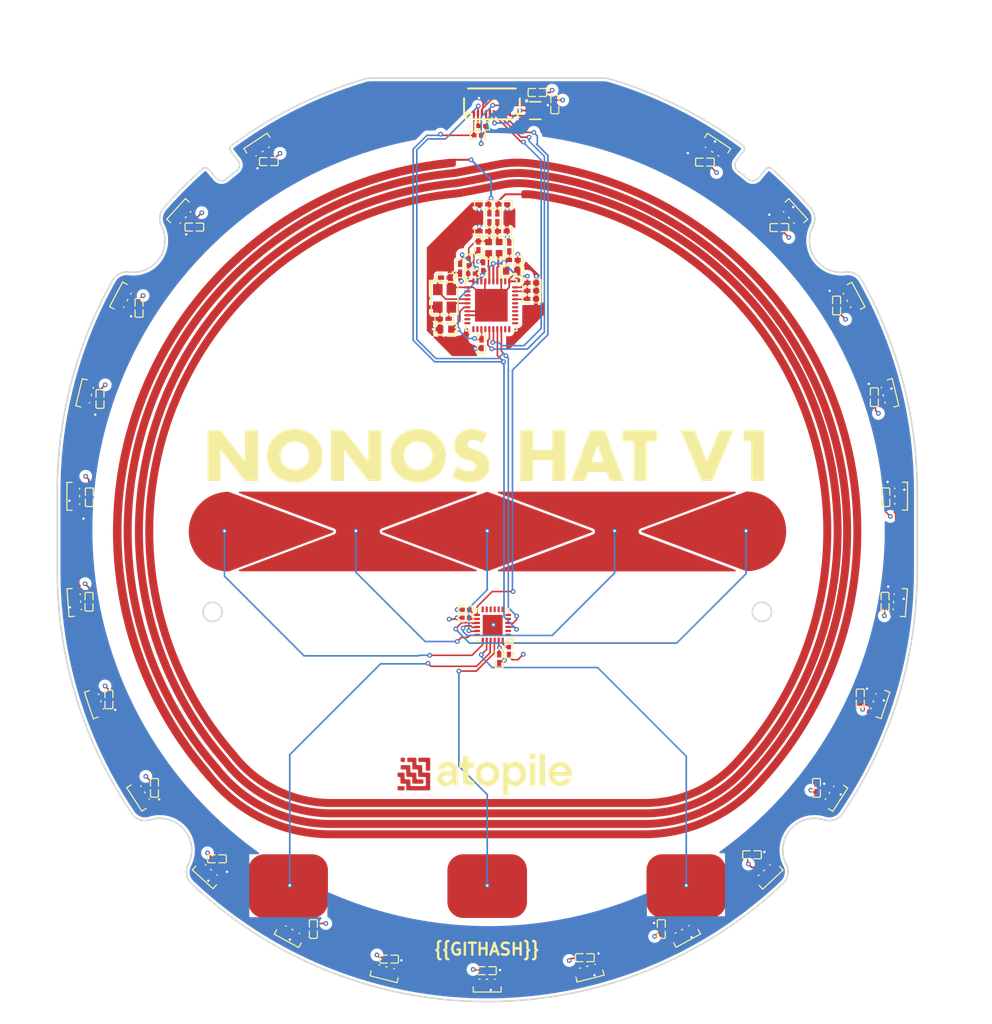
<source format=kicad_pcb>
(kicad_pcb (version 20241229) (generator "pcbnew") (generator_version "9.0")
  (layers (0 "F.Cu" signal) (4 "In1.Cu" signal) (6 "In2.Cu" signal) (2 "B.Cu" signal) (13 "F.Paste" user) (15 "B.Paste" user) (5 "F.SilkS" user "F.Silkscreen") (7 "B.SilkS" user "B.Silkscreen") (1 "F.Mask" user) (3 "B.Mask" user) (25 "Edge.Cuts" user))
  (net 0 "")
  (net 1 "DOUT")
  (net 2 "OSCIN")
  (net 3 "_12")
  (net 4 "P35")
  (net 5 "AUX1")
  (net 6 "SCK_P72")
  (net 7 "LOADMOD")
  (net 8 "_11")
  (net 9 "P30_UART_RX")
  (net 10 "P34_SIC_CLK")
  (net 11 "OSCOUT")
  (net 12 "P32_INT0")
  (net 13 "P33_INT1")
  (net 14 "SIGIN")
  (net 15 "footprint-net-0")
  (net 16 "RSTPD_N")
  (net 17 "footprint-net-2")
  (net 18 "power_vmid-VCC")
  (net 19 "AUX2")
  (net 20 "power-VCC")
  (net 21 "P31_UART_TX")
  (net 22 "footprint-net-1")
  (net 23 "SIGOUT")
  (net 24 "MISO_P71")
  (net 25 "RX")
  (net 26 "antenna_P")
  (net 27 "antenna_N")
  (net 28 "leds[18]-data_in-DIN")
  (net 29 "leds[5]-data_in-DIN")
  (net 30 "leds[15]-data_in-DIN")
  (net 31 "leds[12]-data_in-DIN")
  (net 32 "leds[1]-data_in-DIN")
  (net 33 "leds[6]-data_in-DIN")
  (net 34 "leds[19]-data_in-DIN")
  (net 35 "power_b-VCC")
  (net 36 "leds[14]-data_in-DIN")
  (net 37 "leds[22]-data_in-DIN")
  (net 38 "leds[2]-data_in-DIN")
  (net 39 "leds[11]-data_in-DIN")
  (net 40 "leds[9]-data_in-DIN")
  (net 41 "leds[3]-data_in-DIN")
  (net 42 "leds[13]-data_in-DIN")
  (net 43 "leds[7]-data_in-DIN")
  (net 44 "leds[21]-data_in-DIN")
  (net 45 "leds[20]-data_in-DIN")
  (net 46 "data_out-DIN")
  (net 47 "leds[4]-data_in-DIN")
  (net 48 "leds[17]-data_in-DIN")
  (net 49 "leds[8]-data_in-DIN")
  (net 50 "leds[16]-data_in-DIN")
  (net 51 "P70_IRQ")
  (net 52 "RSTOUT_N")
  (net 53 "B")
  (net 54 "A")
  (net 55 "GND")
  (net 56 "slider[3]")
  (net 57 "slider[2]")
  (net 58 "TX1")
  (net 59 "LED2")
  (net 60 "RESET")
  (net 61 "TX2")
  (net 62 "LED3")
  (net 63 "ADDR_COMM")
  (net 64 "LED4")
  (net 65 "nSPI_CS")
  (net 66 "LED5")
  (net 67 "WAKE_SPI_MOSI")
  (net 68 "play_button")
  (net 69 "SCL")
  (net 70 "tx_1_mid")
  (net 71 "SDA")
  (net 72 "LED7")
  (net 73 "prev_button")
  (net 74 "next_button")
  (net 75 "LED8")
  (net 76 "nALERT_nBC_IRQ")
  (net 77 "slider[0]")
  (net 78 "LED6")
  (net 79 "slider[1]")
  (net 80 "LED1")
  (net 81 "tx_2_mid")
  (net 82 "slider[4]")
  (footprint "OPSCO_Optoelectronics_SK6805SIDE_G_001:LED-SMD_4P-L3.5-W1.6_SK6805SIDE-G-001" (layer "F.Cu") (at 151.796747 147.566777 0)
    (property "Reference" "U4" (hide yes))
    (property "Value" "" (hide yes))
  )
  (footprint "FH_0402B221K500NT:C0402" (layer "F.Cu") (at 151.392215 53.531929 180)
    (property "Reference" "C41" (hide yes))
    (property "Value" "220pF ±10% 50V X7R" (hide yes))
  )
  (footprint "Samsung_Electro_Mechanics_CL05B104KO5NNNC:C0402" (layer "F.Cu") (at 188.49 53.06 0)
    (property "Reference" "C2" (hide yes))
    (property "Value" "100nF ±10% 16V X7R" (hide yes))
  )
  (footprint "Samsung_Electro_Mechanics_CL05B104KO5NNNC:C0402" (layer "F.Cu") (at 193.15 123.36 -90)
    (property "Reference" "C8" (hide yes))
    (property "Value" "100nF ±10% 16V X7R" (hide yes))
  )
  (footprint "Samsung_Electro_Mechanics_CL05B104KO5NNNC:C0402" (layer "F.Cu") (at 151.76 146.3 180)
    (property "Reference" "C17" (hide yes))
    (property "Value" "100nF ±10% 16V X7R" (hide yes))
  )
  (footprint "Samsung_Electro_Mechanics_CL05B104KO5NNNC:C0402" (layer "F.Cu") (at 158.102857 36.115139 0)
    (property "Reference" "C45" (hide yes))
    (property "Value" "100nF ±10% 16V X7R" (hide yes))
  )
  (footprint "Samsung_Electro_Mechanics_CL05B104KO5NNNC:C0402" (layer "F.Cu") (at 173.66 141.08 -90)
    (property "Reference" "C10" (hide yes))
    (property "Value" "100nF ±10% 16V X7R" (hide yes))
  )
  (footprint "OPSCO_Optoelectronics_SK6805SIDE_G_001:LED-SMD_4P-L3.5-W1.6_SK6805SIDE-G-001" (layer "F.Cu") (at 100.423834 86.784128 -90)
    (property "Reference" "U11" (hide yes))
    (property "Value" "" (hide yes))
  )
  (footprint "UNI_ROYAL_0402WGF1001TCE:R0402" (layer "F.Cu") (at 149.475152 57.375109 -90)
    (property "Reference" "R4" (hide yes))
    (property "Value" "1kΩ ±1% 62.5mW" (hide yes))
  )
  (footprint "OPSCO_Optoelectronics_SK6805SIDE_G_001:LED-SMD_4P-L3.5-W1.6_SK6805SIDE-G-001" (layer "F.Cu") (at 201.713438 74.049364 103.675)
    (property "Reference" "U18" (hide yes))
    (property "Value" "" (hide yes))
  )
  (footprint "Samsung_Electro_Mechanics_CL05B104KO5NNNC:C0402" (layer "F.Cu") (at 139.48 144.85 180)
    (property "Reference" "C18" (hide yes))
    (property "Value" "100nF ±10% 16V X7R" (hide yes))
  )
  (footprint "Samsung_Electro_Mechanics_CL05B104KO5NNNC:C0402" (layer "F.Cu") (at 124.37 44.79 0)
    (property "Reference" "C28" (hide yes))
    (property "Value" "100nF ±10% 16V X7R" (hide yes))
  )
  (footprint "Samsung_Electro_Mechanics_CL05B104KO5NNNC:C0402" (layer "F.Cu") (at 151.095152 67.643508 -90)
    (property "Reference" "C37" (hide yes))
    (property "Value" "100nF ±10% 16V X7R" (hide yes))
  )
  (footprint "OPSCO_Optoelectronics_SK6805SIDE_G_001:LED-SMD_4P-L3.5-W1.6_SK6805SIDE-G-001" (layer "F.Cu") (at 127.264364 141.318637 -28.571)
    (property "Reference" "U6" (hide yes))
    (property "Value" "" (hide yes))
  )
  (footprint "Samsung_Electro_Mechanics_CL05B104KO5NNNC:C0402" (layer "F.Cu") (at 104.29 112.27 90)
    (property "Reference" "C22" (hide yes))
    (property "Value" "100nF ±10% 16V X7R" (hide yes))
  )
  (footprint "Samsung_Electro_Mechanics_CL05B104KO5NNNC:C0402" (layer "F.Cu") (at 200.42 74.34 -90)
    (property "Reference" "C4" (hide yes))
    (property "Value" "100nF ±10% 16V X7R" (hide yes))
  )
  (footprint "UNI_ROYAL_0402WGF1002TCE:R0402" (layer "F.Cu") (at 149.124848 101.016061 180)
    (property "Reference" "R6" (hide yes))
    (property "Value" "10kΩ ±1% 62.5mW" (hide yes))
  )
  (footprint "Samsung_Electro_Mechanics_CL05B104KO5NNNC:C0402" (layer "F.Cu") (at 157.395152 59.993508 0)
    (property "Reference" "C39" (hide yes))
    (property "Value" "100nF ±10% 16V X7R" (hide yes))
  )
  (footprint "Samsung_Electro_Mechanics_CL05B104KO5NNNC:C0402" (layer "F.Cu") (at 153.073551 51.840759 90)
    (property "Reference" "C14" (hide yes))
    (property "Value" "100nF ±10% 16V X7R" (hide yes))
  )
  (footprint "OPSCO_Optoelectronics_SK6805SIDE_G_001:LED-SMD_4P-L3.5-W1.6_SK6805SIDE-G-001" (layer "F.Cu") (at 103.113148 112.580233 -71.427)
    (property "Reference" "U9" (hide yes))
    (property "Value" "" (hide yes))
  )
  (footprint "OPSCO_Optoelectronics_SK6805SIDE_G_001:LED-SMD_4P-L3.5-W1.6_SK6805SIDE-G-001" (layer "F.Cu") (at 197.173899 62.133818 117.959)
    (property "Reference" "U17" (hide yes))
    (property "Value" "" (hide yes))
  )
  (footprint "Samsung_Electro_Mechanics_CL05B104KO5NNNC:C0402" (layer "F.Cu") (at 160.285139 37.617143 90)
    (property "Reference" "C44" (hide yes))
    (property "Value" "100nF ±10% 16V X7R" (hide yes))
  )
  (footprint "OPSCO_Optoelectronics_SK6805SIDE_G_001:LED-SMD_4P-L3.5-W1.6_SK6805SIDE-G-001" (layer "F.Cu") (at 100.560976 100.039943 -85.712)
    (property "Reference" "U10" (hide yes))
    (property "Value" "" (hide yes))
  )
  (footprint "OPSCO_Optoelectronics_SK6805SIDE_G_001:LED-SMD_4P-L3.5-W1.6_SK6805SIDE-G-001" (layer "F.Cu") (at 189.822312 51.677177 132.245)
    (property "Reference" "U13" (hide yes))
    (property "Value" "" (hide yes))
  )
  (footprint "OPSCO_Optoelectronics_SK6805SIDE_G_001:LED-SMD_4P-L3.5-W1.6_SK6805SIDE-G-001" (layer "F.Cu") (at 186.713999 133.847278 42.857)
    (property "Reference" "U23" (hide yes))
    (property "Value" "" (hide yes))
  )
  (footprint "Samsung_Electro_Mechanics_CL05B104KO5NNNC:C0402" (layer "F.Cu") (at 129.96 141.07 90)
    (property "Reference" "C19" (hide yes))
    (property "Value" "100nF ±10% 16V X7R" (hide yes))
  )
  (footprint "Samsung_Electro_Mechanics_CL05B104KO5NNNC:C0402" (layer "F.Cu") (at 164.06 144.67 180)
    (property "Reference" "C11" (hide yes))
    (property "Value" "100nF ±10% 16V X7R" (hide yes))
  )
  (footprint "Samsung_Electro_Mechanics_CL05B104KO5NNNC:C0402" (layer "F.Cu") (at 103.17 74.57 90)
    (property "Reference" "C25" (hide yes))
    (property "Value" "100nF ±10% 16V X7R" (hide yes))
  )
  (footprint "YAGEO_CC0402JRNPO9BN200:C0402" (layer "F.Cu") (at 146.535152 59.333508 0)
    (property "Reference" "C31" (hide yes))
    (property "Value" "20pF ±5% 50V C0G" (hide yes))
  )
  (footprint "OPSCO_Optoelectronics_SK6805SIDE_G_001:LED-SMD_4P-L3.5-W1.6_SK6805SIDE-G-001" (layer "F.Cu") (at 101.908225 74.055016 -103.673)
    (property "Reference" "U12" (hide yes))
    (property "Value" "" (hide yes))
  )
  (footprint "UNI_ROYAL_0402WGF1001TCE:R0402" (layer "F.Cu") (at 149.843506 58.827734 180)
    (property "Reference" "R5" (hide yes))
    (property "Value" "1kΩ ±1% 62.5mW" (hide yes))
  )
  (footprint "OPSCO_Optoelectronics_SK6805SIDE_G_001:LED-SMD_4P-L3.5-W1.6_SK6805SIDE-G-001" (layer "F.Cu") (at 200.482204 112.554372 71.428)
    (property "Reference" "U21" (hide yes))
    (property "Value" "" (hide yes))
  )
  (footprint "Samsung_Electro_Mechanics_CL05B104KO5NNNC:C0402" (layer "F.Cu") (at 153.307575 107.158118 -90)
    (property "Reference" "C43" (hide yes))
    (property "Value" "100nF ±10% 16V X7R" (hide yes))
  )
  (footprint "OPSCO_Optoelectronics_SK6805SIDE_G_001:LED-SMD_4P-L3.5-W1.6_SK6805SIDE-G-001" (layer "F.Cu") (at 113.768762 51.665966 -132.245)
    (property "Reference" "U15" (hide yes))
    (property "Value" "" (hide yes))
  )
  (footprint "OPSCO_Optoelectronics_SK6805SIDE_G_001:LED-SMD_4P-L3.5-W1.6_SK6805SIDE-G-001" (layer "F.Cu") (at 123.475643 43.362813 -146.529)
    (property "Reference" "U16" (hide yes))
    (property "Value" "" (hide yes))
  )
  (footprint "Samsung_Electro_Mechanics_CL05B104KO5NNNC:C0402" (layer "F.Cu") (at 185.06 131.76 180)
    (property "Reference" "C9" (hide yes))
    (property "Value" "100nF ±10% 16V X7R" (hide yes))
  )
  (footprint "Samsung_Electro_Mechanics_CL05B104KO5NNNC:C0402" (layer "F.Cu") (at 152.07289 51.833397 90)
    (property "Reference" "C16" (hide yes))
    (property "Value" "100nF ±10% 16V X7R" (hide yes))
  )
  (footprint "Samsung_Electro_Mechanics_CL05B104KO5NNNC:C0402" (layer "F.Cu") (at 101.79 100.01 90)
    (property "Reference" "C23" (hide yes))
    (property "Value" "100nF ±10% 16V X7R" (hide yes))
  )
  (footprint "Samsung_Electro_Mechanics_CL05B104KO5NNNC:C0402" (layer "F.Cu") (at 101.83 86.9 90)
    (property "Reference" "C24" (hide yes))
    (property "Value" "100nF ±10% 16V X7R" (hide yes))
  )
  (footprint "OPSCO_Optoelectronics_SK6805SIDE_G_001:LED-SMD_4P-L3.5-W1.6_SK6805SIDE-G-001" (layer "F.Cu") (at 203.037021 100.038227 85.714)
    (property "Reference" "U20" (hide yes))
    (property "Value" "" (hide yes))
  )
  (footprint "Samsung_Electro_Mechanics_CL05B104KO5NNNC:C0402" (layer "F.Cu") (at 198.65 112.13 -90)
    (property "Reference" "C7" (hide yes))
    (property "Value" "100nF ±10% 16V X7R" (hide yes))
  )
  (footprint "Microchip_Tech_CAP1188_1_CP_TR:QFN-24_L4.0-W4.0-P0.50-BL-EP2.5" (layer "F.Cu") (at 152.484848 102.916061 90)
    (property "Reference" "U25" (hide yes))
    (property "Value" "" (hide yes))
  )
  (footprint "Samsung_Electro_Mechanics_CL05B104KO5NNNC:C0402" (layer "F.Cu") (at 154.575152 55.493508 90)
    (property "Reference" "C38" (hide yes))
    (property "Value" "100nF ±10% 16V X7R" (hide yes))
  )
  (footprint "Samsung_Electro_Mechanics_CL05B104KO5NNNC:C0402" (layer "F.Cu") (at 157.395152 60.993508 0)
    (property "Reference" "C29" (hide yes))
    (property "Value" "100nF ±10% 16V X7R" (hide yes))
  )
  (footprint "UNI_ROYAL_0402WGF1002TCE:R0402" (layer "F.Cu") (at 150.61 41.49 0)
    (property "Reference" "R1" (hide yes))
    (property "Value" "10kΩ ±1% 62.5mW" (hide yes))
  )
  (footprint "Samsung_Electro_Mechanics_CL05B104KO5NNNC:C0402" (layer "F.Cu") (at 117.858017 132.260901 180)
    (property "Reference" "C20" (hide yes))
    (property "Value" "100nF ±10% 16V X7R" (hide yes))
  )
  (footprint "Samsung_Electro_Mechanics_CL10A106MQ8NNNC:C0603" (layer "F.Cu") (at 146.595152 65.813508 180)
    (property "Reference" "C33" (hide yes))
    (property "Value" "10µF ±20% 6.3V X5R" (hide yes))
  )
  (footprint "OPSCO_Optoelectronics_SK6805SIDE_G_001:LED-SMD_4P-L3.5-W1.6_SK6805SIDE-G-001" (layer "F.Cu") (at 194.95352 124.086017 57.143)
    (property "Reference" "U22" (hide yes))
    (property "Value" "" (hide yes))
  )
  (footprint "Samsung_Electro_Mechanics_CL05B104KO5NNNC:C0402" (layer "F.Cu") (at 157.375152 62.003508 0)
    (property "Reference" "C30" (hide yes))
    (property "Value" "100nF ±10% 16V X7R" (hide yes))
  )
  (footprint "hat-button-antenna:hat-button-antenna" (layer "F.Cu") (at 151.8 91.19 0)
    (property "Reference" "ANT1" (hide yes))
    (property "Value" "" (hide yes))
  )
  (footprint "Murata_Electronics_LQW18CNR56J00D:IND-SMD_L1.6-W0.8-1" (layer "F.Cu") (at 153.295152 55.573508 90)
    (property "Reference" "L1" (hide yes))
    (property "Value" "" (hide yes))
  )
  (footprint "OPSCO_Optoelectronics_SK6805SIDE_G_001:LED-SMD_4P-L3.5-W1.6_SK6805SIDE-G-001" (layer "F.Cu") (at 203.171714 86.763475 90)
    (property "Reference" "U19" (hide yes))
    (property "Value" "" (hide yes))
  )
  (footprint "UNI_ROYAL_0402WGF1002TCE:R0402" (layer "F.Cu") (at 151.14 40.32 0)
    (property "Reference" "R2" (hide yes))
    (property "Value" "10kΩ ±1% 62.5mW" (hide yes))
  )
  (footprint "Diodes_Incorporated_74LVC1T45DW_7:SC-70-6_L2.2-W1.3-P0.65-LS2.1-BR" (layer "F.Cu") (at 157.84 38.38 180)
    (property "Reference" "U26" (hide yes))
    (property "Value" "" (hide yes))
  )
  (footprint "Murata_Electronics_LQW18CNR56J00D:IND-SMD_L1.6-W0.8-1" (layer "F.Cu") (at 151.975152 55.583508 90)
    (property "Reference" "L2" (hide yes))
    (property "Value" "" (hide yes))
  )
  (footprint "Samsung_Electro_Mechanics_CL05B104KO5NNNC:C0402" (layer "F.Cu") (at 179.14 44.85 0)
    (property "Reference" "C1" (hide yes))
    (property "Value" "100nF ±10% 16V X7R" (hide yes))
  )
  (footprint "OPSCO_Optoelectronics_SK6805SIDE_G_001:LED-SMD_4P-L3.5-W1.6_SK6805SIDE-G-001" (layer "F.Cu") (at 164.438068 145.924344 14.285)
    (property "Reference" "U3" (hide yes))
    (property "Value" "" (hide yes))
  )
  (footprint "YAGEO_CC0402JRNPO9BN200:C0402" (layer "F.Cu") (at 146.405152 64.503508 180)
    (property "Reference" "C32" (hide yes))
    (property "Value" "20pF ±5% 50V C0G" (hide yes))
  )
  (footprint "Samsung_Electro_Mechanics_CL05B104KO5NNNC:C0402" (layer "F.Cu") (at 150.695152 55.353508 -90)
    (property "Reference" "C12" (hide yes))
    (property "Value" "100nF ±10% 16V X7R" (hide yes))
  )
  (footprint "UNI_ROYAL_0402WGF1003TCE:R0402" (layer "F.Cu") (at 149.114848 102.016061 180)
    (property "Reference" "R3" (hide yes))
    (property "Value" "100kΩ ±1% 62.5mW" (hide yes))
  )
  (footprint "FH_0402CG101J500NT:C0402" (layer "F.Cu") (at 151.387909 50.159015 180)
    (property "Reference" "C15" (hide yes))
    (property "Value" "100pF ±5% 50V C0G" (hide yes))
  )
  (footprint "OPSCO_Optoelectronics_SK6805SIDE_G_001:LED-SMD_4P-L3.5-W1.6_SK6805SIDE-G-001" (layer "F.Cu") (at 117.01 133.79 -42.144)
    (property "Reference" "U1" (hide yes))
    (property "Value" "" (hide yes))
  )
  (footprint "OPSCO_Optoelectronics_SK6805SIDE_G_001:LED-SMD_4P-L3.5-W1.6_SK6805SIDE-G-001" (layer "F.Cu") (at 106.439765 62.103039 -117.959)
    (property "Reference" "U14" (hide yes))
    (property "Value" "" (hide yes))
  )
  (footprint "NXP_Semicon_PN5321A3HN_C106_51:QFN-40_L6.0-W6.0-P0.50-BL-EP4.1" (layer "F.Cu") (at 152.315152 62.813508 180)
    (property "Reference" "U7" (hide yes))
    (property "Value" "" (hide yes))
  )
  (footprint "FH_0402B221K500NT:C0402" (layer "F.Cu") (at 153.697886 53.528302 0)
    (property "Reference" "C40" (hide yes))
    (property "Value" "220pF ±10% 50V X7R" (hide yes))
  )
  (footprint "OPSCO_Optoelectronics_SK6805SIDE_G_001:LED-SMD_4P-L3.5-W1.6_SK6805SIDE-G-001" (layer "F.Cu") (at 180.139512 43.377544 146.531)
    (property "Reference" "U2" (hide yes))
    (property "Value" "" (hide yes))
  )
  (footprint "FH_0402CG101J500NT:C0402" (layer "F.Cu") (at 153.763241 50.147282 0)
    (property "Reference" "C13" (hide yes))
    (property "Value" "100pF ±5% 50V C0G" (hide yes))
  )
  (footprint "Samsung_Electro_Mechanics_CL05B104KO5NNNC:C0402" (layer "F.Cu") (at 110.01 123.36 90)
    (property "Reference" "C21" (hide yes))
    (property "Value" "100nF ±10% 16V X7R" (hide yes))
  )
  (footprint "Samsung_Electro_Mechanics_CL05B104KO5NNNC:C0402" (layer "F.Cu") (at 148.395152 58.163508 -90)
    (property "Reference" "C42" (hide yes))
    (property "Value" "100nF ±10% 16V X7R" (hide yes))
  )
  (footprint "Samsung_Electro_Mechanics_CL10A106MQ8NNNC:C0603" (layer "F.Cu") (at 154.875152 58.523508 0)
    (property "Reference" "C35" (hide yes))
    (property "Value" "10µF ±20% 6.3V X5R" (hide yes))
  )
  (footprint "TE_Connectivity_1_2328702_0:FPC-SMD_10P-P0.50_HDGC_0.5K-HX-10PWB" (layer "F.Cu") (at 152.39 37.48 180)
    (property "Reference" "FPC1" (hide yes))
    (property "Value" "" (hide yes))
  )
  (footprint "Samsung_Electro_Mechanics_CL05B104KO5NNNC:C0402" (layer "F.Cu") (at 108.07 63.14 90)
    (property "Reference" "C26" (hide yes))
    (property "Value" "100nF ±10% 16V X7R" (hide yes))
  )
  (footprint "OPSCO_Optoelectronics_SK6805SIDE_G_001:LED-SMD_4P-L3.5-W1.6_SK6805SIDE-G-001" (layer "F.Cu") (at 176.380592 141.295343 28.571)
    (property "Reference" "U24" (hide yes))
    (property "Value" "" (hide yes))
  )
  (footprint "Samsung_Electro_Mechanics_CL05B104KO5NNNC:C0402" (layer "F.Cu") (at 155.075152 57.133508 0)
    (property "Reference" "C34" (hide yes))
    (property "Value" "100nF ±10% 16V X7R" (hide yes))
  )
  (footprint "OPSCO_Optoelectronics_SK6805SIDE_G_001:LED-SMD_4P-L3.5-W1.6_SK6805SIDE-G-001" (layer "F.Cu") (at 139.116422 146.00341 -14.286)
    (property "Reference" "U5" (hide yes))
    (property "Value" "" (hide yes))
  )
  (footprint "OPSCO_Optoelectronics_SK6805SIDE_G_001:LED-SMD_4P-L3.5-W1.6_SK6805SIDE-G-001" (layer "F.Cu") (at 108.662515 124.051755 -57.141)
    (property "Reference" "U8" (hide yes))
    (property "Value" "" (hide yes))
  )
  (footprint "Samsung_Electro_Mechanics_CL05B104KO5NNNC:C0402" (layer "F.Cu") (at 201.86 86.9 -90)
    (property "Reference" "C5" (hide yes))
    (property "Value" "100nF ±10% 16V X7R" (hide yes))
  )
  (footprint "UNI_ROYAL_0402WGF1002TCE:R0402" (layer "F.Cu") (at 154.534848 106.136061 -90)
    (property "Reference" "R7" (hide yes))
    (property "Value" "10kΩ ±1% 62.5mW" (hide yes))
  )
  (footprint "Samsung_Electro_Mechanics_CL05B104KO5NNNC:C0402" (layer "F.Cu") (at 115.02 53 0)
    (property "Reference" "C27" (hide yes))
    (property "Value" "100nF ±10% 16V X7R" (hide yes))
  )
  (footprint "Samsung_Electro_Mechanics_CL05B104KO5NNNC:C0402" (layer "F.Cu") (at 195.68 62.84 -90)
    (property "Reference" "C3" (hide yes))
    (property "Value" "100nF ±10% 16V X7R" (hide yes))
  )
  (footprint "Yangxing_Tech_X32252712MSB4SI:CRYSTAL-SMD_4P-L3.2-W2.5-BL" (layer "F.Cu") (at 146.445152 61.943508 -90)
    (property "Reference" "X1" (hide yes))
    (property "Value" "" (hide yes))
  )
  (footprint "Samsung_Electro_Mechanics_CL05B104KO5NNNC:C0402" (layer "F.Cu") (at 201.77 100 -90)
    (property "Reference" "C6" (hide yes))
    (property "Value" "100nF ±10% 16V X7R" (hide yes))
  )
  (footprint "Samsung_Electro_Mechanics_CL05B104KO5NNNC:C0402" (layer "F.Cu") (at 151.295152 57.963508 90)
    (property "Reference" "C36" (hide yes))
    (property "Value" "100nF ±10% 16V X7R" (hide yes))
  )
  (via (at 150.483895 58.20025) (size 0.6) (drill 0.3) (layers "F.Cu" "B.Cu") (net 18))
  (via (at 148.665152 56.473508) (size 0.6) (drill 0.3) (layers "F.Cu" "B.Cu") (net 18))
  (via (at 151.184923 59.038701) (size 0.6) (drill 0.3) (layers "F.Cu" "B.Cu") (net 20))
  (via (at 152.565152 57.573508) (size 0.6) (drill 0.3) (layers "F.Cu" "B.Cu") (net 20))
  (via (at 148.145152 65.833508) (size 0.6) (drill 0.3) (layers "F.Cu" "B.Cu") (net 20))
  (via (at 150.215152 66.973508) (size 0.6) (drill 0.3) (layers "F.Cu" "B.Cu") (net 20))
  (via (at 153.33 105.8) (size 0.6) (drill 0.3) (layers "F.Cu" "B.Cu") (net 20))
  (via (at 152.488 37.73) (size 0.6) (drill 0.3) (layers "F.Cu" "B.Cu") (net 20))
  (via (at 148.044848 101.006061) (size 0.6) (drill 0.3) (layers "F.Cu" "B.Cu") (net 20))
  (via (at 151.05 42.54) (size 0.6) (drill 0.3) (layers "F.Cu" "B.Cu") (net 20))
  (via (at 156.835152 59.163508) (size 0.6) (drill 0.3) (layers "F.Cu" "B.Cu") (net 20))
  (via (at 153.915152 57.528128) (size 0.8) (drill 0.4) (layers "F.Cu" "B.Cu") (net 20))
  (via (at 149.78 44.56) (size 0.6) (drill 0.3) (layers "F.Cu" "B.Cu") (net 27))
  (via (at 152.29 49.38) (size 0.6) (drill 0.3) (layers "F.Cu" "B.Cu") (net 27))
  (via (at 105.075 113.575) (size 0.6) (drill 0.3) (layers "F.Cu" "B.Cu") (net 35))
  (via (at 110.6 124.8) (size 0.6) (drill 0.3) (layers "F.Cu" "B.Cu") (net 35))
  (via (at 107.075 64.2) (size 0.6) (drill 0.3) (layers "F.Cu" "B.Cu") (net 35))
  (via (at 159.43 37.7) (size 0.6) (drill 0.3) (layers "F.Cu" "B.Cu") (net 35))
  (via (at 102.575 76.525) (size 0.6) (drill 0.3) (layers "F.Cu" "B.Cu") (net 35))
  (via (at 201.61 112.39) (size 0.6) (drill 0.3) (layers "F.Cu" "B.Cu") (net 35))
  (via (at 114 53.925) (size 0.6) (drill 0.3) (layers "F.Cu" "B.Cu") (net 35))
  (via (at 199.5 110.925) (size 0.6) (drill 0.3) (layers "F.Cu" "B.Cu") (net 35))
  (via (at 194.8 61) (size 0.6) (drill 0.3) (layers "F.Cu" "B.Cu") (net 35))
  (via (at 202.57 73.27) (size 0.6) (drill 0.3) (layers "F.Cu" "B.Cu") (net 35))
  (via (at 116.78 135.02) (size 0.6) (drill 0.3) (layers "F.Cu" "B.Cu") (net 35))
  (via (at 187.225 51.45) (size 0.6) (drill 0.3) (layers "F.Cu" "B.Cu") (net 35))
  (via (at 127.02 142.4) (size 0.6) (drill 0.3) (layers "F.Cu" "B.Cu") (net 35))
  (via (at 99.33 87.34) (size 0.6) (drill 0.3) (layers "F.Cu" "B.Cu") (net 35))
  (via (at 141.025 145) (size 0.6) (drill 0.3) (layers "F.Cu" "B.Cu") (net 35))
  (via (at 150.78 36.81) (size 0.6) (drill 0.3) (layers "F.Cu" "B.Cu") (net 35))
  (via (at 172.75 140.325) (size 0.6) (drill 0.3) (layers "F.Cu" "B.Cu") (net 35))
  (via (at 202.167715 98.121222) (size 0.6) (drill 0.3) (layers "F.Cu" "B.Cu") (net 35))
  (via (at 165.775 144.15) (size 0.6) (drill 0.3) (layers "F.Cu" "B.Cu") (net 35))
  (via (at 204.11 99.65) (size 0.6) (drill 0.3) (layers "F.Cu" "B.Cu") (net 35))
  (via (at 152.25 148.73) (size 0.6) (drill 0.3) (layers "F.Cu" "B.Cu") (net 35))
  (via (at 165.27 146.87) (size 0.6) (drill 0.3) (layers "F.Cu" "B.Cu") (net 35))
  (via (at 202.075 84.975) (size 0.6) (drill 0.3) (layers "F.Cu" "B.Cu") (net 35))
  (via (at 177 43.725) (size 0.6) (drill 0.3) (layers "F.Cu" "B.Cu") (net 35))
  (via (at 194.12 122.85) (size 0.6) (drill 0.3) (layers "F.Cu" "B.Cu") (net 35))
  (via (at 177.46 142.1) (size 0.6) (drill 0.3) (layers "F.Cu" "B.Cu") (net 35))
  (via (at 180.4 42.27) (size 0.6) (drill 0.3) (layers "F.Cu" "B.Cu") (net 35))
  (via (at 122.95 45.625) (size 0.6) (drill 0.3) (layers "F.Cu" "B.Cu") (net 35))
  (via (at 199.725 72.675) (size 0.6) (drill 0.3) (layers "F.Cu" "B.Cu") (net 35))
  (via (at 119.125 133.9) (size 0.6) (drill 0.3) (layers "F.Cu" "B.Cu") (net 35))
  (via (at 190.23 50.49) (size 0.6) (drill 0.3) (layers "F.Cu" "B.Cu") (net 35))
  (via (at 186.6 131.4) (size 0.6) (drill 0.3) (layers "F.Cu" "B.Cu") (net 35))
  (via (at 99.38 100.71) (size 0.6) (drill 0.3) (layers "F.Cu" "B.Cu") (net 35))
  (via (at 204.188976 85.953031) (size 0.6) (drill 0.3) (layers "F.Cu" "B.Cu") (net 35))
  (via (at 196.19 124.19) (size 0.6) (drill 0.3) (layers "F.Cu" "B.Cu") (net 35))
  (via (at 101.096719 89.575) (size 0.6) (drill 0.3) (layers "F.Cu" "B.Cu") (net 35))
  (via (at 153.4 146.225) (size 0.6) (drill 0.3) (layers "F.Cu" "B.Cu") (net 35))
  (via (at 152.36 68.27) (size 0.6) (drill 0.3) (layers "F.Cu" "B.Cu") (net 51))
  (via (at 157.06 41.72) (size 0.6) (drill 0.3) (layers "F.Cu" "B.Cu") (net 51))
  (via (at 156.3538 42.32) (size 0.6) (drill 0.3) (layers "F.Cu" "B.Cu") (net 52))
  (via (at 152.48 67.47) (size 0.6) (drill 0.3) (layers "F.Cu" "B.Cu") (net 52))
  (via (at 147.02 102.19) (size 0.6) (drill 0.3) (layers "F.Cu" "B.Cu") (net 55))
  (via (at 125.775 43.75) (size 0.6) (drill 0.3) (layers "F.Cu" "B.Cu") (net 55))
  (via (at 148.545152 59.783508) (size 0.6) (drill 0.3) (layers "F.Cu" "B.Cu") (net 55))
  (via (at 154.335152 54.233508) (size 0.6) (drill 0.3) (layers "F.Cu" "B.Cu") (net 55))
  (via (at 161.28 37.07) (size 0.6) (drill 0.3) (layers "F.Cu" "B.Cu") (net 55))
  (via (at 108.575 61.6) (size 0.6) (drill 0.3) (layers "F.Cu" "B.Cu") (net 55))
  (via (at 154.325152 50.763508) (size 0.6) (drill 0.3) (layers "F.Cu" "B.Cu") (net 55))
  (via (at 101.3 97.75) (size 0.6) (drill 0.3) (layers "F.Cu" "B.Cu") (net 55))
  (via (at 131.525 140.375) (size 0.6) (drill 0.3) (layers "F.Cu" "B.Cu") (net 55))
  (via (at 115.95 51.2) (size 0.6) (drill 0.3) (layers "F.Cu" "B.Cu") (net 55))
  (via (at 156.33 106.6) (size 0.6) (drill 0.3) (layers "F.Cu" "B.Cu") (net 55))
  (via (at 157.965152 59.183508) (size 0.6) (drill 0.3) (layers "F.Cu" "B.Cu") (net 55))
  (via (at 155.89 38.37) (size 0.6) (drill 0.3) (layers "F.Cu" "B.Cu") (net 55))
  (via (at 101.375 84.275) (size 0.6) (drill 0.3) (layers "F.Cu" "B.Cu") (net 55))
  (via (at 150.025 146.15) (size 0.6) (drill 0.3) (layers "F.Cu" "B.Cu") (net 55))
  (via (at 150.825152 52.873508) (size 0.6) (drill 0.3) (layers "F.Cu" "B.Cu") (net 55))
  (via (at 103.8 110.575) (size 0.6) (drill 0.3) (layers "F.Cu" "B.Cu") (net 55))
  (via (at 145.015152 65.833508) (size 0.6) (drill 0.3) (layers "F.Cu" "B.Cu") (net 55))
  (via (at 172.825 142) (size 0.6) (drill 0.3) (layers "F.Cu" "B.Cu") (net 55))
  (via (at 184.6 132.925) (size 0.6) (drill 0.3) (layers "F.Cu" "B.Cu") (net 55))
  (via (at 180.6 46.15) (size 0.6) (drill 0.3) (layers "F.Cu" "B.Cu") (net 55))
  (via (at 152.584848 102.896061) (size 0.6) (drill 0.3) (layers "F.Cu" "B.Cu") (net 55))
  (via (at 200.925 76.375) (size 0.6) (drill 0.3) (layers "F.Cu" "B.Cu") (net 55))
  (via (at 108.925 121.925) (size 0.6) (drill 0.3) (layers "F.Cu" "B.Cu") (net 55))
  (via (at 202.425 89.3) (size 0.6) (drill 0.3) (layers "F.Cu" "B.Cu") (net 55))
  (via (at 192.45 123.65) (size 0.6) (drill 0.3) (layers "F.Cu" "B.Cu") (net 55))
  (via (at 150.710152 57.313508) (size 0.6) (drill 0.3) (layers "F.Cu" "B.Cu") (net 55))
  (via (at 147.994848 102.036061) (size 0.6) (drill 0.3) (layers "F.Cu" "B.Cu") (net 55))
  (via (at 162.1 145.025) (size 0.6) (drill 0.3) (layers "F.Cu" "B.Cu") (net 55))
  (via (at 159.95 35.83) (size 0.6) (drill 0.3) (layers "F.Cu" "B.Cu") (net 55))
  (via (at 198.95 113.5) (size 0.6) (drill 0.3) (layers "F.Cu" "B.Cu") (net 55))
  (via (at 152.705988 39.949144) (size 0.6) (drill 0.3) (layers "F.Cu" "B.Cu") (net 55))
  (via (at 150.785152 50.843508) (size 0.6) (drill 0.3) (layers "F.Cu" "B.Cu") (net 55))
  (via (at 137.95 144.325) (size 0.6) (drill 0.3) (layers "F.Cu" "B.Cu") (net 55))
  (via (at 153.964848 107.356061) (size 0.6) (drill 0.3) (layers "F.Cu" "B.Cu") (net 55))
  (via (at 189.675 54.3) (size 0.6) (drill 0.3) (layers "F.Cu" "B.Cu") (net 55))
  (via (at 150.315152 68.253508) (size 0.6) (drill 0.3) (layers "F.Cu" "B.Cu") (net 55))
  (via (at 201.675 101.775) (size 0.6) (drill 0.3) (layers "F.Cu" "B.Cu") (net 55))
  (via (at 116.675 131.525) (size 0.6) (drill 0.3) (layers "F.Cu" "B.Cu") (net 55))
  (via (at 155.655152 56.413508) (size 0.6) (drill 0.3) (layers "F.Cu" "B.Cu") (net 55))
  (via (at 103.825 72.8) (size 0.6) (drill 0.3) (layers "F.Cu" "B.Cu") (net 55))
  (via (at 196.8 64.575) (size 0.6) (drill 0.3) (layers "F.Cu" "B.Cu") (net 55))
  (via (at 148.768064 103.317087) (size 0.6) (drill 0.3) (layers "F.Cu" "B.Cu") (net 56))
  (via (at 167.803627 91.122758) (size 0.6) (drill 0.3) (layers "F.Cu" "B.Cu") (net 56))
  (via (at 151.803627 91.122758) (size 0.6) (drill 0.3) (layers "F.Cu" "B.Cu") (net 57))
  (via (at 149.5 103.64) (size 0.6) (drill 0.3) (layers "F.Cu" "B.Cu") (net 57))
  (via (at 151.803627 135.622758) (size 0.6) (drill 0.3) (layers "F.Cu" "B.Cu") (net 68))
  (via (at 148.243761 108.711) (size 0.6) (drill 0.3) (layers "F.Cu" "B.Cu") (net 68))
  (via (at 150.68 37.81) (size 0.6) (drill 0.3) (layers "F.Cu" "B.Cu") (net 69))
  (via (at 154.145227 69.146464) (size 0.6) (drill 0.3) (layers "F.Cu" "B.Cu") (net 69))
  (via (at 155.5 101.81) (size 0.6) (drill 0.3) (layers "F.Cu" "B.Cu") (net 69))
  (via (at 153.85 69.89) (size 0.6) (drill 0.3) (layers "F.Cu" "B.Cu") (net 71))
  (via (at 155.48 103.470868) (size 0.6) (drill 0.3) (layers "F.Cu" "B.Cu") (net 71))
  (via (at 145.94 41.34) (size 0.6) (drill 0.3) (layers "F.Cu" "B.Cu") (net 71))
  (via (at 144.36 107.74) (size 0.6) (drill 0.3) (layers "F.Cu" "B.Cu") (net 73))
  (via (at 127 135.6) (size 0.6) (drill 0.3) (layers "F.Cu" "B.Cu") (net 73))
  (via (at 176.8 135.6) (size 0.6) (drill 0.3) (layers "F.Cu" "B.Cu") (net 74))
  (via (at 151.059313 106.659563) (size 0.6) (drill 0.3) (layers "F.Cu" "B.Cu") (net 74))
  (via (at 157.65 41.12) (size 0.6) (drill 0.3) (layers "F.Cu" "B.Cu") (net 76))
  (via (at 155.051 98.73) (size 0.6) (drill 0.3) (layers "F.Cu" "B.Cu") (net 76))
  (via (at 118.803627 91.122758) (size 0.6) (drill 0.3) (layers "F.Cu" "B.Cu") (net 77))
  (via (at 144.58 106.73) (size 0.6) (drill 0.3) (layers "F.Cu" "B.Cu") (net 77))
  (via (at 148.04 105) (size 0.6) (drill 0.3) (layers "F.Cu" "B.Cu") (net 79))
  (via (at 135.303627 91.122758) (size 0.6) (drill 0.3) (layers "F.Cu" "B.Cu") (net 79))
  (via (at 184.303627 91.122758) (size 0.6) (drill 0.3) (layers "F.Cu" "B.Cu") (net 82))
  (via (at 147.86 103.43) (size 0.6) (drill 0.3) (layers "F.Cu" "B.Cu") (net 82))
  (zone (net 55) (net_name "GND") (layers "F.Cu" "In1.Cu") (connect_pads (clearance 0.5)) (min_thickness 0.25) (fill yes (thermal_gap 0.5) (thermal_bridge_width 0.5))
    (polygon (pts (xy 150.21 49.57) (xy 144.21 55.57) (xy 144.21 66.01) (xy 147.39 69.19) (xy 153.74 69.19) (xy 159.02 63.91) (xy 159.02 59.66) (xy 155.34 55.98) (xy 155.34 49.6) (xy 155.34 49.65) (xy 155.26 49.57)))
  )
  (zone (net 35) (net_name "power_b-VCC") (layers "B.Cu") (priority 1) (connect_pads (clearance 0.5)) (min_thickness 0.25) (fill yes (thermal_gap 0.5) (thermal_bridge_width 0.5))
    (polygon (pts (xy 90.61 26.46) (xy 90.61 153.01) (xy 213.31 153.01) (xy 213.31 26.55) (xy 212.42 25.66) (xy 91.41 25.66)))
  )
  (zone (net 0) (net_name "") (layers "B.Cu" "In1.Cu" "In2.Cu") (connect_pads (clearance 0)) (min_thickness 0.25) (fill (thermal_gap 0.5) (thermal_bridge_width 0.5))
    (keepout (tracks allowed) (vias allowed) (pads allowed) (copperpour not_allowed) (footprints allowed))
    (polygon (pts (xy 181.647863 131.579339) (xy 181.661393 131.592869) (xy 181.663296 131.602436) (xy 181.663296 139.442436) (xy 181.661393 139.452003) (xy 181.647863 139.465533) (xy 181.638296 139.467436) (xy 171.888296 139.467436) (xy 171.878729 139.465533) (xy 171.865199 139.452003) (xy 171.863296 139.442436) (xy 171.863296 131.602436) (xy 171.865199 131.592869) (xy 171.878729 131.579339) (xy 171.888296 131.577436) (xy 181.638296 131.577436)))
  )
  (zone (net 0) (net_name "") (layers "B.Cu" "In1.Cu" "In2.Cu") (connect_pads (clearance 0)) (min_thickness 0.25) (fill (thermal_gap 0.5) (thermal_bridge_width 0.5))
    (keepout (tracks allowed) (vias allowed) (pads allowed) (copperpour not_allowed) (footprints allowed))
    (polygon (pts (xy 131.709567 131.696903) (xy 131.723097 131.710433) (xy 131.725 131.72) (xy 131.725 139.56) (xy 131.723097 139.569567) (xy 131.709567 139.583097) (xy 131.7 139.585) (xy 121.95 139.585) (xy 121.940433 139.583097) (xy 121.926903 139.569567) (xy 121.925 139.56) (xy 121.925 131.72) (xy 121.926903 131.710433) (xy 121.940433 131.696903) (xy 121.95 131.695) (xy 131.7 131.695)))
  )
  (zone (net 0) (net_name "") (layers "B.Cu" "In2.Cu") (connect_pads (clearance 0)) (min_thickness 0.25) (fill (thermal_gap 0.5) (thermal_bridge_width 0.5))
    (keepout (tracks allowed) (vias allowed) (pads allowed) (copperpour not_allowed) (footprints allowed))
    (polygon (pts (xy 201.724955 90.252143) (xy 201.685811 88.856977) (xy 201.607552 87.463458) (xy 201.490242 86.072682) (xy 201.333971 84.685743) (xy 201.138864 83.303733) (xy 200.905073 81.927738) (xy 200.632782 80.558842) (xy 200.322207 79.19812) (xy 199.97359 77.846645) (xy 199.587207 76.505478) (xy 199.16336 75.175676) (xy 198.702385 73.858284) (xy 198.204643 72.554339) (xy 197.670526 71.264867) (xy 197.100455 69.990882) (xy 196.494877 68.733386) (xy 195.854269 67.49337) (xy 195.179135 66.271807) (xy 194.470007 65.069661) (xy 193.727442 63.887875) (xy 192.952025 62.727381) (xy 192.144364 61.58909) (xy 191.305097 60.4739) (xy 190.434883 59.382686) (xy 189.534407 58.316308) (xy 188.604378 57.275604) (xy 187.645526 56.261393) (xy 186.658607 55.274474) (xy 185.644396 54.315622) (xy 184.603692 53.385593) (xy 183.537314 52.485117) (xy 182.4461 51.614903) (xy 181.33091 50.775636) (xy 180.192619 49.967975) (xy 179.032125 49.192558) (xy 177.850339 48.449993) (xy 176.648193 47.740865) (xy 175.42663 47.065731) (xy 174.186614 46.425123) (xy 172.929118 45.819545) (xy 171.655133 45.249474) (xy 170.365661 44.715357) (xy 169.061716 44.217615) (xy 167.744324 43.75664) (xy 166.414522 43.332793) (xy 165.073355 42.94641) (xy 163.72188 42.597793) (xy 162.361158 42.287218) (xy 160.992262 42.014927) (xy 159.616267 41.781136) (xy 158.234257 41.586029) (xy 156.847318 41.429758) (xy 155.456542 41.312448) (xy 154.063023 41.234189) (xy 152.667857 41.195045) (xy 151.272143 41.195045) (xy 149.876977 41.234189) (xy 148.483458 41.312448) (xy 147.092682 41.429758) (xy 145.705743 41.586029) (xy 144.323733 41.781136) (xy 142.947738 42.014927) (xy 141.578842 42.287218) (xy 140.21812 42.597793) (xy 138.866645 42.94641) (xy 137.525478 43.332793) (xy 136.195676 43.75664) (xy 134.878284 44.217615) (xy 133.574339 44.715357) (xy 132.284867 45.249474) (xy 131.010882 45.819545) (xy 129.753386 46.425123) (xy 128.51337 47.065731) (xy 127.291807 47.740865) (xy 126.089661 48.449993) (xy 124.907875 49.192558) (xy 123.747381 49.967975) (xy 122.60909 50.775636) (xy 121.4939 51.614903) (xy 120.402686 52.485117) (xy 119.336308 53.385593) (xy 118.295604 54.315622) (xy 117.281393 55.274474) (xy 116.294474 56.261393) (xy 115.335622 57.275604) (xy 114.405593 58.316308) (xy 113.505117 59.382686) (xy 112.634903 60.4739) (xy 111.795636 61.58909) (xy 110.987975 62.727381) (xy 110.212558 63.887875) (xy 109.469993 65.069661) (xy 108.760865 66.271807) (xy 108.085731 67.49337) (xy 107.445123 68.733386) (xy 106.839545 69.990882) (xy 106.269474 71.264867) (xy 105.735357 72.554339) (xy 105.237615 73.858284) (xy 104.77664 75.175676) (xy 104.352793 76.505478) (xy 103.96641 77.846645) (xy 103.617793 79.19812) (xy 103.307218 80.558842) (xy 103.034927 81.927738) (xy 102.801136 83.303733) (xy 102.606029 84.685743) (xy 102.449758 86.072682) (xy 102.332448 87.463458) (xy 102.254189 88.856977) (xy 102.215045 90.252143) (xy 102.215045 91.647857) (xy 102.254189 93.043023) (xy 102.332448 94.436542) (xy 102.449758 95.827318) (xy 102.606029 97.214257) (xy 102.801136 98.596267) (xy 103.034927 99.972262) (xy 103.307218 101.341158) (xy 103.617793 102.70188) (xy 103.96641 104.053355) (xy 104.352793 105.394522) (xy 104.77664 106.724324) (xy 105.237615 108.041716) (xy 105.735357 109.345661) (xy 106.269474 110.635133) (xy 106.839545 111.909118) (xy 107.445123 113.166614) (xy 108.085731 114.40663) (xy 108.760865 115.628193) (xy 109.469993 116.830339) (xy 110.212558 118.012125) (xy 110.987975 119.172619) (xy 111.795636 120.31091) (xy 112.634903 121.4261) (xy 113.505117 122.517314) (xy 114.405593 123.583692) (xy 115.335622 124.624396) (xy 116.294474 125.638607) (xy 117.281393 126.625526) (xy 118.295604 127.584378) (xy 119.336308 128.514407) (xy 120.402686 129.414883) (xy 121.4939 130.285097) (xy 122.60909 131.124364) (xy 123.747381 131.932025) (xy 124.907875 132.707442) (xy 126.089661 133.450007) (xy 127.291807 134.159135) (xy 128.51337 134.834269) (xy 129.753386 135.474877) (xy 131.010882 136.080455) (xy 132.284867 136.650526) (xy 133.574339 137.184643) (xy 134.878284 137.682385) (xy 136.195676 138.14336) (xy 137.525478 138.567207) (xy 138.866645 138.95359) (xy 140.21812 139.302207) (xy 141.578842 139.612782) (xy 142.947738 139.885073) (xy 144.323733 140.118864) (xy 145.705743 140.313971) (xy 147.092682 140.470242) (xy 148.483458 140.587552) (xy 149.876977 140.665811) (xy 151.272143 140.704955) (xy 152.667857 140.704955) (xy 154.063023 140.665811) (xy 155.456542 140.587552) (xy 156.847318 140.470242) (xy 158.234257 140.313971) (xy 159.616267 140.118864) (xy 160.992262 139.885073) (xy 162.361158 139.612782) (xy 163.72188 139.302207) (xy 165.073355 138.95359) (xy 166.414522 138.567207) (xy 167.744324 138.14336) (xy 169.061716 137.682385) (xy 170.365661 137.184643) (xy 171.655133 136.650526) (xy 172.929118 136.080455) (xy 174.186614 135.474877) (xy 175.42663 134.834269) (xy 176.648193 134.159135) (xy 177.850339 133.450007) (xy 179.032125 132.707442) (xy 180.192619 131.932025) (xy 181.33091 131.124364) (xy 182.4461 130.285097) (xy 183.537314 129.414883) (xy 184.603692 128.514407) (xy 185.644396 127.584378) (xy 186.658607 126.625526) (xy 187.645526 125.638607) (xy 188.604378 124.624396) (xy 189.534407 123.583692) (xy 190.434883 122.517314) (xy 191.305097 121.4261) (xy 192.144364 120.31091) (xy 192.952025 119.172619) (xy 193.727442 118.012125) (xy 194.470007 116.830339) (xy 195.179135 115.628193) (xy 195.854269 114.40663) (xy 196.494877 113.166614) (xy 197.100455 111.909118) (xy 197.670526 110.635133) (xy 198.204643 109.345661) (xy 198.702385 108.041716) (xy 199.16336 106.724324) (xy 199.587207 105.394522) (xy 199.97359 104.053355) (xy 200.322207 102.70188) (xy 200.632782 101.341158) (xy 200.905073 99.972262) (xy 201.138864 98.596267) (xy 201.333971 97.214257) (xy 201.490242 95.827318) (xy 201.607552 94.436542) (xy 201.685811 93.043023) (xy 201.724955 91.647857)))
  )
  (segment (start 149.294152 62.042508) (end 149.315152 62.063508) (width 0.2) (net 2) (layer "F.Cu"))
  (segment (start 146.592152 62.042508) (end 149.294152 62.042508) (width 0.2) (net 2) (layer "F.Cu"))
  (segment (start 145.595152 60.843508) (end 145.595152 61.045508) (width 0.2) (net 2) (layer "F.Cu"))
  (segment (start 145.595152 60.843508) (end 145.595152 59.723508) (width 0.2) (net 2) (layer "F.Cu"))
  (segment (start 145.595152 61.045508) (end 146.592152 62.042508) (width 0.2) (net 2) (layer "F.Cu"))
  (segment (start 145.595152 59.723508) (end 145.985152 59.333508) (width 0.2) (net 2) (layer "F.Cu"))
  (segment (start 146.955152 64.503508) (end 146.955152 63.383508) (width 0.2) (net 11) (layer "F.Cu"))
  (segment (start 147.775152 62.563508) (end 149.315152 62.563508) (width 0.2) (net 11) (layer "F.Cu"))
  (segment (start 147.295152 63.043508) (end 147.775152 62.563508) (width 0.2) (net 11) (layer "F.Cu"))
  (segment (start 146.955152 63.383508) (end 147.295152 63.043508) (width 0.2) (net 11) (layer "F.Cu"))
  (segment (start 150.565152 59.11938) (end 150.273506 58.827734) (width 0.25) (net 18) (layer "F.Cu"))
  (segment (start 150.565152 59.773508) (end 150.565152 59.11938) (width 0.25) (net 18) (layer "F.Cu"))
  (segment (start 148.395152 57.293508) (end 148.665152 57.023508) (width 0.2) (net 18) (layer "F.Cu"))
  (segment (start 150.545152 58.556088) (end 150.273506 58.827734) (width 0.25) (net 18) (layer "F.Cu"))
  (segment (start 150.483895 58.20025) (end 150.545152 58.261507) (width 0.25) (net 18) (layer "F.Cu"))
  (segment (start 148.665152 57.023508) (end 148.665152 56.473508) (width 0.2) (net 18) (layer "F.Cu"))
  (segment (start 148.395152 57.613508) (end 148.395152 57.293508) (width 0.2) (net 18) (layer "F.Cu"))
  (segment (start 150.545152 58.261507) (end 150.545152 58.556088) (width 0.25) (net 18) (layer "F.Cu"))
  (segment (start 150.483895 58.20025) (end 149.174944 56.891299) (width 0.25) (net 18) (layer "B.Cu"))
  (segment (start 149.174944 56.891299) (end 149.082943 56.891299) (width 0.25) (net 18) (layer "B.Cu"))
  (segment (start 149.082943 56.891299) (end 148.665152 56.473508) (width 0.25) (net 18) (layer "B.Cu"))
  (segment (start 156.775152 61.063508) (end 156.845152 60.993508) (width 0.2) (net 20) (layer "F.Cu"))
  (segment (start 150.335152 67.093508) (end 150.215152 66.973508) (width 0.2) (net 20) (layer "F.Cu"))
  (segment (start 151.04 41.49) (end 151.04 42.53) (width 0.2) (net 20) (layer "F.Cu"))
  (segment (start 154.55538 57.17988) (end 154.2634 57.17988) (width 0.25) (net 20) (layer "F.Cu"))
  (segment (start 151.57 40.96) (end 151.57 40.32) (width 0.2) (net 20) (layer "F.Cu"))
  (segment (start 151.065152 59.158472) (end 151.065152 59.773508) (width 0.25) (net 20) (layer "F.Cu"))
  (segment (start 156.825152 60.013508) (end 156.845152 59.993508) (width 0.2) (net 20) (layer "F.Cu"))
  (segment (start 156.845152 59.173508) (end 156.835152 59.163508) (width 0.2) (net 20) (layer "F.Cu"))
  (segment (start 151.04 42.53) (end 151.05 42.54) (width 0.2) (net 20) (layer "F.Cu"))
  (segment (start 155.315152 62.063508) (end 156.765152 62.063508) (width 0.2) (net 20) (layer "F.Cu"))
  (segment (start 158.79 38.38) (end 158.002 38.38) (width 0.2) (net 20) (layer "F.Cu"))
  (segment (start 154.217375 58.363222) (end 154.217375 57.830351) (width 0.25) (net 20) (layer "F.Cu"))
  (segment (start 157.352 37.73) (end 156.89 37.73) (width 0.2) (net 20) (layer "F.Cu"))
  (segment (start 156.765152 62.063508) (end 156.825152 62.003508) (width 0.2) (net 20) (layer "F.Cu"))
  (segment (start 158.002 38.38) (end 157.352 37.73) (width 0.2) (net 20) (layer "F.Cu"))
  (segment (start 154.2634 57.17988) (end 153.915152 57.528128) (width 0.25) (net 20) (layer "F.Cu"))
  (segment (start 151.095152 67.093508) (end 151.095152 65.843508) (width 0.2) (net 20) (layer "F.Cu"))
  (segment (start 153.33355 106.647656) (end 153.33355 106.446146) (width 0.2) (net 20) (layer "F.Cu"))
  (segment (start 151.184923 59.038701) (end 151.065152 59.158472) (width 0.25) (net 20) (layer "F.Cu"))
  (segment (start 152.565152 57.573508) (end 152.565152 59.773508) (width 0.25) (net 20) (layer "F.Cu"))
  (segment (start 156.825152 62.003508) (end 156.825152 60.013508) (width 0.2) (net 20) (layer "F.Cu"))
  (segment (start 154.575152 57.083508) (end 154.525152 57.133508) (width 0.2) (net 20) (layer "F.Cu"))
  (segment (start 151.095152 65.843508) (end 151.065152 65.813508) (width 0.2) (net 20) (layer "F.Cu"))
  (segment (start 156.055152 60.563508) (end 156.625152 59.993508) (width 0.2) (net 20) (layer "F.Cu"))
  (segment (start 152.488 37.73) (end 152.14 38.078) (width 0.2) (net 20) (layer "F.Cu"))
  (segment (start 156.625152 59.993508) (end 156.845152 59.993508) (width 0.2) (net 20) (layer "F.Cu"))
  (segment (start 153.234848 104.866061) (end 153.234848 105.766061) (width 0.2) (net 20) (layer "F.Cu"))
  (segment (start 151.04 41.49) (end 151.57 40.96) (width 0.2) (net 20) (layer "F.Cu"))
  (segment (start 148.365152 64.743508) (end 148.365152 63.593508) (width 0.2) (net 20) (layer "F.Cu"))
  (segment (start 155.315152 61.063508) (end 156.775152 61.063508) (width 0.2) (net 20) (layer "F.Cu"))
  (segment (start 160.072282 38.38) (end 158.79 38.38) (width 0.2) (net 20) (layer "F.Cu"))
  (segment (start 148.365152 63.593508) (end 148.895152 63.063508) (width 0.2) (net 20) (layer "F.Cu"))
  (segment (start 148.895152 63.063508) (end 149.315152 63.063508) (width 0.2) (net 20) (layer "F.Cu"))
  (segment (start 147.295152 65.813508) (end 148.365152 64.743508) (width 0.2) (net 20) (layer "F.Cu"))
  (segment (start 153.285922 106.398518) (end 153.285922 105.844078) (width 0.2) (net 20) (layer "F.Cu"))
  (segment (start 156.89 37.73) (end 152.488 37.73) (width 0.2) (net 20) (layer "F.Cu"))
  (segment (start 154.575152 56.043508) (end 154.575152 57.083508) (width 0.2) (net 20) (layer "F.Cu"))
  (segment (start 153.285922 105.844078) (end 153.33 105.8) (width 0.2) (net 20) (layer "F.Cu"))
  (segment (start 148.054848 101.016061) (end 148.044848 101.006061) (width 0.2) (net 20) (layer "F.Cu"))
  (segment (start 153.234848 105.766061) (end 153.104848 105.896061) (width 0.2) (net 20) (layer "F.Cu"))
  (segment (start 153.33355 106.446146) (end 153.285922 106.398518) (width 0.2) (net 20) (layer "F.Cu"))
  (segment (start 155.315152 60.563508) (end 156.055152 60.563508) (width 0.2) (net 20) (layer "F.Cu"))
  (segment (start 156.845152 59.993508) (end 156.845152 59.173508) (width 0.2) (net 20) (layer "F.Cu"))
  (segment (start 148.125152 65.813508) (end 148.145152 65.833508) (width 0.2) (net 20) (layer "F.Cu"))
  (segment (start 148.694848 101.016061) (end 148.054848 101.016061) (width 0.2) (net 20) (layer "F.Cu"))
  (segment (start 160.285139 38.167143) (end 160.072282 38.38) (width 0.2) (net 20) (layer "F.Cu"))
  (segment (start 154.217375 57.830351) (end 153.915152 57.528128) (width 0.25) (net 20) (layer "F.Cu"))
  (segment (start 147.295152 65.813508) (end 148.125152 65.813508) (width 0.2) (net 20) (layer "F.Cu"))
  (segment (start 152.14 38.078) (end 152.14 38.73) (width 0.2) (net 20) (layer "F.Cu"))
  (segment (start 151.095152 67.093508) (end 150.335152 67.093508) (width 0.2) (net 20) (layer "F.Cu"))
  (segment (start 153.869772 57.573508) (end 153.915152 57.528128) (width 0.25) (net 20) (layer "B.Cu"))
  (segment (start 151.184923 58.953737) (end 152.565152 57.573508) (width 0.2) (net 20) (layer "B.Cu"))
  (segment (start 155.550532 59.163508) (end 156.835152 59.163508) (width 0.25) (net 20) (layer "B.Cu"))
  (segment (start 151.05 42.54) (end 151.05 39.168) (width 0.2) (net 20) (layer "B.Cu"))
  (segment (start 148.145152 62.078472) (end 151.184923 59.038701) (width 0.2) (net 20) (layer "B.Cu"))
  (segment (start 153.915152 57.528128) (end 155.550532 59.163508) (width 0.25) (net 20) (layer "B.Cu"))
  (segment (start 150.215152 66.973508) (end 149.285152 66.973508) (width 0.2) (net 20) (layer "B.Cu"))
  (segment (start 151.184923 59.038701) (end 151.184923 58.953737) (width 0.2) (net 20) (layer "B.Cu"))
  (segment (start 151.05 39.168) (end 152.488 37.73) (width 0.2) (net 20) (layer "B.Cu"))
  (segment (start 148.145152 65.833508) (end 148.145152 62.078472) (width 0.2) (net 20) (layer "B.Cu"))
  (segment (start 149.285152 66.973508) (end 148.145152 65.833508) (width 0.2) (net 20) (layer "B.Cu"))
  (segment (start 152.565152 57.573508) (end 153.869772 57.573508) (width 0.25) (net 20) (layer "B.Cu"))
  (segment (start 149.475152 57.805109) (end 149.995152 57.805109) (width 0.25) (net 25) (layer "F.Cu"))
  (segment (start 150.085152 57.715109) (end 150.085152 56.513508) (width 0.25) (net 25) (layer "F.Cu"))
  (segment (start 150.065152 59.773508) (end 149.585152 59.773508) (width 0.25) (net 25) (layer "F.Cu"))
  (segment (start 149.995152 57.805109) (end 150.085152 57.715109) (width 0.25) (net 25) (layer "F.Cu"))
  (segment (start 150.085152 56.513508) (end 150.695152 55.903508) (width 0.25) (net 25) (layer "F.Cu"))
  (segment (start 149.585152 59.773508) (end 149.413506 59.601862) (width 0.25) (net 25) (layer "F.Cu"))
  (segment (start 149.413506 57.866755) (end 149.475152 57.805109) (width 0.25) (net 25) (layer "F.Cu"))
  (segment (start 149.413506 58.827734) (end 149.413506 57.866755) (width 0.25) (net 25) (layer "F.Cu"))
  (segment (start 149.413506 59.601862) (end 149.413506 58.827734) (width 0.25) (net 25) (layer "F.Cu"))
  (segment (start 153.073551 50.286972) (end 153.213241 50.147282) (width 0.25) (net 26) (layer "F.Cu"))
  (segment (start 153.228089 50.253774) (end 153.228089 49.733774) (width 0.25) (net 26) (layer "F.Cu"))
  (segment (start 153.228089 49.733774) (end 154.074213 48.88765) (width 0.25) (net 26) (layer "F.Cu"))
  (segment (start 153.073551 51.290759) (end 153.073551 50.286972) (width 0.25) (net 26) (layer "F.Cu"))
  (segment (start 154.074213 48.88765) (end 156.576958 48.88765) (width 0.25) (net 26) (layer "F.Cu"))
  (segment (start 152.07289 51.283397) (end 152.07289 50.293996) (width 0.25) (net 27) (layer "F.Cu"))
  (segment (start 151.952757 50.265507) (end 151.952757 49.717243) (width 0.25) (net 27) (layer "F.Cu"))
  (segment (start 149.78 44.56) (end 149.778247 44.558247) (width 0.25) (net 27) (layer "F.Cu"))
  (segment (start 152.07289 50.293996) (end 151.937909 50.159015) (width 0.25) (net 27) (layer "F.Cu"))
  (segment (start 147.732055 44.558247) (end 147.360726 44.929576) (width 0.25) (net 27) (layer "F.Cu"))
  (segment (start 151.952757 49.717243) (end 152.29 49.38) (width 0.25) (net 27) (layer "F.Cu"))
  (segment (start 149.778247 44.558247) (end 147.732055 44.558247) (width 0.25) (net 27) (layer "F.Cu"))
  (segment (start 152.29 49.38) (end 152.29 47.07) (width 0.25) (net 27) (layer "B.Cu"))
  (segment (start 152.29 47.07) (end 149.78 44.56) (width 0.25) (net 27) (layer "B.Cu"))
  (segment (start 100.496719 98.380102) (end 100.496719 88.485235) (width 0.2) (net 28) (layer "F.Cu"))
  (segment (start 203.111714 88.423475) (end 203.111714 98.344952) (width 0.2) (net 29) (layer "F.Cu"))
  (segment (start 114.85832 129.271187) (end 114.999509 129.57397) (width 0.2) (net 30) (layer "F.Cu"))
  (segment (start 115.357215 130.908959) (end 115.357215 131.833684) (width 0.2) (net 30) (layer "F.Cu"))
  (segment (start 114.036595 128.044677) (end 114.329686 128.389032) (width 0.2) (net 30) (layer "F.Cu"))
  (segment (start 114.999509 129.57397) (end 115.157475 130.007982) (width 0.2) (net 30) (layer "F.Cu"))
  (segment (start 109.618989 125.422031) (end 109.831748 125.42464) (width 0.2) (net 30) (layer "F.Cu"))
  (segment (start 115.277014 130.45411) (end 115.357215 130.908959) (width 0.2) (net 30) (layer "F.Cu"))
  (segment (start 110.030968 125.436499) (end 110.243699 125.45914) (width 0.2) (net 30) (layer "F.Cu"))
  (segment (start 112.242959 126.295107) (end 112.543755 126.551284) (width 0.2) (net 30) (layer "F.Cu"))
  (segment (start 111.216311 125.709655) (end 111.576319 125.872442) (width 0.2) (net 30) (layer "F.Cu"))
  (segment (start 115.157475 130.007982) (end 115.277014 130.45411) (width 0.2) (net 30) (layer "F.Cu"))
  (segment (start 110.842665 125.581228) (end 111.216311 125.709655) (width 0.2) (net 30) (layer "F.Cu"))
  (segment (start 110.243699 125.45914) (end 110.440101 125.489593) (width 0.2) (net 30) (layer "F.Cu"))
  (segment (start 112.543755 126.551284) (end 112.544146 126.552228) (width 0.2) (net 30) (layer "F.Cu"))
  (segment (start 112.544146 126.552228) (end 114.036595 128.044677) (width 0.2) (net 30) (layer "F.Cu"))
  (segment (start 111.576319 125.872442) (end 111.919537 126.068164) (width 0.2) (net 30) (layer "F.Cu"))
  (segment (start 109.831748 125.42464) (end 110.030968 125.436499) (width 0.2) (net 30) (layer "F.Cu"))
  (segment (start 114.329686 128.389032) (end 114.587618 128.760464) (width 0.2) (net 30) (layer "F.Cu"))
  (segment (start 114.587618 128.760464) (end 114.807899 129.155379) (width 0.2) (net 30) (layer "F.Cu"))
  (segment (start 110.440101 125.489593) (end 110.651199 125.53252) (width 0.2) (net 30) (layer "F.Cu"))
  (segment (start 110.651199 125.53252) (end 110.842665 125.581228) (width 0.2) (net 30) (layer "F.Cu"))
  (segment (start 114.807899 129.155379) (end 114.85832 129.271187) (width 0.2) (net 30) (layer "F.Cu"))
  (segment (start 111.919537 126.068164) (end 112.242959 126.295107) (width 0.2) (net 30) (layer "F.Cu"))
  (segment (start 143.524527 147.506777) (end 150.136747 147.506777) (width 0.2) (net 31) (layer "F.Cu"))
  (segment (start 185.933333 47.938083) (end 186.170693 48.05902) (width 0.2) (net 32) (layer "F.Cu"))
  (segment (start 181.615165 44.980074) (end 181.733747 45.21281) (width 0.2) (net 32) (layer "F.Cu"))
  (segment (start 186.386213 48.2156) (end 186.482019 48.308163) (width 0.2) (net 32) (layer "F.Cu"))
  (segment (start 186.482019 48.308163) (end 188.65513 50.481273) (width 0.2) (net 32) (layer "F.Cu"))
  (segment (start 181.491169 44.856078) (end 181.615165 44.980074) (width 0.2) (net 32) (layer "F.Cu"))
  (segment (start 181.491169 44.343061) (end 181.491169 44.856078) (width 0.2) (net 32) (layer "F.Cu"))
  (segment (start 184.439737 47.98) (end 185.891416 47.98) (width 0.2) (net 32) (layer "F.Cu"))
  (segment (start 185.891416 47.98) (end 185.933333 47.938083) (width 0.2) (net 32) (layer "F.Cu"))
  (segment (start 181.733747 45.21281) (end 181.887279 45.424129) (width 0.2) (net 32) (layer "F.Cu"))
  (segment (start 181.977922 45.518185) (end 184.439737 47.98) (width 0.2) (net 32) (layer "F.Cu"))
  (segment (start 186.170693 48.05902) (end 186.386213 48.2156) (width 0.2) (net 32) (layer "F.Cu"))
  (segment (start 181.887279 45.424129) (end 181.977922 45.518185) (width 0.2) (net 32) (layer "F.Cu"))
  (segment (start 202.853129 107.308945) (end 202.853129 101.689101) (width 0.2) (net 33) (layer "F.Cu"))
  (segment (start 200.957217 110.952229) (end 201.344031 110.952229) (width 0.2) (net 33) (layer "F.Cu"))
  (segment (start 100.483834 85.124128) (end 100.483834 78.318305) (width 0.2) (net 34) (layer "F.Cu"))
  (segment (start 174.06106 140.325) (end 172.75 140.325) (width 0.2) (net 35) (layer "F.Cu"))
  (segment (start 104.573303 113.073303) (end 105.075 113.575) (width 0.2) (net 35) (layer "F.Cu"))
  (segment (start 200.999843 112.39) (end 200.717166 112.107323) (width 0.2) (net 35) (layer "F.Cu"))
  (segment (start 140.923544 144.898544) (end 141.025 145) (width 0.2) (net 35) (layer "F.Cu"))
  (segment (start 186.247627 132.582683) (end 186.247627 132.250703) (width 0.2) (net 35) (layer "F.Cu"))
  (segment (start 180.4 42.27) (end 180.4 42.4) (width 0.2) (net 35) (layer "F.Cu"))
  (segment (start 103.027622 75.042832) (end 103.027622 76.072378) (width 0.2) (net 35) (layer "F.Cu"))
  (segment (start 139.971476 144.898544) (end 139.971476 145.254687) (width 0.2) (net 35) (layer "F.Cu"))
  (segment (start 164.60507 144.490884) (end 165.434116 144.490884) (width 0.2) (net 35) (layer "F.Cu"))
  (segment (start 199.332425 111.58) (end 198.65 111.58) (width 0.2) (net 35) (layer "F.Cu"))
  (segment (start 152.25 148.114608) (end 152.33086 148.033748) (width 0.2) (net 35) (layer "F.Cu"))
  (segment (start 100.079739 87.284128) (end 100.203102 87.284128) (width 0.2) (net 35) (layer "F.Cu"))
  (segment (start 100.43612 100.543029) (end 100.538529 100.543029) (width 0.2) (net 35) (layer "F.Cu"))
  (segment (start 127.02 142.379999) (end 127.593631 141.806368) (width 0.2) (net 35) (layer "F.Cu"))
  (segment (start 196.19 124.19) (end 195.596761 124.19) (width 0.2) (net 35) (layer "F.Cu"))
  (segment (start 108.07 63.69) (end 107.571587 63.69) (width 0.2) (net 35) (layer "F.Cu"))
  (segment (start 116.78 135.02) (end 116.78 134.905302) (width 0.2) (net 35) (layer "F.Cu"))
  (segment (start 199.485697 111.733272) (end 199.485697 110.939303) (width 0.2) (net 35) (layer "F.Cu"))
  (segment (start 165.27 146.87) (end 165.27 146.55791) (width 0.2) (net 35) (layer "F.Cu"))
  (segment (start 200.308103 73.258103) (end 199.725 72.675) (width 0.2) (net 35) (layer "F.Cu"))
  (segment (start 100.363834 87.284128) (end 101.438755 87.284128) (width 0.2) (net 35) (layer "F.Cu"))
  (segment (start 152.26701 146.211339) (end 153.386339 146.211339) (width 0.2) (net 35) (layer "F.Cu"))
  (segment (start 152.429943 36.91) (end 155.139 36.91) (width 0.2) (net 35) (layer "F.Cu"))
  (segment (start 164.937413 146.003952) (end 164.937413 145.859116) (width 0.2) (net 35) (layer "F.Cu"))
  (segment (start 177.46 142.1) (end 177.46 142.057472) (width 0.2) (net 35) (layer "F.Cu"))
  (segment (start 178.59 44.85) (end 178.59 44.507456) (width 0.2) (net 35) (layer "F.Cu"))
  (segment (start 185.61 131.76) (end 185.986222 131.76) (width 0.2) (net 35) (layer "F.Cu"))
  (segment (start 201.61 112.39) (end 200.999843 112.39) (width 0.2) (net 35) (layer "F.Cu"))
  (segment (start 196.755868 61.900653) (end 196.992476 61.664046) (width 0.2) (net 35) (layer "F.Cu"))
  (segment (start 151.14 38.73) (end 151.14 38.199943) (width 0.2) (net 35) (layer "F.Cu"))
  (segment (start 107.321587 63.302336) (end 107.321587 63.44) (width 0.2) (net 35) (layer "F.Cu"))
  (segment (start 187.94 53.06) (end 187.94 52.165) (width 0.2) (net 35) (layer "F.Cu"))
  (segment (start 156.141 36.931) (end 156.141 36.91) (width 0.2) (net 35) (layer "F.Cu"))
  (segment (start 127.02 142.4) (end 127.02 142.379999) (width 0.2) (net 35) (layer "F.Cu"))
  (segment (start 152.26701 146.211339) (end 152.26701 147.554986) (width 0.2) (net 35) (layer "F.Cu"))
  (segment (start 128.181759 141.103477) (end 127.674782 141.610454) (width 0.2) (net 35) (layer "F.Cu"))
  (segment (start 99.839527 87.4) (end 99.927448 87.312079) (width 0.2) (net 35) (layer "F.Cu"))
  (segment (start 195.697138 62.339194) (end 195.697138 62.234511) (width 0.2) (net 35) (layer "F.Cu"))
  (segment (start 201.800601 73.402282) (end 201.65353 73.549353) (width 0.2) (net 35) (layer "F.Cu"))
  (segment (start 194.12 122.85) (end 193.19 122.85) (width 0.2) (net 35) (layer "F.Cu"))
  (segment (start 152.296747 147.849712) (end 152.296747 147.626777) (width 0.2) (net 35) (layer "F.Cu"))
  (segment (start 129.443477 141.103477) (end 128.181759 141.103477) (width 0.2) (net 35) (layer "F.Cu"))
  (segment (start 116.78 134.905302) (end 117.056437 134.628865) (width 0.2) (net 35) (layer "F.Cu"))
  (segment (start 200.308103 73.818686) (end 200.308103 73.258103) (width 0.2) (net 35) (layer "F.Cu"))
  (segment (start 179.760642 43.039358) (end 179.755509 43.05175) (width 0.2) (net 35) (layer "F.Cu"))
  (segment (start 178.963728 44.133728) (end 178.890683 44.206773) (width 0.2) (net 35) (layer "F.Cu"))
  (segment (start 178.890683 44.206773) (end 177.481773 44.206773) (width 0.2) (net 35) (layer "F.Cu"))
  (segment (start 118.408017 133.183017) (end 118.562089 133.337089) (width 0.2) (net 35) (layer "F.Cu"))
  (segment (start 194.296529 123.026529) (end 194.406177 123.026529) (width 0.2) (net 35) (layer "F.Cu"))
  (segment (start 177.481773 44.206773) (end 177 43.725) (width 0.2) (net 35) (layer "F.Cu"))
  (segment (start 101.800225 74.591201) (end 101.863585 74.63785) (width 0.2) (net 35) (layer "F.Cu"))
  (segment (start 151.14 38.199943) (end 152.429943 36.91) (width 0.2) (net 35) (layer "F.Cu"))
  (segment (start 152.25 148.73) (end 152.25 148.114608) (width 0.2) (net 35) (layer "F.Cu"))
  (segment (start 194.12 122.85) (end 194.296529 123.026529) (width 0.2) (net 35) (layer "F.Cu"))
  (segment (start 103.027622 76.072378) (end 102.575 76.525) (width 0.2) (net 35) (layer "F.Cu"))
  (segment (start 101.769915 88.901804) (end 101.096719 89.575) (width 0.2) (net 35) (layer "F.Cu"))
  (segment (start 151.281 38.058943) (end 151.281 37.311) (width 0.2) (net 35) (layer "F.Cu"))
  (segment (start 202.515555 73.324445) (end 201.938853 73.324445) (width 0.2) (net 35) (layer "F.Cu"))
  (segment (start 155.139 36.91) (end 155.139 36.931) (width 0.2) (net 35) (layer "F.Cu"))
  (segment (start 174.348024 140.611964) (end 174.06106 140.325) (width 0.2) (net 35) (layer "F.Cu"))
  (segment (start 189.051178 51.465274) (end 188.391393 52.12506) (width 0.2) (net 35) (layer "F.Cu"))
  (segment (start 158.79 37.73) (end 159.4 37.73) (width 0.2) (net 35) (layer "F.Cu"))
  (segment (start 118.562089 133.337089) (end 119.125 133.9) (width 0.2) (net 35) (layer "F.Cu"))
  (segment (start 180.4 42.4) (end 179.760642 43.039358) (width 0.2) (net 35) (layer "F.Cu"))
  (segment (start 165.27 146.55791) (end 165.047037 146.334947) (width 0.2) (net 35) (layer "F.Cu"))
  (segment (start 157.49 36.91) (end 157.97 36.91) (width 0.2) (net 35) (layer "F.Cu"))
  (segment (start 103.215529 113.073303) (end 103.69938 113.073303) (width 0.2) (net 35) (layer "F.Cu"))
  (segment (start 100.538529 100.543029) (end 101.832657 100.543029) (width 0.2) (net 35) (layer "F.Cu"))
  (segment (start 165.434116 144.490884) (end 165.775 144.15) (width 0.2) (net 35) (layer "F.Cu"))
  (segment (start 201.807237 99.386502) (end 201.807237 98.4817) (width 0.2) (net 35) (layer "F.Cu"))
  (segment (start 195.596761 124.19) (end 195.395314 123.988553) (width 0.2) (net 35) (layer "F.Cu"))
  (segment (start 190.23 50.49) (end 190.135625 50.49) (width 0.2) (net 35) (layer "F.Cu"))
  (segment (start 190.135625 50.49) (end 189.651955 50.97367) (width 0.2) (net 35) (layer "F.Cu"))
  (segment (start 187.90006 52.12506) (end 187.225 51.45) (width 0.2) (net 35) (layer "F.Cu"))
  (segment (start 199.485697 111.733272) (end 199.332425 111.58) (width 0.2) (net 35) (layer "F.Cu"))
  (segment (start 164.60507 144.490884) (end 164.60507 145.05677) (width 0.2) (net 35) (layer "F.Cu"))
  (segment (start 157.552857 36.115139) (end 157.552857 36.847143) (width 0.2) (net 35) (layer "F.Cu"))
  (segment (start 155.139 36.931) (end 156.141 36.931) (width 0.2) (net 35) (layer "F.Cu"))
  (segment (start 200.308103 73.818686) (end 201.003303 73.818686) (width 0.2) (net 35) (layer "F.Cu"))
  (segment (start 107.571587 63.69) (end 107.321587 63.44) (width 0.2) (net 35) (layer "F.Cu"))
  (segment (start 99.33 87.34) (end 99.39 87.4) (width 0.2) (net 35) (layer "F.Cu"))
  (segment (start 99.39 87.4) (end 99.839527 87.4) (width 0.2) (net 35) (layer "F.Cu"))
  (segment (start 188.391393 52.12506) (end 187.90006 52.12506) (width 0.2) (net 35) (layer "F.Cu"))
  (segment (start 199.485697 110.939303) (end 199.5 110.925) (width 0.2) (net 35) (layer "F.Cu"))
  (segment (start 201.869908 86.291009) (end 201.869908 85.180092) (width 0.2) (net 35) (layer "F.Cu"))
  (segment (start 204.11 99.65) (end 203.367558 99.65) (width 0.2) (net 35) (layer "F.Cu"))
  (segment (start 200.717166 112.107323) (end 200.698328 112.09952) (width 0.2) (net 35) (layer "F.Cu"))
  (segment (start 101.949377 74.686717) (end 102.167885 74.686717) (width 0.2) (net 35) (layer "F.Cu"))
  (segment (start 127.668777 141.624951) (end 127.674782 141.610454) (width 0.2) (net 35) (layer "F.Cu"))
  (segment (start 153.386339 146.211339) (end 153.4 146.225) (width 0.2) (net 35) (layer "F.Cu"))
  (segment (start 177.46 142.057472) (end 176.953246 141.550718) (width 0.2) (net 35) (layer "F.Cu"))
  (segment (start 179.550309 43.547148) (end 178.963728 44.133728) (width 0.2) (net 35) (layer "F.Cu"))
  (segment (start 109.652717 124.185652) (end 110.023887 123.814482) (width 0.2) (net 35) (layer "F.Cu"))
  (segment (start 193.19 122.85) (end 193.15 122.81) (width 0.2) (net 35) (layer "F.Cu"))
  (segment (start 101.731735 74.526663) (end 101.800225 74.591201) (width 0.2) (net 35) (layer "F.Cu"))
  (segment (start 204.188976 85.953031) (end 203.838723 85.953031) (width 0.2) (net 35) (layer "F.Cu"))
  (segment (start 157.552857 36.847143) (end 157.49 36.91) (width 0.2) (net 35) (layer "F.Cu"))
  (segment (start 201.869908 86.291009) (end 203.165242 86.291009) (width 0.2) (net 35) (layer "F.Cu"))
  (segment (start 114.405234 52.882152) (end 114.405234 53.519766) (width 0.2) (net 35) (layer "F.Cu"))
  (segment (start 101.769915 87.421299) (end 101.769915 88.901804) (width 0.2) (net 35) (layer "F.Cu"))
  (segment (start 123.687763 44.887237) (end 122.95 45.625) (width 0.2) (net 35) (layer "F.Cu"))
  (segment (start 107.321587 63.953413) (end 107.075 64.2) (width 0.2) (net 35) (layer "F.Cu"))
  (segment (start 106.806943 62.787692) (end 107.321587 63.302336) (width 0.2) (net 35) (layer "F.Cu"))
  (segment (start 195.458579 61.65858) (end 194.8 61) (width 0.2) (net 35) (layer "F.Cu"))
  (segment (start 201.807237 98.4817) (end 202.167715 98.121222) (width 0.2) (net 35) (layer "F.Cu"))
  (segment (start 151.14 38.199943) (end 151.281 38.058943) (width 0.2) (net 35) (layer "F.Cu"))
  (segment (start 103.215529 113.073303) (end 104.573303 113.073303) (width 0.2) (net 35) (layer "F.Cu"))
  (segment (start 114.405234 53.519766) (end 114 53.925) (width 0.2) (net 35) (layer "F.Cu"))
  (segment (start 157.97 36.91) (end 158.79 37.73) (width 0.2) (net 35) (layer "F.Cu"))
  (segment (start 174.348024 140.611964) (end 175.648658 140.611964) (width 0.2) (net 35) (layer "F.Cu"))
  (segment (start 203.367558 99.65) (end 203.351786 99.634228) (width 0.2) (net 35) (layer "F.Cu"))
  (segment (start 107.321587 63.44) (end 107.321587 63.953413) (width 0.2) (net 35) (layer "F.Cu"))
  (segment (start 118.408017 132.260901) (end 118.408017 133.183017) (width 0.2) (net 35) (layer "F.Cu"))
  (segment (start 110.31338 124.513379) (end 110.6 124.8) (width 0.2) (net 35) (layer "F.Cu"))
  (segment (start 176.848399 141.234003) (end 176.848399 141.108913) (width 0.2) (net 35) (layer "F.Cu"))
  (segment (start 202.57 73.27) (end 202.515555 73.324445) (width 0.2) (net 35) (layer "F.Cu"))
  (segment (start 99.38 100.71) (end 100.016188 100.71) (width 0.2) (net 35) (layer "F.Cu"))
  (segment (start 199.485697 111.733272) (end 199.814128 111.733272) (width 0.2) (net 35) (layer "F.Cu"))
  (segment (start 186.314649 132.74449) (end 187.121336 133.551176) (width 0.2) (net 35) (layer "F.Cu"))
  (segment (start 187.94 52.165) (end 187.90006 52.12506) (width 0.2) (net 35) (layer "F.Cu"))
  (segment (start 185.986222 131.76) (end 186.266222 132.04) (width 0.2) (net 35) (layer "F.Cu"))
  (segment (start 139.971476 144.898544) (end 140.923544 144.898544) (width 0.2) (net 35) (layer "F.Cu"))
  (segment (start 203.838723 85.953031) (end 203.481776 86.309978) (width 0.2) (net 35) (layer "F.Cu"))
  (segment (start 101.863585 74.63785) (end 101.949377 74.686717) (width 0.2) (net 35) (layer "F.Cu"))
  (segment (start 100.203102 87.284128) (end 100.363834 87.284128) (width 0.2) (net 35) (layer "F.Cu"))
  (segment (start 129.96 141.62) (end 129.443477 141.103477) (width 0.2) (net 35) (layer "F.Cu"))
  (segment (start 201.807237 99.386502) (end 202.753725 99.386502) (width 0.2) (net 35) (layer "F.Cu"))
  (segment (start 156.141 36.91) (end 157.49 36.91) (width 0.2) (net 35) (layer "F.Cu"))
  (segment (start 118.070492 133.337089) (end 118.562089 133.337089) (width 0.2) (net 35) (layer "F.Cu"))
  (segment (start 117.214145 134.248124) (end 118.031822 133.430448) (width 0.2) (net 35) (layer "F.Cu"))
  (segment (start 123.425691 43.988743) (end 123.02547 43.588521) (width 0.2) (net 35) (layer "F.Cu"))
  (segment (start 151.281 37.311) (end 150.78 36.81) (width 0.2) (net 35) (layer "F.Cu"))
  (segment (start 178.59 44.507456) (end 178.963728 44.133728) (width 0.2) (net 35) (layer "F.Cu"))
  (segment (start 194.906841 123.330202) (end 195.275194 123.698556) (width 0.2) (net 35) (layer "F.Cu"))
  (segment (start 123.79786 44.887237) (end 123.687763 44.887237) (width 0.2) (net 35) (layer "F.Cu"))
  (segment (start 100.016188 100.71) (end 100.05828 100.667908) (width 0.2) (net 35) (layer "F.Cu"))
  (segment (start 159.4 37.73) (end 159.43 37.7) (width 0.2) (net 35) (layer "F.Cu"))
  (segment (start 114.182193 52.789766) (end 113.388194 51.995766) (width 0.2) (net 35) (layer "F.Cu"))
  (segment (start 201.869908 85.180092) (end 202.075 84.975) (width 0.2) (net 35) (layer "F.Cu"))
  (segment (start 119.000202 137.000202) (end 121.8 139.8) (width 0.2) (net 36) (layer "F.Cu"))
  (segment (start 123.422479 140.472053) (end 125.835205 140.472053) (width 0.2) (net 36) (layer "F.Cu"))
  (segment (start 119.029947 47.717326) (end 118.926066 47.755838) (width 0.2) (net 37) (layer "F.Cu"))
  (segment (start 118.785085 47.792232) (end 118.660934 47.806062) (width 0.2) (net 37) (layer "F.Cu"))
  (segment (start 121.235284 45.703547) (end 121.223428 45.78153) (width 0.2) (net 37) (layer "F.Cu"))
  (segment (start 122.058851 44.711098) (end 121.958539 44.884829) (width 0.2) (net 37) (layer "F.Cu"))
  (segment (start 119.162996 47.653825) (end 119.029947 47.717326) (width 0.2) (net 37) (layer "F.Cu"))
  (segment (start 119.380409 47.513927) (end 119.264786 47.594695) (width 0.2) (net 37) (layer "F.Cu"))
  (segment (start 122.110779 44.517323) (end 122.058851 44.711098) (width 0.2) (net 37) (layer "F.Cu"))
  (segment (start 122.115661 44.333869) (end 122.11376 44.417017) (width 0.2) (net 37) (layer "F.Cu"))
  (segment (start 119.565151 47.330217) (end 119.561838 47.352383) (width 0.2) (net 37) (layer "F.Cu"))
  (segment (start 121.083043 46.061702) (end 121.027672 46.117881) (width 0.2) (net 37) (layer "F.Cu"))
  (segment (start 121.235284 45.703547) (end 121.238355 45.609248) (width 0.2) (net 37) (layer "F.Cu"))
  (segment (start 118.926066 47.755838) (end 118.846093 47.778814) (width 0.2) (net 37) (layer "F.Cu"))
  (segment (start 118.846093 47.778814) (end 118.785085 47.792232) (width 0.2) (net 37) (layer "F.Cu"))
  (segment (start 121.958539 44.884829) (end 121.24135 45.602018) (width 0.2) (net 37) (layer "F.Cu"))
  (segment (start 121.223428 45.78153) (end 121.169202 45.929617) (width 0.2) (net 37) (layer "F.Cu"))
  (segment (start 120.52479 46.554552) (end 119.565151 47.330217) (width 0.2) (net 37) (layer "F.Cu"))
  (segment (start 122.11376 44.417017) (end 122.110779 44.517323) (width 0.2) (net 37) (layer "F.Cu"))
  (segment (start 119.473682 47.437317) (end 119.380409 47.513927) (width 0.2) (net 37) (layer "F.Cu"))
  (segment (start 121.24135 45.602018) (end 121.238355 45.609248) (width 0.2) (net 37) (layer "F.Cu"))
  (segment (start 121.027672 46.117881) (end 120.852173 46.29338) (width 0.2) (net 37) (layer "F.Cu"))
  (segment (start 120.536847 46.555659) (end 120.52479 46.554552) (width 0.2) (net 37) (layer "F.Cu"))
  (segment (start 116.850801 48.555843) (end 114.9292 50.477445) (width 0.2) (net 37) (layer "F.Cu"))
  (segment (start 119.264786 47.594695) (end 119.162996 47.653825) (width 0.2) (net 37) (layer "F.Cu"))
  (segment (start 121.169202 45.929617) (end 121.083043 46.061702) (width 0.2) (net 37) (layer "F.Cu"))
  (segment (start 119.561838 47.352383) (end 119.473682 47.437317) (width 0.2) (net 37) (layer "F.Cu"))
  (segment (start 120.852173 46.29338) (end 120.536847 46.555659) (width 0.2) (net 37) (layer "F.Cu"))
  (segment (start 191.029304 54.542535) (end 191.160886 55.033607) (width 0.2) (net 38) (layer "F.Cu"))
  (segment (start 190.941021 54.041863) (end 191.029304 54.542535) (width 0.2) (net 38) (layer "F.Cu"))
  (segment (start 192.650724 57.546511) (end 192.950218 57.891182) (width 0.2) (net 38) (layer "F.Cu"))
  (segment (start 192.095426 56.82884) (end 192.396829 57.188038) (width 0.2) (net 38) (layer "F.Cu"))
  (segment (start 192.396829 57.188038) (end 192.650724 57.546511) (width 0.2) (net 38) (layer "F.Cu"))
  (segment (start 191.803823 56.412387) (end 192.095426 56.82884) (width 0.2) (net 38) (layer "F.Cu"))
  (segment (start 190.896711 53.535403) (end 190.941021 54.041863) (width 0.2) (net 38) (layer "F.Cu"))
  (segment (start 191.549625 55.972104) (end 191.803823 56.412387) (width 0.2) (net 38) (layer "F.Cu"))
  (segment (start 192.950218 57.891182) (end 195.327309 60.268273) (width 0.2) (net 38) (layer "F.Cu"))
  (segment (start 191.160886 55.033607) (end 191.334768 55.511342) (width 0.2) (net 38) (layer "F.Cu"))
  (segment (start 191.334768 55.511342) (end 191.549625 55.972104) (width 0.2) (net 38) (layer "F.Cu"))
  (segment (start 190.893939 52.946356) (end 190.893939 53.281205) (width 0.2) (net 38) (layer "F.Cu"))
  (segment (start 190.893939 53.281205) (end 190.896711 53.535403) (width 0.2) (net 38) (layer "F.Cu"))
  (segment (start 153.466747 147.506777) (end 159.842739 147.506777) (width 0.2) (net 39) (layer "F.Cu"))
  (segment (start 182.4 139.2) (end 184.5998 137.0002) (width 0.2) (net 40) (layer "F.Cu"))
  (segment (start 177.818533 140.443976) (end 179.396777 140.443976) (width 0.2) (net 40) (layer "F.Cu"))
  (segment (start 201.260327 71.742659) (end 201.260327 72.440889) (width 0.2) (net 41) (layer "F.Cu"))
  (segment (start 137.139485 145.53564) (end 137.522561 145.53564) (width 0.2) (net 42) (layer "F.Cu"))
  (segment (start 195.809167 122.650619) (end 196.746927 121.712859) (width 0.2) (net 43) (layer "F.Cu"))
  (segment (start 108.221065 60.316679) (end 110.63647 57.901274) (width 0.2) (net 44) (layer "F.Cu"))
  (segment (start 108.03536 60.451603) (end 108.221065 60.316679) (width 0.2) (net 44) (layer "F.Cu"))
  (segment (start 107.271036 60.664919) (end 107.721732 60.664919) (width 0.2) (net 44) (layer "F.Cu"))
  (segment (start 107.721732 60.664919) (end 107.830835 60.555816) (width 0.2) (net 44) (layer "F.Cu"))
  (segment (start 107.830835 60.555816) (end 108.03536 60.451603) (width 0.2) (net 44) (layer "F.Cu"))
  (segment (start 105.7098 63.606253) (end 105.7098 64.366568) (width 0.2) (net 45) (layer "F.Cu"))
  (segment (start 166.041627 145.454134) (end 166.643242 145.454134) (width 0.2) (net 46) (layer "F.Cu"))
  (segment (start 203.111714 78.245524) (end 203.111714 85.093475) (width 0.2) (net 47) (layer "F.Cu"))
  (segment (start 100.745645 106.411081) (end 100.745645 101.700785) (width 0.2) (net 48) (layer "F.Cu"))
  (segment (start 193.661797 125.788609) (end 194.002495 125.44791) (width 0.2) (net 49) (layer "F.Cu"))
  (segment (start 187.979746 131.196431) (end 188.061635 130.731992) (width 0.2) (net 49) (layer "F.Cu"))
  (segment (start 187.936077 131.902041) (end 187.938646 131.666239) (width 0.2) (net 49) (layer "F.Cu"))
  (segment (start 190.4 127.2) (end 190.510191 127.094049) (width 0.2) (net 49) (layer "F.Cu"))
  (segment (start 190.757484 126.91438) (end 191.029839 126.775607) (width 0.2) (net 49) (layer "F.Cu"))
  (segment (start 190.510191 127.094049) (end 190.757484 126.91438) (width 0.2) (net 49) (layer "F.Cu"))
  (segment (start 189.518665 128.081334) (end 190.4 127.2) (width 0.2) (net 49) (layer "F.Cu"))
  (segment (start 188.061635 130.731992) (end 188.183691 130.276457) (width 0.2) (net 49) (layer "F.Cu"))
  (segment (start 187.897388 132.667409) (end 187.899615 132.411852) (width 0.2) (net 49) (layer "F.Cu"))
  (segment (start 188.54429 129.405875) (end 188.780088 128.997453) (width 0.2) (net 49) (layer "F.Cu"))
  (segment (start 188.183691 130.276457) (end 188.344985 129.833294) (width 0.2) (net 49) (layer "F.Cu"))
  (segment (start 189.050585 128.611136) (end 189.353722 128.249865) (width 0.2) (net 49) (layer "F.Cu"))
  (segment (start 191.029839 126.775607) (end 191.320549 126.681149) (width 0.2) (net 49) (layer "F.Cu"))
  (segment (start 189.353722 128.249865) (end 189.518665 128.081334) (width 0.2) (net 49) (layer "F.Cu"))
  (segment (start 188.780088 128.997453) (end 189.050585 128.611136) (width 0.2) (net 49) (layer "F.Cu"))
  (segment (start 187.938646 131.666239) (end 187.979746 131.196431) (width 0.2) (net 49) (layer "F.Cu"))
  (segment (start 188.344985 129.833294) (end 188.54429 129.405875) (width 0.2) (net 49) (layer "F.Cu"))
  (segment (start 187.899615 132.411852) (end 187.936077 131.902041) (width 0.2) (net 49) (layer "F.Cu"))
  (segment (start 191.320549 126.681149) (end 191.622456 126.633331) (width 0.2) (net 49) (layer "F.Cu"))
  (segment (start 106.792206 121.604709) (end 107.812268 122.624772) (width 0.2) (net 50) (layer "F.Cu"))
  (segment (start 151.879 67.221057) (end 151.879 67.789) (width 0.2) (net 51) (layer "F.Cu"))
  (segment (start 151.879 67.789) (end 152.36 68.27) (width 0.2) (net 51) (layer "F.Cu"))
  (segment (start 153.64 39.33) (end 156.03 41.72) (width 0.2) (net 51) (layer "F.Cu"))
  (segment (start 152.08 67.020057) (end 151.879 67.221057) (width 0.2) (net 51) (layer "F.Cu"))
  (segment (start 152.08 65.92) (end 152.08 67.020057) (width 0.2) (net 51) (layer "F.Cu"))
  (segment (start 153.64 38.73) (end 153.64 39.33) (width 0.2) (net 51) (layer "F.Cu"))
  (segment (start 156.03 41.72) (end 157.06 41.72) (width 0.2) (net 51) (layer "F.Cu"))
  (segment (start 158.982 44.132) (end 157.06 42.21) (width 0.2) (net 51) (layer "B.Cu"))
  (segment (start 152.36 68.27) (end 152.397156 68.307156) (width 0.2) (net 51) (layer "B.Cu"))
  (segment (start 152.397156 68.307156) (end 156.842898 68.307156) (width 0.2) (net 51) (layer "B.Cu"))
  (segment (start 157.06 42.21) (end 157.06 41.72) (width 0.2) (net 51) (layer "B.Cu"))
  (segment (start 158.982 66.168054) (end 158.982 44.132) (width 0.2) (net 51) (layer "B.Cu"))
  (segment (start 156.842898 68.307156) (end 158.982 66.168054) (width 0.2) (net 51) (layer "B.Cu"))
  (segment (start 156.0629 42.32) (end 156.3538 42.32) (width 0.2) (net 52) (layer "F.Cu"))
  (segment (start 153.14 38.73) (end 153.14 39.3971) (width 0.2) (net 52) (layer "F.Cu"))
  (segment (start 153.14 39.3971) (end 156.0629 42.32) (width 0.2) (net 52) (layer "F.Cu"))
  (segment (start 152.48 67.47) (end 152.58 67.37) (width 0.2) (net 52) (layer "F.Cu"))
  (segment (start 152.58 67.37) (end 152.58 65.92) (width 0.2) (net 52) (layer "F.Cu"))
  (segment (start 153.225077 67.47) (end 153.631528 67.876451) (width 0.2) (net 52) (layer "B.Cu"))
  (segment (start 156.407361 67.876451) (end 158.581 65.702812) (width 0.2) (net 52) (layer "B.Cu"))
  (segment (start 156.3538 42.3738) (end 156.3538 42.32) (width 0.2) (net 52) (layer "B.Cu"))
  (segment (start 152.48 67.47) (end 153.225077 67.47) (width 0.2) (net 52) (layer "B.Cu"))
  (segment (start 158.581 65.702812) (end 158.581 44.601) (width 0.2) (net 52) (layer "B.Cu"))
  (segment (start 158.581 44.601) (end 156.3538 42.3738) (width 0.2) (net 52) (layer "B.Cu"))
  (segment (start 153.631528 67.876451) (end 156.407361 67.876451) (width 0.2) (net 52) (layer "B.Cu"))
  (segment (start 164.97 39.03) (end 166.6 37.4) (width 0.2) (net 53) (layer "F.Cu"))
  (segment (start 178.713335 42.506614) (end 178.561221 42.3545) (width 0.2) (net 53) (layer "F.Cu"))
  (segment (start 158.79 39.03) (end 164.97 39.03) (width 0.2) (net 53) (layer "F.Cu"))
  (segment (start 154.929669 39.019669) (end 154.602848 39.019669) (width 0.2) (net 54) (layer "F.Cu"))
  (segment (start 156.89 39.03) (end 154.94 39.03) (width 0.2) (net 54) (layer "F.Cu"))
  (segment (start 154.94 39.03) (end 154.929669 39.019669) (width 0.2) (net 54) (layer "F.Cu"))
  (segment (start 103.28764 73.33736) (end 103.825 72.8) (width 0.2) (net 55) (layer "F.Cu"))
  (segment (start 201.725029 101.724971) (end 201.675 101.775) (width 0.2) (net 55) (layer "F.Cu"))
  (segment (start 150.810152 57.413508) (end 150.710152 57.313508) (width 0.2) (net 55) (layer "F.Cu"))
  (segment (start 117.264106 132.114106) (end 116.675 131.525) (width 0.2) (net 55) (layer "F.Cu"))
  (segment (start 175.733723 141.574349) (end 175.240557 141.081183) (width 0.2) (net 55) (layer "F.Cu"))
  (segment (start 109.427057 122.427057) (end 108.925 121.925) (width 0.2) (net 55) (layer "F.Cu"))
  (segment (start 189.130925 52.939364) (end 189.130925 53.755925) (width 0.2) (net 55) (layer "F.Cu"))
  (segment (start 107.837311 62.330724) (end 107.844276 62.330724) (width 0.2) (net 55) (layer "F.Cu"))
  (segment (start 179.808285 45.358285) (end 180.6 46.15) (width 0.2) (net 55) (layer "F.Cu"))
  (segment (start 152.64 39.883156) (end 152.705988 39.949144) (width 0.2) (net 55) (layer "F.Cu"))
  (segment (start 147.295152 60.843508) (end 147.575152 60.563508) (width 0.2) (net 55) (layer "F.Cu"))
  (segment (start 145.895152 64.543508) (end 145.855152 64.503508) (width 0.2) (net 55) (layer "F.Cu"))
  (segment (start 201.889944 74.521005) (end 201.452965 74.521005) (width 0.2) (net 55) (layer "F.Cu"))
  (segment (start 107.844276 62.330724) (end 108.575 61.6) (width 0.2) (net 55) (layer "F.Cu"))
  (segment (start 106.951893 61.963972) (end 106.621188 61.633267) (width 0.2) (net 55) (layer "F.Cu"))
  (segment (start 145.035152 65.813508) (end 145.015152 65.833508) (width 0.2) (net 55) (layer "F.Cu"))
  (segment (start 154.313241 50.147282) (end 154.313241 50.751597) (width 0.2) (net 55) (layer "F.Cu"))
  (segment (start 162.362696 144.762304) (end 162.1 145.025) (width 0.2) (net 55) (layer "F.Cu"))
  (segment (start 157.925152 62.003508) (end 157.925152 60.013508) (width 0.2) (net 55) (layer "F.Cu"))
  (segment (start 180.111465 44.081466) (end 180.589694 43.603237) (width 0.2) (net 55) (layer "F.Cu"))
  (segment (start 173.6 141.6) (end 173.597706 141.522769) (width 0.2) (net 55) (layer "F.Cu"))
  (segment (start 147.295152 60.843508) (end 147.295152 59.543508) (width 0.2) (net 55) (layer "F.Cu"))
  (segment (start 145.895152 65.813508) (end 145.895152 64.543508) (width 0.2) (net 55) (layer "F.Cu"))
  (segment (start 154.534848 106.875716) (end 154.94 107.280868) (width 0.2) (net 55) (layer "F.Cu"))
  (segment (start 196.633409 62.89026) (end 196.212862 63.310806) (width 0.2) (net 55) (layer "F.Cu"))
  (segment (start 159.664861 36.115139) (end 159.95 35.83) (width 0.2) (net 55) (layer "F.Cu"))
  (segment (start 155.575152 58.523508) (end 154.565152 59.533508) (width 0.2) (net 55) (layer "F.Cu"))
  (segment (start 150.086339 146.211339) (end 150.025 146.15) (width 0.2) (net 55) (layer "F.Cu"))
  (segment (start 152.591 39.431) (end 152.64 39.382) (width 0.2) (net 55) (layer "F.Cu"))
  (segment (start 110.01 122.81) (end 109.507529 122.81) (width 0.2) (net 55) (layer "F.Cu"))
  (segment (start 124.92 44.79) (end 124.92 44.485129) (width 0.2) (net 55) (layer "F.Cu"))
  (segment (start 101.769915 86.321299) (end 100.453572 86.321299) (width 0.2) (net 55) (layer "F.Cu"))
  (segment (start 154.534848 106.566061) (end 154.534848 106.875716) (width 0.2) (net 55) (layer "F.Cu"))
  (segment (start 150.837909 50.790751) (end 150.785152 50.843508) (width 0.2) (net 55) (layer "F.Cu"))
  (segment (start 185.441269 133.330871) (end 185.005871 133.330871) (width 0.2) (net 55) (layer "F.Cu"))
  (segment (start 147.295152 59.543508) (end 147.085152 59.333508) (width 0.2) (net 55) (layer "F.Cu"))
  (segment (start 155.625152 57.133508) (end 155.625152 56.443508) (width 0.2) (net 55) (layer "F.Cu"))
  (segment (start 196.212862 63.310806) (end 196.212862 63.987862) (width 0.2) (net 55) (layer "F.Cu"))
  (segment (start 115.144766 52.005234) (end 115.95 51.2) (width 0.2) (net 55) (layer "F.Cu"))
  (segment (start 150.842215 52.890571) (end 150.825152 52.873508) (width 0.2) (net 55) (layer "F.Cu"))
  (segment (start 200.379831 113.047444) (end 199.790703 113.047444) (width 0.2) (net 55) (layer "F.Cu"))
  (segment (start 125.244429 44.280571) (end 125.775 43.75) (width 0.2) (net 55) (layer "F.Cu"))
  (segment (start 147.705152 58.713508) (end 147.085152 59.333508) (width 0.2) (net 55) (layer "F.Cu"))
  (segment (start 201.725029 100.483426) (end 201.725029 101.724971) (width 0.2) (net 55) (layer "F.Cu"))
  (segment (start 102.897017 112.125384) (end 103.120171 112.125384) (width 0.2) (net 55) (layer "F.Cu"))
  (segment (start 145.855152 63.303508) (end 145.595152 63.043508) (width 0.2) (net 55) (layer "F.Cu"))
  (segment (start 151.506152 59.872508) (end 151.506152 62.004508) (width 0.2) (net 55) (layer "F.Cu"))
  (segment (start 196.133668 63.39) (end 196.212862 63.310806) (width 0.2) (net 55) (layer "F.Cu"))
  (segment (start 152.484848 102.916061) (end 152.564848 102.916061) (width 0.2) (net 55) (layer "F.Cu"))
  (segment (start 194.546062 124.351995) (end 194.73265 124.538583) (width 0.2) (net 55) (layer "F.Cu"))
  (segment (start 174.764213 141.081183) (end 174.701717 141.143679) (width 0.2) (net 55) (layer "F.Cu"))
  (segment (start 151.64 38.73) (end 151.64 39.382) (width 0.2) (net 55) (layer "F.Cu"))
  (segment (start 155.9 38.38) (end 155.89 38.37) (width 0.2) (net 55) (layer "F.Cu"))
  (segment (start 155.649132 107.280868) (end 156.33 106.6) (width 0.2) (net 55) (layer "F.Cu"))
  (segment (start 158.652857 36.115139) (end 159.664861 36.115139) (width 0.2) (net 55) (layer "F.Cu"))
  (segment (start 148.014848 102.016061) (end 147.994848 102.036061) (width 0.2) (net 55) (layer "F.Cu"))
  (segment (start 179.808285 44.813407) (end 179.808285 45.358285) (width 0.2) (net 55) (layer "F.Cu"))
  (segment (start 151.64 39.382) (end 151.689 39.431) (width 0.2) (net 55) (layer "F.Cu"))
  (segment (start 138.905492 144.627106) (end 138.905492 145.241881) (width 0.2) (net 55) (layer "F.Cu"))
  (segment (start 175.847274 141.585267) (end 175.764356 141.582558) (width 0.2) (net 55) (layer "F.Cu"))
  (segment (start 175.764356 141.582558) (end 175.733723 141.574349) (width 0.2) (net 55) (layer "F.Cu"))
  (segment (start 193.15 123.91) (end 192.71 123.91) (width 0.2) (net 55) (layer "F.Cu"))
  (segment (start 148.684848 102.016061) (end 148.014848 102.016061) (width 0.2) (net 55) (layer "F.Cu"))
  (segment (start 200.568159 74.887504) (end 200.568159 76.018159) (width 0.2) (net 55) (layer "F.Cu"))
  (segment (start 124.92 44.485129) (end 124.715442 44.280571) (width 0.2) (net 55) (layer "F.Cu"))
  (segment (start 148.395152 59.633508) (end 148.545152 59.783508) (width 0.2) (net 55) (layer "F.Cu"))
  (segment (start 152.540868 102.970868) (end 152.55 102.98) (width 0.2) (net 55) (layer "F.Cu"))
  (segment (start 157.925152 60.013508) (end 157.945152 59.993508) (width 0.2) (net 55) (layer "F.Cu"))
  (segment (start 152.48 102.970868) (end 152.540868 102.970868) (width 0.2) (net 55) (layer "F.Cu"))
  (segment (start 201.869908 88.744908) (end 202.425 89.3) (width 0.2) (net 55) (layer "F.Cu"))
  (segment (start 175.240557 141.081183) (end 174.764213 141.081183) (width 0.2) (net 55) (layer "F.Cu"))
  (segment (start 149.315152 63.563508) (end 151.565152 63.563508) (width 0.2) (net 55) (layer "F.Cu"))
  (segment (start 109.507529 122.81) (end 109.427057 122.890472) (width 0.2) (net 55) (layer "F.Cu"))
  (segment (start 157.945152 59.993508) (end 157.945152 59.203508) (width 0.2) (net 55) (layer "F.Cu"))
  (segment (start 145.855152 64.503508) (end 145.855152 63.303508) (width 0.2) (net 55) (layer "F.Cu"))
  (segment (start 154.59 54.58) (end 154.35 54.34) (width 0.2) (net 55) (layer "F.Cu"))
  (segment (start 155.625152 56.443508) (end 155.655152 56.413508) (width 0.2) (net 55) (layer "F.Cu"))
  (segment (start 101.769915 84.669915) (end 101.375 84.275) (width 0.2) (net 55) (layer "F.Cu"))
  (segment (start 153.307575 107.708118) (end 153.501295 107.514398) (width 0.2) (net 55) (layer "F.Cu"))
  (segment (start 149.315152 60.563508) (end 150.065152 60.563508) (width 0.2) (net 55) (layer "F.Cu"))
  (segment (start 196.212862 63.987862) (end 196.8 64.575) (width 0.2) (net 55) (layer "F.Cu"))
  (segment (start 101.823877 99.47654) (end 100.631037 99.47654) (width 0.2) (net 55) (layer "F.Cu"))
  (segment (start 152.64 38.73) (end 152.64 39.883156) (width 0.2) (net 55) (layer "F.Cu"))
  (segment (start 163.539082 144.762304) (end 162.362696 144.762304) (width 0.2) (net 55) (layer "F.Cu"))
  (segment (start 117.264106 132.588929) (end 117.264106 132.114106) (width 0.2) (net 55) (layer "F.Cu"))
  (segment (start 153.565152 59.813508) (end 153.565152 61.563508) (width 0.2) (net 55) (layer "F.Cu"))
  (segment (start 175.970174 141.58716) (end 175.912255 141.585267) (width 0.2) (net 55) (layer "F.Cu"))
  (segment (start 115.144766 52.067848) (end 115.144766 52.005234) (width 0.2) (net 55) (layer "F.Cu"))
  (segment (start 145.895152 65.813508) (end 145.035152 65.813508) (width 0.2) (net 55) (layer "F.Cu"))
  (segment (start 200.568159 76.018159) (end 200.925 76.375) (width 0.2) (net 55) (layer "F.Cu"))
  (segment (start 117.125505 132.923543) (end 116.481068 133.567979) (width 0.2) (net 55) (layer "F.Cu"))
  (segment (start 199.135351 112.775988) (end 198.745988 112.775988) (width 0.2) (net 55) (layer "F.Cu"))
  (segment (start 199.135351 112.775988) (end 199.135351 113.314649) (width 0.2) (net 55) (layer "F.Cu"))
  (segment (start 148.395152 58.713508) (end 147.705152 58.713508) (width 0.2) (net 55) (layer "F.Cu"))
  (segment (start 155.575152 58.523508) (end 155.575152 57.183508) (width 0.2) (net 55) (layer "F.Cu"))
  (segment (start 154.565152 59.533508) (end 154.565152 59.813508) (width 0.2) (net 55) (layer "F.Cu"))
  (segment (start 185.005871 133.330871) (end 184.6 132.925) (width 0.2) (net 55) (layer "F.Cu"))
  (segment (start 201.725029 100.483426) (end 202.919735 100.483426) (width 0.2) (net 55) (layer "F.Cu"))
  (segment (start 154.59 55.05) (end 154.59 54.58) (width 0.2) (net 55) (layer "F.Cu"))
  (segment (start 129.26894 140.375) (end 131.525 140.375) (width 0.2) (net 55) (layer "F.Cu"))
  (segment (start 101.823877 98.273877) (end 101.3 97.75) (width 0.2) (net 55) (layer "F.Cu"))
  (segment (start 124.441256 43.618626) (end 123.859634 43.037005) (width 0.2) (net 55) (layer "F.Cu"))
  (segment (start 147.750868 102.19) (end 148 101.940868) (width 0.2) (net 55) (layer "F.Cu"))
  (segment (start 103.28764 73.974006) (end 102.979677 73.974006) (width 0.2) (net 55) (layer "F.Cu"))
  (segment (start 185.520712 133.363778) (end 186.388282 134.231347) (width 0.2) (net 55) (layer "F.Cu"))
  (segment (start 150.375152 68.193508) (end 150.315152 68.253508) (width 0.2) (net 55) (layer "F.Cu"))
  (segment (start 201.869908 87.391009) (end 201.869908 88.744908) (width 0.2) (net 55) (layer "F.Cu"))
  (segment (start 154.565152 59.813508) (end 154.565152 60.563508) (width 0.2) (net 55) (layer "F.Cu"))
  (segment (start 104.188474 111.682878) (end 104.188474 110.963474) (width 0.2) (net 55) (layer "F.Cu"))
  (segment (start 151.065152 64.063508) (end 152.315152 62.813508) (width 0.2) (net 55) (layer "F.Cu"))
  (segment (start 154.534848 106.566061) (end 154.534848 106.786061) (width 0.2) (net 55) (layer "F.Cu"))
  (segment (start 138.252106 144.627106) (end 137.95 144.325) (width 0.2) (net 55) (layer "F.Cu"))
  (segment (start 154.313241 50.751597) (end 154.325152 50.763508) (width 0.2) (net 55) (layer "F.Cu"))
  (segment (start 154.565152 60.563508) (end 152.315152 62.813508) (width 0.2) (net 55) (layer "F.Cu"))
  (segment (start 151.296747 147.626777) (end 151.296747 146.524551) (width 0.2) (net 55) (layer "F.Cu"))
  (segment (start 128.981976 140.661964) (end 129.26894 140.375) (width 0.2) (net 55) (layer "F.Cu"))
  (segment (start 151.506152 62.004508) (end 152.315152 62.813508) (width 0.2) (net 55) (layer "F.Cu"))
  (segment (start 104.188474 110.963474) (end 103.8 110.575) (width 0.2) (net 55) (layer "F.Cu"))
  (segment (start 150.842215 53.531929) (end 150.842215 52.890571) (width 0.2) (net 55) (layer "F.Cu"))
  (segment (start 128.981976 140.661964) (end 127.931824 140.661964) (width 0.2) (net 55) (layer "F.Cu"))
  (segment (start 115.57 53) (end 115.57 52.629334) (width 0.2) (net 55) (layer "F.Cu"))
  (segment (start 163.539082 144.762304) (end 163.539082 145.069558) (width 0.2) (net 55) (layer "F.Cu"))
  (segment (start 195.68 63.39) (end 196.133668 63.39) (width 0.2) (net 55) (layer "F.Cu"))
  (segment (start 149.315152 64.063508) (end 151.065152 64.063508) (width 0.2) (net 55) (layer "F.Cu"))
  (segment (start 101.769915 86.321299) (end 101.769915 84.669915) (width 0.2) (net 55) (layer "F.Cu"))
  (segment (start 152.64 39.382) (end 152.64 38.73) (width 0.2) (net 55) (layer "F.Cu"))
  (segment (start 101.823877 99.47654) (end 101.823877 98.273877) (width 0.2) (net 55) (layer "F.Cu"))
  (segment (start 189.369183 52.840675) (end 190.202879 52.006978) (width 0.2) (net 55) (layer "F.Cu"))
  (segment (start 114.680585 51.875578) (end 114.060496 51.255489) (width 0.2) (net 55) (layer "F.Cu"))
  (segment (start 138.905492 144.627106) (end 138.252106 144.627106) (width 0.2) (net 55) (layer "F.Cu"))
  (segment (start 155.575152 57.183508) (end 155.625152 57.133508) (width 0.2) (net 55) (layer "F.Cu"))
  (segment (start 151.295152 57.413508) (end 150.810152 57.413508) (width 0.2) (net 55) (layer "F.Cu"))
  (segment (start 203.231714 87.263475) (end 202.177802 87.263475) (width 0.2) (net 55) (layer "F.Cu"))
  (segment (start 147.575152 60.563508) (end 149.315152 60.563508) (width 0.2) (net 55) (layer "F.Cu"))
  (segment (start 108.874119 123.443409) (end 109.427057 122.890472) (width 0.2) (net 55) (layer "F.Cu"))
  (segment (start 199.135351 113.314649) (end 198.95 113.5) (width 0.2) (net 55) (layer "F.Cu"))
  (segment (start 147.02 102.19) (end 147.750868 102.19) (width 0.2) (net 55) (layer "F.Cu"))
  (segment (start 153.806511 107.514398) (end 153.964848 107.356061) (width 0.2) (net 55) (layer "F.Cu"))
  (segment (start 151.565152 63.563508) (end 152.315152 62.813508) (width 0.2) (net 55) (layer "F.Cu"))
  (segment (start 124.715442 44.280571) (end 125.244429 44.280571) (width 0.2) (net 55) (layer "F.Cu"))
  (segment (start 192.71 123.91) (end 192.45 123.65) (width 0.2) (net 55) (layer "F.Cu"))
  (segment (start 151.565152 59.813508) (end 151.506152 59.872508) (width 0.2) (net 55) (layer "F.Cu"))
  (segment (start 148.395152 58.713508) (end 148.395152 59.633508) (width 0.2) (net 55) (layer "F.Cu"))
  (segment (start 152.564848 102.916061) (end 152.584848 102.896061) (width 0.2) (net 55) (layer "F.Cu"))
  (segment (start 109.427057 122.890472) (end 109.427057 122.427057) (width 0.2) (net 55) (layer "F.Cu"))
  (segment (start 175.912255 141.585267) (end 175.847274 141.585267) (width 0.2) (net 55) (layer "F.Cu"))
  (segment (start 160.285139 37.067143) (end 161.277143 37.067143) (width 0.2) (net 55) (layer "F.Cu"))
  (segment (start 189.130925 53.755925) (end 189.675 54.3) (width 0.2) (net 55) (layer "F.Cu"))
  (segment (start 184.51 131.76) (end 184.51 132.835) (width 0.2) (net 55) (layer "F.Cu"))
  (segment (start 154.534848 106.786061) (end 153.964848 107.356061) (width 0.2) (net 55) (layer "F.Cu"))
  (segment (start 150.065152 60.563508) (end 152.315152 62.813508) (width 0.2) (net 55) (layer "F.Cu"))
  (segment (start 173.381976 141.443024) (end 172.825 142) (width 0.2) (net 55) (layer "F.Cu"))
  (segment (start 154.94 107.280868) (end 155.649132 107.280868) (width 0.2) (net 55) (layer "F.Cu"))
  (segment (start 103.28764 73.974006) (end 103.28764 73.33736) (width 0.2) (net 55) (layer "F.Cu"))
  (segment (start 156.89 38.38) (end 155.9 38.38) (width 0.2) (net 55) (layer "F.Cu"))
  (segment (start 198.745988 112.775988) (end 198.65 112.68) (width 0.2) (net 55) (layer "F.Cu"))
  (segment (start 161.277143 37.067143) (end 161.28 37.07) (width 0.2) (net 55) (layer "F.Cu"))
  (segment (start 192.70178 123.90178) (end 192.45 123.65) (width 0.2) (net 55) (layer "F.Cu"))
  (segment (start 154.335152 54.233508) (end 154.335152 53.615568) (width 0.2) (net 55) (layer "F.Cu"))
  (segment (start 151.689 39.431) (end 152.591 39.431) (width 0.2) (net 55) (layer "F.Cu"))
  (segment (start 150.837909 50.159015) (end 150.837909 50.790751) (width 0.2) (net 55) (layer "F.Cu"))
  (segment (start 157.945152 59.203508) (end 157.965152 59.183508) (width 0.2) (net 55) (layer "F.Cu"))
  (segment (start 153.565152 61.563508) (end 152.315152 62.813508) (width 0.2) (net 55) (layer "F.Cu"))
  (segment (start 151.095152 68.193508) (end 150.375152 68.193508) (width 0.2) (net 55) (layer "F.Cu"))
  (segment (start 115.57 52.629334) (end 114.99 52.049334) (width 0.2) (net 55) (layer "F.Cu"))
  (segment (start 154.335152 53.615568) (end 154.247886 53.528302) (width 0.2) (net 55) (layer "F.Cu"))
  (segment (start 151.16701 146.211339) (end 150.086339 146.211339) (width 0.2) (net 55) (layer "F.Cu"))
  (segment (start 184.51 132.835) (end 184.6 132.925) (width 0.2) (net 55) (layer "F.Cu"))
  (segment (start 193.459147 123.90178) (end 192.70178 123.90178) (width 0.2) (net 55) (layer "F.Cu"))
  (segment (start 153.501295 107.514398) (end 153.806511 107.514398) (width 0.2) (net 55) (layer "F.Cu"))
  (segment (start 154.310856 39.949144) (end 152.705988 39.949144) (width 0.2) (net 55) (layer "B.Cu"))
  (segment (start 155.89 38.37) (end 154.310856 39.949144) (width 0.2) (net 55) (layer "B.Cu"))
  (segment (start 149.427868 103.04) (end 149.426 103.041868) (width 0.2) (net 56) (layer "F.Cu"))
  (segment (start 149.426 103.041868) (end 149.043283 103.041868) (width 0.2) (net 56) (layer "F.Cu"))
  (segment (start 149.749943 103.04) (end 149.427868 103.04) (width 0.2) (net 56) (layer "F.Cu"))
  (segment (start 149.043283 103.041868) (end 148.768064 103.317087) (width 0.2) (net 56) (layer "F.Cu"))
  (segment (start 149.930811 103.220868) (end 149.749943 103.04) (width 0.2) (net 56) (layer "F.Cu"))
  (segment (start 150.53 103.220868) (end 149.930811 103.220868) (width 0.2) (net 56) (layer "F.Cu"))
  (segment (start 148.768064 103.317087) (end 148.768064 103.758007) (width 0.2) (net 56) (layer "B.Cu"))
  (segment (start 167.803627 96.396373) (end 167.803627 91.122758) (width 0.2) (net 56) (layer "B.Cu"))
  (segment (start 148.768064 103.758007) (end 149.251057 104.241) (width 0.2) (net 56) (layer "B.Cu"))
  (segment (start 159.959 104.241) (end 167.803627 96.396373) (width 0.2) (net 56) (layer "B.Cu"))
  (segment (start 149.251057 104.241) (end 159.959 104.241) (width 0.2) (net 56) (layer "B.Cu"))
  (segment (start 149.580868 103.720868) (end 150.53 103.720868) (width 0.2) (net 57) (layer "F.Cu"))
  (segment (start 149.5 103.64) (end 149.580868 103.720868) (width 0.2) (net 57) (layer "F.Cu"))
  (segment (start 151.803627 91.122758) (end 151.8 91.126385) (width 0.2) (net 57) (layer "B.Cu"))
  (segment (start 149.5 100.82) (end 149.5 103.64) (width 0.2) (net 57) (layer "B.Cu"))
  (segment (start 151.8 98.52) (end 149.5 100.82) (width 0.2) (net 57) (layer "B.Cu"))
  (segment (start 151.8 91.126385) (end 151.8 98.52) (width 0.2) (net 57) (layer "B.Cu"))
  (segment (start 153.190152 56.198081) (end 153.167792 56.175721) (width 0.25) (net 58) (layer "F.Cu"))
  (segment (start 153.065152 56.278361) (end 153.167792 56.175721) (width 0.25) (net 58) (layer "F.Cu"))
  (segment (start 153.057933 56.28558) (end 153.167792 56.175721) (width 0.25) (net 58) (layer "F.Cu"))
  (segment (start 153.190152 57.952426) (end 153.190152 56.198081) (width 0.25) (net 58) (layer "F.Cu"))
  (segment (start 153.065152 58.077426) (end 153.190152 57.952426) (width 0.25) (net 58) (layer "F.Cu"))
  (segment (start 153.065152 59.773508) (end 153.065152 58.077426) (width 0.25) (net 58) (layer "F.Cu"))
  (segment (start 154.195337 105.706061) (end 153.734848 105.245572) (width 0.2) (net 60) (layer "F.Cu"))
  (segment (start 154.534848 105.706061) (end 154.195337 105.706061) (width 0.2) (net 60) (layer "F.Cu"))
  (segment (start 153.734848 105.245572) (end 153.734848 104.866061) (width 0.2) (net 60) (layer "F.Cu"))
  (segment (start 152.065152 56.312039) (end 151.906138 56.153025) (width 0.25) (net 61) (layer "F.Cu"))
  (segment (start 151.940152 56.187039) (end 151.906138 56.153025) (width 0.25) (net 61) (layer "F.Cu"))
  (segment (start 152.065152 58.581445) (end 152.05862 58.574913) (width 0.25) (net 61) (layer "F.Cu"))
  (segment (start 152.065152 59.773508) (end 152.065152 58.581445) (width 0.25) (net 61) (layer "F.Cu"))
  (segment (start 151.940152 57.938677) (end 151.940152 56.187039) (width 0.25) (net 61) (layer "F.Cu"))
  (segment (start 152.05862 58.574913) (end 152.05862 58.057145) (width 0.25) (net 61) (layer "F.Cu"))
  (segment (start 152.05862 58.057145) (end 151.940152 57.938677) (width 0.25) (net 61) (layer "F.Cu"))
  (segment (start 149.694848 102.166061) (end 149.544848 102.016061) (width 0.2) (net 63) (layer "F.Cu"))
  (segment (start 150.534848 102.166061) (end 149.694848 102.166061) (width 0.2) (net 63) (layer "F.Cu"))
  (segment (start 150.424919 108.711) (end 148.243761 108.711) (width 0.2) (net 68) (layer "F.Cu"))
  (segment (start 152.734848 104.866061) (end 152.703848 104.897061) (width 0.2) (net 68) (layer "F.Cu"))
  (segment (start 152.703848 104.897061) (end 152.703848 106.432071) (width 0.2) (net 68) (layer "F.Cu"))
  (segment (start 152.703848 106.432071) (end 150.424919 108.711) (width 0.2) (net 68) (layer "F.Cu"))
  (segment (start 148.243761 120.643761) (end 151.803627 124.203627) (width 0.2) (net 68) (layer "B.Cu"))
  (segment (start 148.243761 108.465642) (end 148.243761 120.643761) (width 0.2) (net 68) (layer "B.Cu"))
  (segment (start 151.803627 124.203627) (end 151.803627 135.622758) (width 0.2) (net 68) (layer "B.Cu"))
  (segment (start 150.71 40.32) (end 150.639931 40.249931) (width 0.2) (net 69) (layer "F.Cu"))
  (segment (start 154.43 102.720868) (end 155.022 102.720868) (width 0.2) (net 69) (layer "F.Cu"))
  (segment (start 153.58 68.581237) (end 153.58 65.92) (width 0.2) (net 69) (layer "F.Cu"))
  (segment (start 155.660868 101.970868) (end 155.5 101.81) (width 0.2) (net 69) (layer "F.Cu"))
  (segment (start 155.022 102.720868) (end 155.5 102.242868) (width 0.2) (net 69) (layer "F.Cu"))
  (segment (start 150.639931 40.249931) (end 150.639931 37.850069) (width 0.2) (net 69) (layer "F.Cu"))
  (segment (start 154.145227 69.146464) (end 153.58 68.581237) (width 0.2) (net 69) (layer "F.Cu"))
  (segment (start 150.64 38.73) (end 150.64 40.25) (width 0.2) (net 69) (layer "F.Cu"))
  (segment (start 155.5 102.242868) (end 155.5 101.81) (width 0.2) (net 69) (layer "F.Cu"))
  (segment (start 150.639931 37.850069) (end 150.68 37.81) (width 0.2) (net 69) (layer "F.Cu"))
  (segment (start 150.64 40.25) (end 150.71 40.32) (width 0.2) (net 69) (layer "F.Cu"))
  (segment (start 144.3461 41.941) (end 146.549 41.941) (width 0.2) (net 69) (layer "B.Cu"))
  (segment (start 154.359382 69.360618) (end 154.145227 69.146464) (width 0.2) (net 69) (layer "B.Cu"))
  (segment (start 142.96 67.1029) (end 142.96 43.3271) (width 0.2) (net 69) (layer "B.Cu"))
  (segment (start 142.96 43.3271) (end 144.3461 41.941) (width 0.2) (net 69) (layer "B.Cu"))
  (segment (start 155.5 101.81) (end 154.451 100.761) (width 0.2) (net 69) (layer "B.Cu"))
  (segment (start 153.171 69.499) (end 145.3561 69.499) (width 0.2) (net 69) (layer "B.Cu"))
  (segment (start 153.858764 68.86) (end 153.81 68.86) (width 0.2) (net 69) (layer "B.Cu"))
  (segment (start 153.81 68.86) (end 153.171 69.499) (width 0.2) (net 69) (layer "B.Cu"))
  (segment (start 146.549 41.941) (end 150.68 37.81) (width 0.2) (net 69) (layer "B.Cu"))
  (segment (start 154.451 69.452237) (end 154.359382 69.360618) (width 0.2) (net 69) (layer "B.Cu"))
  (segment (start 145.3561 69.499) (end 142.96 67.1029) (width 0.2) (net 69) (layer "B.Cu"))
  (segment (start 154.359382 69.360618) (end 153.858764 68.86) (width 0.2) (net 69) (layer "B.Cu"))
  (segment (start 154.451 100.761) (end 154.451 69.452237) (width 0.2) (net 69) (layer "B.Cu"))
  (segment (start 153.073551 54.68148) (end 153.167792 54.775721) (width 0.25) (net 70) (layer "F.Cu"))
  (segment (start 153.073551 52.390759) (end 153.073551 54.68148) (width 0.25) (net 70) (layer "F.Cu"))
  (segment (start 155.175193 103.166061) (end 155.48 103.470868) (width 0.2) (net 71) (layer "F.Cu"))
  (segment (start 145.94 41.34) (end 146.09 41.49) (width 0.2) (net 71) (layer "F.Cu"))
  (segment (start 150.14 38.73) (end 150.124 38.746) (width 0.2) (net 71) (layer "F.Cu"))
  (segment (start 150.124 41.434) (end 150.18 41.49) (width 0.2) (net 71) (layer "F.Cu"))
  (segment (start 146.09 41.49) (end 150.18 41.49) (width 0.2) (net 71) (layer "F.Cu"))
  (segment (start 150.124 38.746) (end 150.124 41.434) (width 0.2) (net 71) (layer "F.Cu"))
  (segment (start 153.08 69.12) (end 153.08 65.92) (width 0.2) (net 71) (layer "F.Cu"))
  (segment (start 154.434848 103.166061) (end 155.175193 103.166061) (width 0.2) (net 71) (layer "F.Cu"))
  (segment (start 153.85 69.89) (end 153.08 69.12) (width 0.2) (net 71) (layer "F.Cu"))
  (segment (start 153.91 70.3) (end 153.91 69.95) (width 0.2) (net 71) (layer "B.Cu"))
  (segment (start 153.91 70.3) (end 153.51 69.9) (width 0.2) (net 71) (layer "B.Cu"))
  (segment (start 153.91 101.900868) (end 153.91 70.3) (width 0.2) (net 71) (layer "B.Cu"))
  (segment (start 142.5 43.22) (end 144.23 41.49) (width 0.2) (net 71) (layer "B.Cu"))
  (segment (start 142.5 67.21) (end 142.5 43.22) (width 0.2) (net 71) (layer "B.Cu"))
  (segment (start 145.79 41.49) (end 145.94 41.34) (width 0.2) (net 71) (layer "B.Cu"))
  (segment (start 153.51 69.9) (end 145.19 69.9) (width 0.2) (net 71) (layer "B.Cu"))
  (segment (start 153.91 69.95) (end 153.85 69.89) (width 0.2) (net 71) (layer "B.Cu"))
  (segment (start 155.48 103.470868) (end 153.91 101.900868) (width 0.2) (net 71) (layer "B.Cu"))
  (segment (start 145.19 69.9) (end 142.5 67.21) (width 0.2) (net 71) (layer "B.Cu"))
  (segment (start 144.23 41.49) (end 145.79 41.49) (width 0.2) (net 71) (layer "B.Cu"))
  (segment (start 150.455863 108.112956) (end 150.568819 108) (width 0.2) (net 73) (layer "F.Cu"))
  (segment (start 147.993818 108.111) (end 147.994818 108.11) (width 0.2) (net 73) (layer "F.Cu"))
  (segment (start 144.36 107.74) (end 144.731 108.111) (width 0.2) (net 73) (layer "F.Cu"))
  (segment (start 150.568819 108) (end 152.175848 106.392971) (width 0.2) (net 73) (layer "F.Cu"))
  (segment (start 148.492704 108.11) (end 148.493704 108.111) (width 0.2) (net 73) (layer "F.Cu"))
  (segment (start 150.300438 108.112956) (end 150.455863 108.112956) (width 0.2) (net 73) (layer "F.Cu"))
  (segment (start 150.298482 108.111) (end 150.300438 108.112956) (width 0.2) (net 73) (layer "F.Cu"))
  (segment (start 152.175848 104.97502) (end 152.23 104.920868) (width 0.2) (net 73) (layer "F.Cu"))
  (segment (start 126.805072 135.62634) (end 126.97366 135.62634) (width 0.2) (net 73) (layer "F.Cu"))
  (segment (start 147.994818 108.11) (end 148.492704 108.11) (width 0.2) (net 73) (layer "F.Cu"))
  (segment (start 152.175848 106.392971) (end 152.175848 104.97502) (width 0.2) (net 73) (layer "F.Cu"))
  (segment (start 144.731 108.111) (end 147.993818 108.111) (width 0.2) (net 73) (layer "F.Cu"))
  (segment (start 126.97366 135.62634) (end 127 135.6) (width 0.2) (net 73) (layer "F.Cu"))
  (segment (start 148.493704 108.111) (end 150.298482 108.111) (width 0.2) (net 73) (layer "F.Cu"))
  (segment (start 138.4 107.8) (end 144.3 107.8) (width 0.2) (net 73) (layer "B.Cu"))
  (segment (start 127 119.2) (end 127 135.6) (width 0.2) (net 73) (layer "B.Cu"))
  (segment (start 138.4 107.8) (end 127 119.2) (width 0.2) (net 73) (layer "B.Cu"))
  (segment (start 144.3 107.8) (end 144.36 107.74) (width 0.2) (net 73) (layer "B.Cu"))
  (segment (start 151.059313 106.659563) (end 151.73 105.988876) (width 0.2) (net 74) (layer "F.Cu"))
  (segment (start 176.803627 135.603627) (end 176.8 135.6) (width 0.2) (net 74) (layer "F.Cu"))
  (segment (start 176.803627 135.622758) (end 176.803627 135.603627) (width 0.2) (net 74) (layer "F.Cu"))
  (segment (start 151.73 105.988876) (end 151.73 104.920868) (width 0.2) (net 74) (layer "F.Cu"))
  (segment (start 151.059313 106.659563) (end 151.059313 106.889313) (width 0.2) (net 74) (layer "B.Cu"))
  (segment (start 165.661333 108.261333) (end 176.8 119.4) (width 0.2) (net 74) (layer "B.Cu"))
  (segment (start 151.059313 106.889313) (end 152.431333 108.261333) (width 0.2) (net 74) (layer "B.Cu"))
  (segment (start 152.431333 108.261333) (end 165.661333 108.261333) (width 0.2) (net 74) (layer "B.Cu"))
  (segment (start 176.8 119.4) (end 176.8 135.6) (width 0.2) (net 74) (layer "B.Cu"))
  (segment (start 156.05 41.12) (end 157.65 41.12) (width 0.2) (net 76) (layer "F.Cu"))
  (segment (start 150.53 100.628868) (end 152.428868 98.73) (width 0.2) (net 76) (layer "F.Cu"))
  (segment (start 150.534848 101.666061) (end 150.204848 101.666061) (width 0.2) (net 76) (layer "F.Cu"))
  (segment (start 154.14 38.73) (end 154.14 39.21) (width 0.2) (net 76) (layer "F.Cu"))
  (segment (start 150.204848 101.666061) (end 149.554848 101.016061) (width 0.2) (net 76) (layer "F.Cu"))
  (segment (start 154.14 39.21) (end 156.05 41.12) (width 0.2) (net 76) (layer "F.Cu"))
  (segment (start 152.428868 98.73) (end 155.051 98.73) (width 0.2) (net 76) (layer "F.Cu"))
  (segment (start 150.53 101.720868) (end 150.53 100.628868) (width 0.2) (net 76) (layer "F.Cu"))
  (segment (start 154.97 98.649) (end 154.97 70.95214) (width 0.2) (net 76) (layer "B.Cu"))
  (segment (start 158.09355 41.56355) (end 157.65 41.12) (width 0.2) (net 76) (layer "B.Cu"))
  (segment (start 158.01355 42.59645) (end 158.09355 42.67645) (width 0.2) (net 76) (layer "B.Cu"))
  (segment (start 155.051 98.73) (end 154.97 98.649) (width 0.2) (net 76) (layer "B.Cu"))
  (segment (start 154.97 70.95214) (end 159.42 66.50214) (width 0.2) (net 76) (layer "B.Cu"))
  (segment (start 159.42 44.0029) (end 158.01355 42.59645) (width 0.2) (net 76) (layer "B.Cu"))
  (segment (start 158.09355 42.67645) (end 158.09355 41.56355) (width 0.2) (net 76) (layer "B.Cu"))
  (segment (start 159.42 66.50214) (end 159.42 44.0029) (width 0.2) (net 76) (layer "B.Cu"))
  (segment (start 149.89 106.73) (end 151.23 105.39) (width 0.2) (net 77) (layer "F.Cu"))
  (segment (start 151.23 104.920868) (end 151.23 105.39) (width 0.2) (net 77) (layer "F.Cu"))
  (segment (start 149.89 106.73) (end 144.58 106.73) (width 0.2) (net 77) (layer "F.Cu"))
  (segment (start 128.8 106.8) (end 118.803627 96.803627) (width 0.2) (net 77) (layer "B.Cu"))
  (segment (start 143.2 106.8) (end 128.8 106.8) (width 0.2) (net 77) (layer "B.Cu"))
  (segment (start 143.27 106.73) (end 143.2 106.8) (width 0.2) (net 77) (layer "B.Cu"))
  (segment (start 144.58 106.73) (end 143.27 106.73) (width 0.2) (net 77) (layer "B.Cu"))
  (segment (start 118.803627 96.803627) (end 118.803627 91.122758) (width 0.2) (net 77) (layer "B.Cu"))
  (segment (start 149.51 104.37) (end 149.659132 104.220868) (width 0.2) (net 79) (layer "F.Cu"))
  (segment (start 148.55 104.49) (end 149.31 104.49) (width 0.2) (net 79) (layer "F.Cu"))
  (segment (start 149.43 104.37) (end 149.51 104.37) (width 0.2) (net 79) (layer "F.Cu"))
  (segment (start 148.04 105) (end 148.55 104.49) (width 0.2) (net 79) (layer "F.Cu"))
  (segment (start 149.31 104.49) (end 149.43 104.37) (width 0.2) (net 79) (layer "F.Cu"))
  (segment (start 149.659132 104.220868) (end 150.53 104.220868) (width 0.2) (net 79) (layer "F.Cu"))
  (segment (start 135.303627 96.303627) (end 135.303627 91.122758) (width 0.2) (net 79) (layer "B.Cu"))
  (segment (start 148.04 105) (end 144 105) (width 0.2) (net 79) (layer "B.Cu"))
  (segment (start 144 105) (end 135.303627 96.303627) (width 0.2) (net 79) (layer "B.Cu"))
  (segment (start 149.475152 55.663508) (end 150.515152 54.623508) (width 0.2) (net 81) (layer "F.Cu"))
  (segment (start 152.07289 54.586273) (end 151.88198 54.777183) (width 0.25) (net 81) (layer "F.Cu"))
  (segment (start 152.07289 52.383397) (end 152.07289 54.586273) (width 0.25) (net 81) (layer "F.Cu"))
  (segment (start 152.078316 53.628205) (end 152.155481 53.55104) (width 0.25) (net 81) (layer "F.Cu"))
  (segment (start 151.88198 54.777183) (end 150.368827 54.777183) (width 0.25) (net 81) (layer "F.Cu"))
  (segment (start 149.475152 56.945109) (end 149.475152 55.663508) (width 0.2) (net 81) (layer "F.Cu"))
  (segment (start 149.997911 102.720868) (end 149.916043 102.639) (width 0.2) (net 82) (layer "F.Cu"))
  (segment (start 150.53 102.720868) (end 149.997911 102.720868) (width 0.2) (net 82) (layer "F.Cu"))
  (segment (start 148.591 102.639) (end 149.916043 102.639) (width 0.2) (net 82) (layer "F.Cu"))
  (segment (start 147.86 103.37) (end 148.591 102.639) (width 0.2) (net 82) (layer "F.Cu"))
  (segment (start 147.86 103.43) (end 147.86 103.37) (width 0.2) (net 82) (layer "F.Cu"))
  (segment (start 147.86 103.49) (end 149.57 105.2) (width 0.2) (net 82) (layer "B.Cu"))
  (segment (start 149.57 105.2) (end 175.6 105.2) (width 0.2) (net 82) (layer "B.Cu"))
  (segment (start 147.86 103.49) (end 147.86 103.43) (width 0.2) (net 82) (layer "B.Cu"))
  (segment (start 175.6 105.2) (end 184.303627 96.496373) (width 0.2) (net 82) (layer "B.Cu"))
  (segment (start 184.303627 96.496373) (end 184.303627 91.122758) (width 0.2) (net 82) (layer "B.Cu"))
  (arc (start 100.496719 88.485235) (mid 100.49337 88.4684) (end 100.483834 88.454128) (width 0.2) (net 28) (layer "F.Cu"))
  (arc (start 203.111714 98.344952) (mid 203.109188 98.357649) (end 203.101996 98.368413) (width 0.2) (net 29) (layer "F.Cu"))
  (arc (start 115.357215 131.833684) (mid 115.449508 132.297671) (end 115.712336 132.691021) (width 0.2) (net 30) (layer "F.Cu"))
  (arc (start 140.749585 146.357358) (mid 142.022739 147.208052) (end 143.524527 147.506777) (width 0.2) (net 31) (layer "F.Cu"))
  (arc (start 201.344031 110.952229) (mid 202.460927 109.280676) (end 202.853129 107.308945) (width 0.2) (net 33) (layer "F.Cu"))
  (arc (start 100.483834 78.318305) (mid 100.766572 76.896887) (end 101.571741 75.691866) (width 0.2) (net 34) (layer "F.Cu"))
  (arc (start 123.79786 44.887237) (mid 123.701137 44.400975) (end 123.425691 43.988743) (width 0.2) (net 35) (layer "F.Cu"))
  (arc (start 118.031822 133.430448) (mid 118.060442 133.387614) (end 118.070492 133.337089) (width 0.2) (net 35) (layer "F.Cu"))
  (arc (start 108.883401 124.504313) (mid 109.299752 124.421496) (end 109.652717 124.185652) (width 0.2) (net 35) (layer "F.Cu"))
  (arc (start 186.247627 132.250703) (mid 186.339206 131.790306) (end 186.6 131.4) (width 0.2) (net 35) (layer "F.Cu"))
  (arc (start 110.023887 123.814482) (mid 110.099124 124.192722) (end 110.31338 124.513379) (width 0.2) (net 35) (layer "F.Cu"))
  (arc (start 139.971476 145.254687) (mid 139.871334 145.758134) (end 139.586154 146.184936) (width 0.2) (net 35) (layer "F.Cu"))
  (arc (start 164.60507 145.05677) (mid 164.691443 145.490996) (end 164.937413 145.859116) (width 0.2) (net 35) (layer "F.Cu"))
  (arc (start 179.755509 43.05175) (mid 179.702179 43.319857) (end 179.550309 43.547148) (width 0.2) (net 35) (layer "F.Cu"))
  (arc (start 106.152348 62.51655) (mid 106.506612 62.587018) (end 106.806943 62.787692) (width 0.2) (net 35) (layer "F.Cu"))
  (arc (start 186.247627 132.582683) (mid 186.265046 132.670252) (end 186.314649 132.74449) (width 0.2) (net 35) (layer "F.Cu"))
  (arc (start 114.405234 52.882152) (mid 114.284525 52.858142) (end 114.182193 52.789766) (width 0.2) (net 35) (layer "F.Cu"))
  (arc (start 99.927448 87.312079) (mid 100.002557 87.291723) (end 100.079739 87.284128) (width 0.2) (net 35) (layer "F.Cu"))
  (arc (start 165.047037 146.334947) (mid 164.966138 146.177838) (end 164.937413 146.003952) (width 0.2) (net 35) (layer "F.Cu"))
  (arc (start 202.753725 99.386502) (mid 202.959648 99.427463) (end 203.134221 99.544109) (width 0.2) (net 35) (layer "F.Cu"))
  (arc (start 152.26701 147.554986) (mid 152.274739 147.593839) (end 152.296747 147.626777) (width 0.2) (net 35) (layer "F.Cu"))
  (arc (start 195.395314 123.988553) (mid 195.306412 123.855501) (end 195.275194 123.698556) (width 0.2) (net 35) (layer "F.Cu"))
  (arc (start 101.438755 87.284128) (mid 101.617977 87.319778) (end 101.769915 87.421299) (width 0.2) (net 35) (layer "F.Cu"))
  (arc (start 127.593631 141.806368) (mid 127.649247 141.723133) (end 127.668777 141.624951) (width 0.2) (net 35) (layer "F.Cu"))
  (arc (start 176.953246 141.550718) (mid 176.875869 141.400379) (end 176.848399 141.234003) (width 0.2) (net 35) (layer "F.Cu"))
  (arc (start 199.814128 111.733272) (mid 200.292653 111.828457) (end 200.698328 112.09952) (width 0.2) (net 35) (layer "F.Cu"))
  (arc (start 103.69938 113.073303) (mid 104.153691 112.982934) (end 104.538838 112.725588) (width 0.2) (net 35) (layer "F.Cu"))
  (arc (start 102.167885 74.686717) (mid 102.633171 74.779269) (end 103.027622 75.042832) (width 0.2) (net 35) (layer "F.Cu"))
  (arc (start 175.648658 140.611964) (mid 176.297953 140.741117) (end 176.848399 141.108913) (width 0.2) (net 35) (layer "F.Cu"))
  (arc (start 117.056437 134.628865) (mid 117.173158 134.45418) (end 117.214145 134.248124) (width 0.2) (net 35) (layer "F.Cu"))
  (arc (start 189.530577 51.266701) (mid 189.271128 51.318309) (end 189.051178 51.465274) (width 0.2) (net 35) (layer "F.Cu"))
  (arc (start 201.938853 73.324445) (mid 201.864574 73.354841) (end 201.800601 73.402282) (width 0.2) (net 35) (layer "F.Cu"))
  (arc (start 203.481776 86.309978) (mid 203.358562 86.275971) (end 203.231714 86.263475) (width 0.2) (net 35) (layer "F.Cu"))
  (arc (start 195.697138 62.339194) (mid 196.270119 62.225221) (end 196.755868 61.900653) (width 0.2) (net 35) (layer "F.Cu"))
  (arc (start 189.651955 50.97367) (mid 189.562122 51.108114) (end 189.530577 51.266701) (width 0.2) (net 35) (layer "F.Cu"))
  (arc (start 152.33086 148.033748) (mid 152.305941 147.943046) (end 152.296747 147.849712) (width 0.2) (net 35) (layer "F.Cu"))
  (arc (start 203.165242 86.291009) (mid 203.201216 86.283853) (end 203.231714 86.263475) (width 0.2) (net 35) (layer "F.Cu"))
  (arc (start 195.697138 62.234511) (mid 195.635139 61.922819) (end 195.458579 61.65858) (width 0.2) (net 35) (layer "F.Cu"))
  (arc (start 194.406177 123.026529) (mid 194.674592 123.148943) (end 194.906841 123.330202) (width 0.2) (net 35) (layer "F.Cu"))
  (arc (start 203.351786 99.634228) (mid 203.251967 99.56753) (end 203.134221 99.544109) (width 0.2) (net 35) (layer "F.Cu"))
  (arc (start 100.05828 100.667908) (mid 100.237696 100.575784) (end 100.43612 100.543029) (width 0.2) (net 35) (layer "F.Cu"))
  (arc (start 201.003303 73.818686) (mid 201.355203 73.748688) (end 201.65353 73.549353) (width 0.2) (net 35) (layer "F.Cu"))
  (arc (start 121.8 139.8) (mid 122.5444 140.297392) (end 123.422479 140.472053) (width 0.2) (net 36) (layer "F.Cu"))
  (arc (start 118.153444 134.955947) (mid 118.373509 136.06229) (end 119.000202 137.000202) (width 0.2) (net 36) (layer "F.Cu"))
  (arc (start 118.660934 47.806062) (mid 117.681297 48.000924) (end 116.850801 48.555843) (width 0.2) (net 37) (layer "F.Cu"))
  (arc (start 195.327309 60.268273) (mid 195.790979 60.578087) (end 196.337915 60.68688) (width 0.2) (net 38) (layer "F.Cu"))
  (arc (start 159.842739 147.506777) (mid 161.451093 147.186855) (end 162.81459 146.275796) (width 0.2) (net 39) (layer "F.Cu"))
  (arc (start 179.396777 140.443976) (mid 181.02211 140.120677) (end 182.4 139.2) (width 0.2) (net 40) (layer "F.Cu"))
  (arc (start 184.5998 137.0002) (mid 185.233718 136.051475) (end 185.45632 134.932378) (width 0.2) (net 40) (layer "F.Cu"))
  (arc (start 197.899202 63.628186) (mid 200.386799 67.351138) (end 201.260327 71.742659) (width 0.2) (net 41) (layer "F.Cu"))
  (arc (start 128.759695 142.064617) (mid 132.604375 144.63355) (end 137.139485 145.53564) (width 0.2) (net 42) (layer "F.Cu"))
  (arc (start 196.746927 121.712859) (mid 199.078045 118.224094) (end 199.896625 114.108816) (width 0.2) (net 43) (layer "F.Cu"))
  (arc (start 110.63647 57.901274) (mid 112.156626 55.626199) (end 112.690434 52.942566) (width 0.2) (net 44) (layer "F.Cu"))
  (arc (start 105.7098 64.366568) (mid 104.838941 68.744672) (end 102.358944 72.45625) (width 0.2) (net 45) (layer "F.Cu"))
  (arc (start 166.643242 145.454134) (mid 171.108543 144.56593) (end 174.894043 142.03654) (width 0.2) (net 46) (layer "F.Cu"))
  (arc (start 202.047586 75.676492) (mid 202.835156 76.855174) (end 203.111714 78.245524) (width 0.2) (net 47) (layer "F.Cu"))
  (arc (start 102.641292 110.987577) (mid 101.238307 108.887863) (end 100.745645 106.411081) (width 0.2) (net 48) (layer "F.Cu"))
  (arc (start 191.622456 126.633331) (mid 192.726139 126.413795) (end 193.661797 125.788609) (width 0.2) (net 49) (layer "F.Cu"))
  (arc (start 103.701939 114.144146) (mid 104.505073 118.181774) (end 106.792206 121.604709) (width 0.2) (net 50) (layer "F.Cu"))
  (arc (start 178.561221 42.3545) (mid 173.073366 38.687632) (end 166.6 37.4) (width 0.2) (net 53) (layer "F.Cu"))
  (arc (start 201.452965 74.521005) (mid 200.974112 74.616255) (end 200.568159 74.887504) (width 0.2) (net 55) (layer "F.Cu"))
  (arc (start 138.905492 145.241881) (mid 138.830535 145.618712) (end 138.617078 145.938173) (width 0.2) (net 55) (layer "F.Cu"))
  (arc (start 174.701717 141.143679) (mid 174.196273 141.481406) (end 173.6 141.6) (width 0.2) (net 55) (layer "F.Cu"))
  (arc (start 115.144766 52.067848) (mid 114.893553 52.017879) (end 114.680585 51.875578) (width 0.2) (net 55) (layer "F.Cu"))
  (arc (start 163.539082 145.069558) (mid 163.650641 145.630401) (end 163.968333 146.105861) (width 0.2) (net 55) (layer "F.Cu"))
  (arc (start 202.177802 87.263475) (mid 202.011171 87.29662) (end 201.869908 87.391009) (width 0.2) (net 55) (layer "F.Cu"))
  (arc (start 103.120171 112.125384) (mid 103.698332 112.01038) (end 104.188474 111.682878) (width 0.2) (net 55) (layer "F.Cu"))
  (arc (start 100.631037 99.47654) (mid 100.540507 99.494548) (end 100.463759 99.545829) (width 0.2) (net 55) (layer "F.Cu"))
  (arc (start 127.931824 140.661964) (mid 127.317422 140.784176) (end 126.796557 141.132207) (width 0.2) (net 55) (layer "F.Cu"))
  (arc (start 199.790703 113.047444) (mid 199.436029 112.976895) (end 199.135351 112.775988) (width 0.2) (net 55) (layer "F.Cu"))
  (arc (start 100.453572 86.321299) (mid 100.405006 86.311639) (end 100.363834 86.284128) (width 0.2) (net 55) (layer "F.Cu"))
  (arc (start 179.808285 44.813407) (mid 179.887079 44.417283) (end 180.111465 44.081466) (width 0.2) (net 55) (layer "F.Cu"))
  (arc (start 202.919735 100.483426) (mid 202.995367 100.498471) (end 203.059486 100.541313) (width 0.2) (net 55) (layer "F.Cu"))
  (arc (start 197.461316 62.547329) (mid 197.013256 62.636454) (end 196.633409 62.89026) (width 0.2) (net 55) (layer "F.Cu"))
  (arc (start 151.296747 146.524551) (mid 151.26303 146.355042) (end 151.16701 146.211339) (width 0.2) (net 55) (layer "F.Cu"))
  (arc (start 108.340828 123.664306) (mid 108.629443 123.606897) (end 108.874119 123.443409) (width 0.2) (net 55) (layer "F.Cu"))
  (arc (start 185.441269 133.330871) (mid 185.484263 133.339423) (end 185.520712 133.363778) (width 0.2) (net 55) (layer "F.Cu"))
  (arc (start 189.130925 52.939364) (mid 189.259869 52.913715) (end 189.369183 52.840675) (width 0.2) (net 55) (layer "F.Cu"))
  (arc (start 107.837311 62.330724) (mid 107.358126 62.235408) (end 106.951893 61.963972) (width 0.2) (net 55) (layer "F.Cu"))
  (arc (start 193.459147 123.90178) (mid 194.047381 124.018787) (end 194.546062 124.351995) (width 0.2) (net 55) (layer "F.Cu"))
  (arc (start 124.715442 44.280571) (mid 124.644183 43.922329) (end 124.441256 43.618626) (width 0.2) (net 55) (layer "F.Cu"))
  (arc (start 117.264106 132.588929) (mid 117.228085 132.770021) (end 117.125505 132.923543) (width 0.2) (net 55) (layer "F.Cu"))
  (arc (start 102.979677 73.974006) (mid 102.432223 73.865111) (end 101.968115 73.555003) (width 0.2) (net 55) (layer "F.Cu"))
  (gr_line (start 184.008089 43.46895) (end 184.008148 43.468995) (stroke (width 0.2)) (layer "Edge.Cuts"))
  (gr_line (start 186.808195 45.732098) (end 185.838387 46.869679) (stroke (width 0.2)) (layer "Edge.Cuts"))
  (gr_line (start 205.8 96.180001) (end 205.8 86.18) (stroke (width 0.2)) (layer "Edge.Cuts"))
  (gr_line (start 117.757139 46.864432) (end 116.791861 45.732164) (stroke (width 0.2)) (layer "Edge.Cuts"))
  (gr_line (start 119.591778 43.468899) (end 120.50071 44.655663) (stroke (width 0.2)) (layer "Edge.Cuts"))
  (gr_line (start 137.2313 34.305158) (end 137.2313 34.305148) (stroke (width 0.2)) (layer "Edge.Cuts"))
  (gr_line (start 97.8 86.18) (end 97.8 96.179998) (stroke (width 0.2)) (layer "Edge.Cuts"))
  (gr_line (start 184.578963 46.978525) (end 183.236456 45.893393) (stroke (width 0.2)) (layer "Edge.Cuts"))
  (gr_line (start 183.099254 44.65571) (end 184.008148 43.468995) (stroke (width 0.2)) (layer "Edge.Cuts"))
  (gr_line (start 166.3688 34.305148) (end 137.2313 34.305148) (stroke (width 0.2)) (layer "Edge.Cuts"))
  (gr_line (start 120.34264 45.910289) (end 119.000532 46.9951) (stroke (width 0.2)) (layer "Edge.Cuts"))
  (gr_line (start 116.791814 45.732204) (end 116.791861 45.732164) (stroke (width 0.2)) (layer "Edge.Cuts"))
  (gr_arc (start 189.360787 133.001922) (mid 189.875713 128.587407) (end 194.151204 127.373625) (stroke (width 0.2)) (layer "Edge.Cuts"))
  (gr_arc (start 183.908528 42.762925) (mid 184.106288 43.095074) (end 184.008089 43.46895) (stroke (width 0.2)) (layer "Edge.Cuts"))
  (gr_arc (start 97.8 86.18) (mid 99.57182 72.460773) (end 104.771007 59.641842) (stroke (width 0.2)) (layer "Edge.Cuts"))
  (gr_arc (start 189.360787 133.001922) (mid 189.551627 134.250302) (end 188.956461 135.364147) (stroke (width 0.2)) (layer "Edge.Cuts"))
  (gr_arc (start 110.884071 52.853783) (mid 110.678423 51.696653) (end 111.15821 50.623778) (stroke (width 0.2)) (layer "Edge.Cuts"))
  (gr_arc (start 119.000532 46.9951) (mid 118.352441 47.180904) (end 117.757139 46.864432) (stroke (width 0.2)) (layer "Edge.Cuts"))
  (gr_arc (start 136.37425 34.430157) (mid 136.798241 34.336573) (end 137.2313 34.305158) (stroke (width 0.2)) (layer "Edge.Cuts"))
  (gr_arc (start 196.418456 126.596992) (mid 195.414038 127.362511) (end 194.151204 127.373625) (stroke (width 0.2)) (layer "Edge.Cuts"))
  (gr_arc (start 109.448796 127.373625) (mid 108.185962 127.362511) (end 107.181544 126.596992) (stroke (width 0.2)) (layer "Edge.Cuts"))
  (gr_arc (start 114.643539 135.364147) (mid 114.048373 134.250302) (end 114.239213 133.001922) (stroke (width 0.2)) (layer "Edge.Cuts"))
  (gr_arc (start 186.808195 45.732098) (mid 187.153183 45.557777) (end 187.519387 45.681539) (stroke (width 0.2)) (layer "Edge.Cuts"))
  (gr_arc (start 111.15821 50.623778) (mid 113.539527 48.073094) (end 116.080613 45.681539) (stroke (width 0.2)) (layer "Edge.Cuts"))
  (gr_arc (start 187.519387 45.681539) (mid 190.060473 48.073095) (end 192.44179 50.623778) (stroke (width 0.2)) (layer "Edge.Cuts"))
  (gr_arc (start 188.956461 135.364147) (mid 151.8 150.18) (end 114.643539 135.364147) (stroke (width 0.2)) (layer "Edge.Cuts"))
  (gr_arc (start 196.816356 58.643158) (mid 193.010501 56.99193) (end 192.715929 52.853783) (stroke (width 0.2)) (layer "Edge.Cuts"))
  (gr_arc (start 205.8 96.180001) (mid 203.40134 112.095455) (end 196.418456 126.596992) (stroke (width 0.2)) (layer "Edge.Cuts"))
  (gr_arc (start 119.691472 42.762925) (mid 127.67044 37.87095) (end 136.37425 34.430157) (stroke (width 0.2)) (layer "Edge.Cuts"))
  (gr_arc (start 119.591778 43.468899) (mid 119.493647 43.095008) (end 119.691472 42.762925) (stroke (width 0.2)) (layer "Edge.Cuts"))
  (gr_arc (start 110.884071 52.853783) (mid 110.589488 56.991926) (end 106.783644 58.643158) (stroke (width 0.2)) (layer "Edge.Cuts"))
  (gr_arc (start 104.771007 59.641842) (mid 105.623832 58.833167) (end 106.783644 58.643158) (stroke (width 0.2)) (layer "Edge.Cuts"))
  (gr_arc (start 107.181544 126.596992) (mid 100.19866 112.095453) (end 97.8 96.179998) (stroke (width 0.2)) (layer "Edge.Cuts"))
  (gr_arc (start 185.838387 46.869679) (mid 185.231 47.182449) (end 184.578963 46.978525) (stroke (width 0.2)) (layer "Edge.Cuts"))
  (gr_arc (start 183.236456 45.893393) (mid 182.919257 45.302121) (end 183.099254 44.65571) (stroke (width 0.2)) (layer "Edge.Cuts"))
  (gr_arc (start 120.50071 44.655663) (mid 120.679136 45.31541) (end 120.34264 45.910289) (stroke (width 0.2)) (layer "Edge.Cuts"))
  (gr_arc (start 109.448796 127.373625) (mid 113.724287 128.587407) (end 114.239213 133.001922) (stroke (width 0.2)) (layer "Edge.Cuts"))
  (gr_arc (start 116.080613 45.681539) (mid 116.44683 45.557814) (end 116.791814 45.732204) (stroke (width 0.2)) (layer "Edge.Cuts"))
  (gr_arc (start 196.816356 58.643158) (mid 197.976169 58.833165) (end 198.828993 59.641842) (stroke (width 0.2)) (layer "Edge.Cuts"))
  (gr_arc (start 166.3688 34.305148) (mid 166.801809 34.336568) (end 167.22575 34.430157) (stroke (width 0.2)) (layer "Edge.Cuts"))
  (gr_arc (start 167.22575 34.430157) (mid 175.92956 37.87095) (end 183.908528 42.762925) (stroke (width 0.2)) (layer "Edge.Cuts"))
  (gr_arc (start 192.44179 50.623778) (mid 192.9216 51.69665) (end 192.715929 52.853783) (stroke (width 0.2)) (layer "Edge.Cuts"))
  (gr_arc (start 198.828993 59.641842) (mid 204.028179 72.460773) (end 205.8 86.18) (stroke (width 0.2)) (layer "Edge.Cuts"))
  (gr_poly (pts (xy 141.3 123.14) (xy 141.306718 123.140511) (xy 141.313339 123.141352) (xy 141.319854 123.142516) (xy 141.326254 123.143993) (xy 141.332532 123.145775) (xy 141.338678 123.147855) (xy 141.344686 123.150224) (xy 141.350546 123.152873) (xy 141.35625 123.155795) (xy 141.36179 123.15898) (xy 141.367158 123.162421) (xy 141.372344 123.166109) (xy 141.377342 123.170037) (xy 141.382142 123.174195) (xy 141.386737 123.178575) (xy 141.391117 123.183169) (xy 141.395275 123.187969) (xy 141.399202 123.192967) (xy 141.402891 123.198154) (xy 141.406332 123.203521) (xy 141.409517 123.209061) (xy 141.412439 123.214765) (xy 141.415088 123.220625) (xy 141.417457 123.226633) (xy 141.419537 123.232779) (xy 141.421319 123.239057) (xy 141.422797 123.245457) (xy 141.42396 123.251972) (xy 141.424801 123.258593) (xy 141.425312 123.265311) (xy 141.425484 123.272119) (xy 141.425484 123.547286) (xy 141.425312 123.554094) (xy 141.424801 123.560812) (xy 141.42396 123.567433) (xy 141.422797 123.573948) (xy 141.421319 123.580348) (xy 141.419537 123.586626) (xy 141.417457 123.592772) (xy 141.415088 123.59878) (xy 141.412439 123.60464) (xy 141.409517 123.610344) (xy 141.406332 123.615884) (xy 141.402891 123.621251) (xy 141.399202 123.626438) (xy 141.395275 123.631436) (xy 141.391117 123.636236) (xy 141.386737 123.64083) (xy 141.382142 123.64521) (xy 141.377342 123.649368) (xy 141.372344 123.653296) (xy 141.367158 123.656984) (xy 141.36179 123.660425) (xy 141.35625 123.66361) (xy 141.350546 123.666532) (xy 141.344686 123.669181) (xy 141.338678 123.67155) (xy 141.332532 123.673629) (xy 141.326254 123.675412) (xy 141.319854 123.676889) (xy 141.313339 123.678053) (xy 141.306718 123.678894) (xy 141.3 123.679405) (xy 141.293192 123.679577) (xy 140.6656 123.679577) (xy 140.658792 123.679405) (xy 140.652074 123.678894) (xy 140.645453 123.678053) (xy 140.638939 123.676889) (xy 140.632538 123.675412) (xy 140.62626 123.673629) (xy 140.620114 123.67155) (xy 140.614106 123.669181) (xy 140.608246 123.666532) (xy 140.602542 123.66361) (xy 140.597002 123.660425) (xy 140.591634 123.656984) (xy 140.586448 123.653296) (xy 140.58145 123.649368) (xy 140.57665 123.64521) (xy 140.572055 123.64083) (xy 140.567675 123.636236) (xy 140.563517 123.631436) (xy 140.55959 123.626438) (xy 140.555901 123.621251) (xy 140.55246 123.615884) (xy 140.549275 123.610344) (xy 140.546353 123.60464) (xy 140.543704 123.59878) (xy 140.541335 123.592772) (xy 140.539255 123.586626) (xy 140.537473 123.580348) (xy 140.535995 123.573948) (xy 140.534832 123.567433) (xy 140.533991 123.560812) (xy 140.53348 123.554094) (xy 140.533308 123.547286) (xy 140.533308 123.272119) (xy 140.53348 123.265311) (xy 140.533991 123.258593) (xy 140.534832 123.251972) (xy 140.535995 123.245457) (xy 140.537473 123.239057) (xy 140.539255 123.232779) (xy 140.541335 123.226633) (xy 140.543704 123.220625) (xy 140.546353 123.214765) (xy 140.549275 123.209061) (xy 140.55246 123.203521) (xy 140.555901 123.198154) (xy 140.55959 123.192967) (xy 140.563517 123.187969) (xy 140.567675 123.183169) (xy 140.572055 123.178575) (xy 140.57665 123.174195) (xy 140.58145 123.170037) (xy 140.586448 123.166109) (xy 140.591634 123.162421) (xy 140.597002 123.15898) (xy 140.602542 123.155795) (xy 140.608246 123.152873) (xy 140.614106 123.150224) (xy 140.620114 123.147855) (xy 140.62626 123.145775) (xy 140.632538 123.143993) (xy 140.638939 123.142516) (xy 140.645453 123.141352) (xy 140.652074 123.140511) (xy 140.658792 123.14) (xy 140.6656 123.139828) (xy 141.293192 123.139828)) (stroke (width -1e-06)) (fill yes) (layer "F.Cu"))
  (gr_poly (pts (xy 142.785895 119.573951) (xy 142.79261 119.574462) (xy 142.799228 119.575304) (xy 142.805741 119.576468) (xy 142.81214 119.577946) (xy 142.818416 119.579729) (xy 142.824562 119.58181) (xy 142.830569 119.58418) (xy 142.836428 119.58683) (xy 142.842132 119.589753) (xy 142.847672 119.59294) (xy 142.85304 119.596382) (xy 142.858227 119.600071) (xy 142.863225 119.604) (xy 142.868026 119.608159) (xy 142.872621 119.61254) (xy 142.877003 119.617135) (xy 142.881162 119.621936) (xy 142.88509 119.626934) (xy 142.88878 119.632121) (xy 142.892222 119.637489) (xy 142.895409 119.643029) (xy 142.898332 119.648733) (xy 142.900982 119.654593) (xy 142.903352 119.660599) (xy 142.905433 119.666745) (xy 142.907216 119.673021) (xy 142.908694 119.67942) (xy 142.909859 119.685933) (xy 142.9107 119.692551) (xy 142.911212 119.699266) (xy 142.911384 119.706071) (xy 142.911384 120.380758) (xy 142.911556 120.387562) (xy 142.912067 120.394278) (xy 142.912909 120.400896) (xy 142.914073 120.407409) (xy 142.915551 120.413807) (xy 142.917334 120.420084) (xy 142.919415 120.42623) (xy 142.921785 120.432236) (xy 142.924435 120.438096) (xy 142.927358 120.4438) (xy 142.930544 120.44934) (xy 142.933987 120.454707) (xy 142.937676 120.459894) (xy 142.941604 120.464893) (xy 142.945763 120.469693) (xy 142.950145 120.474289) (xy 142.95474 120.47867) (xy 142.95954 120.482829) (xy 142.964539 120.486757) (xy 142.969726 120.490447) (xy 142.975093 120.493889) (xy 142.980633 120.497076) (xy 142.986337 120.499998) (xy 142.992196 120.502649) (xy 142.998203 120.505019) (xy 143.004349 120.507099) (xy 143.010625 120.508883) (xy 143.017024 120.510361) (xy 143.023536 120.511525) (xy 143.030155 120.512367) (xy 143.03687 120.512878) (xy 143.043674 120.51305) (xy 143.504578 120.51305) (xy 143.511383 120.513222) (xy 143.518098 120.513734) (xy 143.524716 120.514575) (xy 143.531229 120.515739) (xy 143.537628 120.517217) (xy 143.543904 120.519001) (xy 143.55005 120.521082) (xy 143.556056 120.523452) (xy 143.561916 120.526102) (xy 143.56762 120.529025) (xy 143.57316 120.532211) (xy 143.578527 120.535653) (xy 143.583714 120.539343) (xy 143.588712 120.543271) (xy 143.593513 120.54743) (xy 143.598108 120.551812) (xy 143.602489 120.556407) (xy 143.606648 120.561208) (xy 143.610577 120.566206) (xy 143.614266 120.571393) (xy 143.617708 120.57676) (xy 143.620895 120.5823) (xy 143.623817 120.588004) (xy 143.626468 120.593863) (xy 143.628838 120.59987) (xy 143.630918 120.606016) (xy 143.632702 120.612292) (xy 143.63418 120.618691) (xy 143.635344 120.625203) (xy 143.636186 120.631821) (xy 143.636697 120.638537) (xy 143.636869 120.645341) (xy 143.636869 121.32003) (xy 143.637041 121.326834) (xy 143.637552 121.333549) (xy 143.638394 121.340167) (xy 143.639558 121.34668) (xy 143.641036 121.353078) (xy 143.64282 121.359355) (xy 143.644901 121.3655) (xy 143.647271 121.371507) (xy 143.649921 121.377366) (xy 143.652844 121.38307) (xy 143.656031 121.38861) (xy 143.659473 121.393978) (xy 143.663162 121.399165) (xy 143.667091 121.404163) (xy 143.67125 121.408964) (xy 143.675631 121.413559) (xy 143.680227 121.41794) (xy 143.685028 121.422099) (xy 143.690026 121.426028) (xy 143.695213 121.429717) (xy 143.700581 121.433159) (xy 143.706121 121.436346) (xy 143.711825 121.439268) (xy 143.717684 121.441919) (xy 143.723691 121.444289) (xy 143.729837 121.446369) (xy 143.736113 121.448153) (xy 143.742512 121.449631) (xy 143.749025 121.450795) (xy 143.755643 121.451637) (xy 143.762358 121.452148) (xy 143.769163 121.45232) (xy 144.507349 121.45232) (xy 144.514154 121.452492) (xy 144.520869 121.453004) (xy 144.527488 121.453845) (xy 144.534 121.455009) (xy 144.540399 121.456487) (xy 144.546675 121.458271) (xy 144.552821 121.460352) (xy 144.558828 121.462722) (xy 144.564687 121.465372) (xy 144.570391 121.468295) (xy 144.575931 121.471481) (xy 144.581299 121.474924) (xy 144.586486 121.478613) (xy 144.591485 121.482541) (xy 144.596285 121.4867) (xy 144.600881 121.491082) (xy 144.605262 121.495677) (xy 144.609421 121.500478) (xy 144.61335 121.505476) (xy 144.617039 121.510663) (xy 144.620482 121.516031) (xy 144.623668 121.521571) (xy 144.626591 121.527275) (xy 144.629241 121.533134) (xy 144.631611 121.539141) (xy 144.633692 121.545287) (xy 144.635476 121.551563) (xy 144.636954 121.557962) (xy 144.638118 121.564474) (xy 144.63896 121.571092) (xy 144.639471 121.577808) (xy 144.639643 121.584612) (xy 144.639643 123.547292) (xy 144.639471 123.554097) (xy 144.63896 123.560812) (xy 144.638118 123.56743) (xy 144.636954 123.573942) (xy 144.635476 123.580341) (xy 144.633692 123.586617) (xy 144.631611 123.592763) (xy 144.629241 123.598769) (xy 144.626591 123.604629) (xy 144.623668 123.610332) (xy 144.620482 123.615872) (xy 144.617039 123.62124) (xy 144.61335 123.626427) (xy 144.609421 123.631425) (xy 144.605262 123.636226) (xy 144.600881 123.640821) (xy 144.596285 123.645203) (xy 144.591485 123.649362) (xy 144.586486 123.65329) (xy 144.581299 123.656979) (xy 144.575931 123.660422) (xy 144.570391 123.663608) (xy 144.564687 123.666531) (xy 144.558828 123.669181) (xy 144.552821 123.671551) (xy 144.546675 123.673632) (xy 144.540399 123.675416) (xy 144.534 123.676894) (xy 144.527488 123.678058) (xy 144.520869 123.6789) (xy 144.514154 123.679411) (xy 144.507349 123.679583) (xy 141.761503 123.679583) (xy 141.754698 123.679411) (xy 141.747983 123.6789) (xy 141.741365 123.678058) (xy 141.734853 123.676894) (xy 141.728454 123.675416) (xy 141.722178 123.673632) (xy 141.716032 123.671551) (xy 141.710025 123.669181) (xy 141.704166 123.666531) (xy 141.698462 123.663608) (xy 141.692922 123.660422) (xy 141.687555 123.656979) (xy 141.682368 123.65329) (xy 141.677369 123.649362) (xy 141.672569 123.645203) (xy 141.667973 123.640821) (xy 141.663592 123.636226) (xy 141.659433 123.631425) (xy 141.655505 123.626427) (xy 141.651815 123.62124) (xy 141.648373 123.615872) (xy 141.645187 123.610332) (xy 141.642264 123.604629) (xy 141.639614 123.598769) (xy 141.637244 123.592763) (xy 141.635163 123.586617) (xy 141.633379 123.580341) (xy 141.631901 123.573942) (xy 141.630737 123.56743) (xy 141.629896 123.560812) (xy 141.629384 123.554097) (xy 141.629212 123.547292) (xy 141.629212 122.967854) (xy 141.62904 122.961049) (xy 141.628529 122.954334) (xy 141.627687 122.947716) (xy 141.626523 122.941203) (xy 141.625045 122.934804) (xy 141.623261 122.928528) (xy 141.62118 122.922382) (xy 141.618811 122.916375) (xy 141.61616 122.910516) (xy 141.613238 122.904812) (xy 141.610051 122.899272) (xy 141.606609 122.893904) (xy 141.602919 122.888717) (xy 141.598991 122.883719) (xy 141.594832 122.878918) (xy 141.590451 122.874323) (xy 141.585855 122.869942) (xy 141.581055 122.865783) (xy 141.576056 122.861854) (xy 141.570869 122.858165) (xy 141.565502 122.854723) (xy 141.559962 122.851536) (xy 141.554258 122.848613) (xy 141.548398 122.845963) (xy 141.542391 122.843593) (xy 141.536246 122.841512) (xy 141.529969 122.839729) (xy 141.523571 122.838251) (xy 141.517058 122.837087) (xy 141.51044 122.836245) (xy 141.503724 122.835734) (xy 141.49692 122.835562) (xy 141.03337 122.835562) (xy 141.026566 122.835389) (xy 141.01985 122.834878) (xy 141.013232 122.834036) (xy 141.006719 122.832872) (xy 141.000321 122.831394) (xy 140.994044 122.829611) (xy 140.987899 122.82753) (xy 140.981892 122.82516) (xy 140.976032 122.82251) (xy 140.970328 122.819587) (xy 140.964788 122.8164) (xy 140.959421 122.812958) (xy 140.954234 122.809269) (xy 140.949236 122.80534) (xy 140.944435 122.801181) (xy 140.93984 122.7968) (xy 140.935458 122.792205) (xy 140.931299 122.787404) (xy 140.927371 122.782406) (xy 140.923681 122.777219) (xy 140.920239 122.771851) (xy 140.917052 122.766311) (xy 140.91413 122.760607) (xy 140.911479 122.754748) (xy 140.90911 122.748741) (xy 140.907029 122.742595) (xy 140.905245 122.736319) (xy 140.903767 122.72992) (xy 140.902603 122.723407) (xy 140.901761 122.716789) (xy 140.90125 122.710074) (xy 140.901078 122.703269) (xy 140.901078 122.123832) (xy 140.900906 122.117028) (xy 140.900395 122.110312) (xy 140.899553 122.103694) (xy 140.898389 122.097181) (xy 140.896911 122.090783) (xy 140.895127 122.084506) (xy 140.893046 122.078361) (xy 140.890677 122.072354) (xy 140.888026 122.066494) (xy 140.885104 122.06079) (xy 140.881917 122.05525) (xy 140.878475 122.049883) (xy 140.874785 122.044696) (xy 140.870857 122.039698) (xy 140.866698 122.034897) (xy 140.862316 122.030301) (xy 140.857721 122.02592) (xy 140.85292 122.021761) (xy 140.847922 122.017833) (xy 140.842735 122.014143) (xy 140.837367 122.010701) (xy 140.831828 122.007514) (xy 140.826124 122.004592) (xy 140.820264 122.001941) (xy 140.814257 121.999572) (xy 140.808112 121.997491) (xy 140.801835 121.995707) (xy 140.795437 121.994229) (xy 140.788924 121.993065) (xy 140.782306 121.992223) (xy 140.77559 121.991712) (xy 140.768786 121.99154) (xy 140.666128 121.99154) (xy 140.659323 121.991368) (xy 140.652608 121.990856) (xy 140.64599 121.990015) (xy 140.639477 121.988851) (xy 140.633078 121.987373) (xy 140.626802 121.985589) (xy 140.620656 121.983508) (xy 140.614649 121.981138) (xy 140.60879 121.978488) (xy 140.603086 121.975565) (xy 140.597546 121.972379) (xy 140.592178 121.968937) (xy 140.586991 121.965247) (xy 140.581993 121.961319) (xy 140.577192 121.95716) (xy 140.572597 121.952778) (xy 140.568216 121.948183) (xy 140.564057 121.943382) (xy 140.560128 121.938384) (xy 140.556439 121.933197) (xy 140.552997 121.927829) (xy 140.54981 121.922289) (xy 140.546887 121.916586) (xy 140.544237 121.910726) (xy 140.541867 121.904719) (xy 140.539786 121.898573) (xy 140.538003 121.892297) (xy 140.536525 121.885898) (xy 140.535361 121.879386) (xy 140.534519 121.872768) (xy 140.534008 121.866052) (xy 140.533836 121.859248) (xy 140.533308 121.860307) (xy 140.533308 121.584611) (xy 140.53348 121.577806) (xy 140.533991 121.571091) (xy 140.534833 121.564473) (xy 140.535997 121.55796) (xy 140.537475 121.551562) (xy 140.539258 121.545285) (xy 140.541339 121.539139) (xy 140.543709 121.533133) (xy 140.546359 121.527273) (xy 140.549282 121.521569) (xy 140.552469 121.516029) (xy 140.555911 121.510662) (xy 140.5596 121.505474) (xy 140.563529 121.500476) (xy 140.567688 121.495675) (xy 140.572069 121.49108) (xy 140.576664 121.486699) (xy 140.581465 121.48254) (xy 140.586463 121.478611) (xy 140.59165 121.474922) (xy 140.597018 121.47148) (xy 140.602558 121.468293) (xy 140.608262 121.465371) (xy 140.614121 121.46272) (xy 140.620128 121.46035) (xy 140.626274 121.45827) (xy 140.63255 121.456486) (xy 140.638949 121.455008) (xy 140.645462 121.453844) (xy 140.65208 121.453002) (xy 140.658795 121.452491) (xy 140.6656 121.452319) (xy 141.293191 121.452319) (xy 141.299995 121.452491) (xy 141.306711 121.453002) (xy 141.313329 121.453844) (xy 141.319841 121.455008) (xy 141.32624 121.456486) (xy 141.332516 121.45827) (xy 141.338662 121.46035) (xy 141.344669 121.46272) (xy 141.350529 121.465371) (xy 141.356232 121.468293) (xy 141.361772 121.47148) (xy 141.36714 121.474922) (xy 141.372327 121.478611) (xy 141.377325 121.48254) (xy 141.382126 121.486699) (xy 141.386721 121.49108) (xy 141.391103 121.495675) (xy 141.395262 121.500476) (xy 141.39919 121.505474) (xy 141.40288 121.510662) (xy 141.406322 121.516029) (xy 141.409508 121.521569) (xy 141.412431 121.527273) (xy 141.415081 121.533133) (xy 141.417451 121.539139) (xy 141.419532 121.545285) (xy 141.421316 121.551562) (xy 141.422794 121.55796) (xy 141.423958 121.564473) (xy 141.424799 121.571091) (xy 141.425311 121.577806) (xy 141.425483 121.584611) (xy 141.425483 122.164048) (xy 141.425655 122.170853) (xy 141.426166 122.177568) (xy 141.427008 122.184186) (xy 141.428172 122.190699) (xy 141.42965 122.197098) (xy 141.431434 122.203374) (xy 141.433515 122.20952) (xy 141.435884 122.215526) (xy 141.438535 122.221386) (xy 141.441457 122.22709) (xy 141.444644 122.23263) (xy 141.448086 122.237997) (xy 141.451776 122.243185) (xy 141.455704 122.248183) (xy 141.459863 122.252984) (xy 141.464244 122.257579) (xy 141.468839 122.26196) (xy 141.47364 122.266119) (xy 141.478638 122.270048) (xy 141.483825 122.273737) (xy 141.489193 122.277179) (xy 141.494733 122.280366) (xy 141.500437 122.283288) (xy 141.506296 122.285939) (xy 141.512303 122.288309) (xy 141.518449 122.29039) (xy 141.524725 122.292173) (xy 141.531123 122.293651) (xy 141.537636 122.294815) (xy 141.544254 122.295657) (xy 141.550969 122.296168) (xy 141.557774 122.29634) (xy 142.021325 122.29634) (xy 142.028129 122.296513) (xy 142.034845 122.297024) (xy 142.041463 122.297866) (xy 142.047976 122.29903) (xy 142.054374 122.300508) (xy 142.06065 122.302291) (xy 142.066796 122.304372) (xy 142.072803 122.306742) (xy 142.078662 122.309392) (xy 142.084366 122.312315) (xy 142.089906 122.315501) (xy 142.095274 122.318944) (xy 142.100461 122.322633) (xy 142.105459 122.326562) (xy 142.11026 122.330721) (xy 142.114855 122.335102) (xy 142.119236 122.339697) (xy 142.123395 122.344498) (xy 142.127323 122.349496) (xy 142.131013 122.354683) (xy 142.134455 122.360051) (xy 142.137641 122.365591) (xy 142.140564 122.371295) (xy 142.143214 122.377154) (xy 142.145584 122.383161) (xy 142.147665 122.389307) (xy 142.149448 122.395583) (xy 142.150926 122.401982) (xy 142.15209 122.408494) (xy 142.152932 122.415113) (xy 142.153443 122.421828) (xy 142.153616 122.428632) (xy 142.153616 123.00807) (xy 142.153788 123.014874) (xy 142.154299 123.02159) (xy 142.155141 123.028208) (xy 142.156305 123.03472) (xy 142.157783 123.041119) (xy 142.159566 123.047395) (xy 142.161647 123.053541) (xy 142.164017 123.059548) (xy 142.166667 123.065408) (xy 142.16959 123.071111) (xy 142.172777 123.076651) (xy 142.176219 123.082019) (xy 142.179908 123.087206) (xy 142.183837 123.092204) (xy 142.187996 123.097005) (xy 142.192377 123.1016) (xy 142.196972 123.105982) (xy 142.201773 123.110141) (xy 142.206771 123.114069) (xy 142.211958 123.117759) (xy 142.217326 123.121201) (xy 142.222866 123.124387) (xy 142.22857 123.12731) (xy 142.234429 123.12996) (xy 142.240436 123.13233) (xy 142.246582 123.134411) (xy 142.252858 123.136195) (xy 142.259257 123.137673) (xy 142.26577 123.138837) (xy 142.272388 123.139678) (xy 142.279103 123.14019) (xy 142.285908 123.140362) (xy 143.967069 123.140362) (xy 143.973874 123.14019) (xy 143.980589 123.139678) (xy 143.987207 123.138837) (xy 143.99372 123.137673) (xy 144.000118 123.136195) (xy 144.006395 123.134411) (xy 144.012541 123.13233) (xy 144.018547 123.12996) (xy 144.024407 123.12731) (xy 144.030111 123.124387) (xy 144.03565 123.121201) (xy 144.041018 123.117759) (xy 144.046205 123.114069) (xy 144.051203 123.110141) (xy 144.056004 123.105982) (xy 144.060599 123.1016) (xy 144.06498 123.097005) (xy 144.069139 123.092204) (xy 144.073068 123.087206) (xy 144.076757 123.082019) (xy 144.080199 123.076651) (xy 144.083386 123.071111) (xy 144.086308 123.065408) (xy 144.088959 123.059548) (xy 144.091328 123.053541) (xy 144.093409 123.047395) (xy 144.095193 123.041119) (xy 144.096671 123.03472) (xy 144.097835 123.028208) (xy 144.098676 123.02159) (xy 144.099188 123.014874) (xy 144.09936 123.00807) (xy 144.09936 122.125421) (xy 144.099188 122.118616) (xy 144.098676 122.111901) (xy 144.097835 122.105282) (xy 144.096671 122.09877) (xy 144.095193 122.092371) (xy 144.093409 122.086095) (xy 144.091328 122.079949) (xy 144.088959 122.073942) (xy 144.086308 122.068083) (xy 144.083386 122.062379) (xy 144.080199 122.056839) (xy 144.076757 122.051471) (xy 144.073068 122.046284) (xy 144.069139 122.041286) (xy 144.06498 122.036485) (xy 144.060599 122.03189) (xy 144.056004 122.027509) (xy 144.051203 122.02335) (xy 144.046205 122.019421) (xy 144.041018 122.015732) (xy 144.03565 122.012289) (xy 144.030111 122.009103) (xy 144.024407 122.00618) (xy 144.018547 122.00353) (xy 144.012541 122.00116) (xy 144.006395 121.999079) (xy 144.000118 121.997296) (xy 143.99372 121.995818) (xy 143.987207 121.994654) (xy 143.980589 121.993812) (xy 143.973874 121.993301) (xy 143.967069 121.993128) (xy 143.252695 121.993128) (xy 143.245891 121.992956) (xy 143.239175 121.992445) (xy 143.232557 121.991603) (xy 143.226045 121.990439) (xy 143.219646 121.988961) (xy 143.21337 121.987178) (xy 143.207224 121.985097) (xy 143.201217 121.982727) (xy 143.195357 121.980077) (xy 143.189653 121.977154) (xy 143.184113 121.973968) (xy 143.178746 121.970526) (xy 143.173558 121.966836) (xy 143.16856 121.962908) (xy 143.163759 121.958749) (xy 143.159164 121.954368) (xy 143.154783 121.949772) (xy 143.150624 121.944972) (xy 143.146695 121.939974) (xy 143.143006 121.934787) (xy 143.139563 121.929419) (xy 143.136377 121.923879) (xy 143.133454 121.918175) (xy 143.130803 121.912316) (xy 143.128434 121.906309) (xy 143.126353 121.900163) (xy 143.124569 121.893887) (xy 143.123091 121.887488) (xy 143.121927 121.880976) (xy 143.121085 121.874358) (xy 143.120574 121.867642) (xy 143.120402 121.860838) (xy 143.120402 121.18615) (xy 143.120229 121.179346) (xy 143.119718 121.172631) (xy 143.118877 121.166012) (xy 143.117713 121.1595) (xy 143.116235 121.153101) (xy 143.114451 121.146825) (xy 143.11237 121.140679) (xy 143.110001 121.134672) (xy 143.10735 121.128813) (xy 143.104428 121.123109) (xy 143.101241 121.117569) (xy 143.097799 121.112201) (xy 143.09411 121.107014) (xy 143.090181 121.102016) (xy 143.086022 121.097215) (xy 143.081641 121.09262) (xy 143.077046 121.088239) (xy 143.072245 121.08408) (xy 143.067247 121.080151) (xy 143.06206 121.076462) (xy 143.056692 121.073019) (xy 143.051152 121.069833) (xy 143.045449 121.06691) (xy 143.039589 121.06426) (xy 143.033582 121.06189) (xy 143.027437 121.059809) (xy 143.02116 121.058026) (xy 143.014762 121.056548) (xy 143.008249 121.055384) (xy 143.001631 121.054542) (xy 142.994916 121.054031) (xy 142.988111 121.053858) (xy 142.527207 121.053858) (xy 142.520403 121.053686) (xy 142.513687 121.053175) (xy 142.507069 121.052333) (xy 142.500557 121.051169) (xy 142.494158 121.049691) (xy 142.487882 121.047908) (xy 142.481736 121.045827) (xy 142.47573 121.043457) (xy 142.46987 121.040806) (xy 142.464166 121.037884) (xy 142.458627 121.034697) (xy 142.453259 121.031255) (xy 142.448072 121.027566) (xy 142.443074 121.023637) (xy 142.438273 121.019478) (xy 142.433678 121.015097) (xy 142.429297 121.010502) (xy 142.425138 121.005701) (xy 142.421209 121.000703) (xy 142.41752 120.995516) (xy 142.414078 120.990148) (xy 142.410891 120.984608) (xy 142.407968 120.978904) (xy 142.405318 120.973044) (xy 142.402948 120.967038) (xy 142.400867 120.960892) (xy 142.399084 120.954616) (xy 142.397606 120.948217) (xy 142.396442 120.941704) (xy 142.3956 120.935086) (xy 142.395089 120.928371) (xy 142.394916 120.921566) (xy 142.394916 120.246349) (xy 142.394744 120.239545) (xy 142.394233 120.23283) (xy 142.393391 120.226211) (xy 142.392227 120.219699) (xy 142.390749 120.2133) (xy 142.388966 120.207024) (xy 142.386885 120.200878) (xy 142.384515 120.194871) (xy 142.381865 120.189012) (xy 142.378942 120.183308) (xy 142.375755 120.177768) (xy 142.372313 120.1724) (xy 142.368624 120.167213) (xy 142.364695 120.162215) (xy 142.360536 120.157414) (xy 142.356155 120.152819) (xy 142.35156 120.148438) (xy 142.346759 120.144278) (xy 142.341761 120.14035) (xy 142.336574 120.136661) (xy 142.331206 120.133218) (xy 142.325666 120.130032) (xy 142.319962 120.127109) (xy 142.314103 120.124459) (xy 142.308096 120.122089) (xy 142.30195 120.120008) (xy 142.295674 120.118225) (xy 142.289275 120.116747) (xy 142.282762 120.115582) (xy 142.276144 120.114741) (xy 142.269429 120.11423) (xy 142.262624 120.114057) (xy 141.889033 120.114057) (xy 141.882228 120.113885) (xy 141.875513 120.113374) (xy 141.868895 120.112532) (xy 141.862382 120.111368) (xy 141.855983 120.10989) (xy 141.849707 120.108107) (xy 141.843561 120.106026) (xy 141.837554 120.103656) (xy 141.831695 120.101005) (xy 141.825991 120.098083) (xy 141.820451 120.094896) (xy 141.815083 120.091454) (xy 141.809896 120.087765) (xy 141.804898 120.083836) (xy 141.800097 120.079677) (xy 141.795502 120.075296) (xy 141.791121 120.070701) (xy 141.786962 120.0659) (xy 141.783033 120.060902) (xy 141.779344 120.055715) (xy 141.775902 120.050347) (xy 141.772715 120.044807) (xy 141.769792 120.039103) (xy 141.767142 120.033244) (xy 141.764772 120.027237) (xy 141.762691 120.021092) (xy 141.760908 120.014815) (xy 141.75943 120.008417) (xy 141.758266 120.001904) (xy 141.757424 119.995286) (xy 141.756913 119.988571) (xy 141.756741 119.981767) (xy 141.756741 119.706071) (xy 141.756913 119.699266) (xy 141.757424 119.692551) (xy 141.758266 119.685933) (xy 141.75943 119.67942) (xy 141.760908 119.673021) (xy 141.762691 119.666745) (xy 141.764772 119.660599) (xy 141.767142 119.654593) (xy 141.769792 119.648733) (xy 141.772715 119.643029) (xy 141.775902 119.637489) (xy 141.779344 119.632121) (xy 141.783033 119.626934) (xy 141.786962 119.621936) (xy 141.791121 119.617135) (xy 141.795502 119.61254) (xy 141.800097 119.608159) (xy 141.804898 119.604) (xy 141.809896 119.600071) (xy 141.815083 119.596382) (xy 141.820451 119.59294) (xy 141.825991 119.589753) (xy 141.831695 119.58683) (xy 141.837554 119.58418) (xy 141.843561 119.58181) (xy 141.849707 119.579729) (xy 141.855983 119.577946) (xy 141.862382 119.576468) (xy 141.868895 119.575304) (xy 141.875513 119.574462) (xy 141.882228 119.573951) (xy 141.889033 119.573779) (xy 142.77909 119.573779)) (stroke (width -1e-06)) (fill yes) (layer "F.Cu"))
  (gr_poly (pts (xy 144.513626 119.573949) (xy 144.520341 119.574461) (xy 144.52696 119.575302) (xy 144.533472 119.576466) (xy 144.539871 119.577944) (xy 144.546147 119.579728) (xy 144.552293 119.581809) (xy 144.558299 119.584179) (xy 144.564159 119.586829) (xy 144.569863 119.589752) (xy 144.575403 119.592938) (xy 144.58077 119.59638) (xy 144.585957 119.60007) (xy 144.590955 119.603998) (xy 144.595756 119.608157) (xy 144.600351 119.612539) (xy 144.604733 119.617134) (xy 144.608891 119.621935) (xy 144.61282 119.626933) (xy 144.616509 119.63212) (xy 144.619951 119.637488) (xy 144.623138 119.643028) (xy 144.626061 119.648732) (xy 144.628711 119.654591) (xy 144.631081 119.660598) (xy 144.633161 119.666744) (xy 144.634945 119.67302) (xy 144.636423 119.679419) (xy 144.637587 119.685931) (xy 144.638429 119.692549) (xy 144.63894 119.699265) (xy 144.639112 119.706069) (xy 144.639112 121.078198) (xy 144.63894 121.085002) (xy 144.638429 121.091718) (xy 144.637587 121.098336) (xy 144.636423 121.104848) (xy 144.634945 121.111247) (xy 144.633161 121.117523) (xy 144.631081 121.123669) (xy 144.628711 121.129676) (xy 144.626061 121.135535) (xy 144.623138 121.141239) (xy 144.619951 121.146779) (xy 144.616509 121.152147) (xy 144.61282 121.157334) (xy 144.608891 121.162332) (xy 144.604733 121.167133) (xy 144.600351 121.171728) (xy 144.595756 121.17611) (xy 144.590955 121.180269) (xy 144.585957 121.184197) (xy 144.58077 121.187886) (xy 144.575403 121.191329) (xy 144.569863 121.194515) (xy 144.564159 121.197438) (xy 144.558299 121.200088) (xy 144.552293 121.202458) (xy 144.546147 121.204539) (xy 144.539871 121.206323) (xy 144.533472 121.207801) (xy 144.52696 121.208965) (xy 144.520341 121.209806) (xy 144.513626 121.210318) (xy 144.506821 121.21049) (xy 144.231123 121.21049) (xy 144.224318 121.210318) (xy 144.217603 121.209806) (xy 144.210984 121.208965) (xy 144.204472 121.207801) (xy 144.198073 121.206323) (xy 144.191797 121.204539) (xy 144.185651 121.202458) (xy 144.179644 121.200088) (xy 144.173785 121.197438) (xy 144.168081 121.194515) (xy 144.162541 121.191329) (xy 144.157174 121.187886) (xy 144.151987 121.184197) (xy 144.146989 121.180269) (xy 144.142188 121.17611) (xy 144.137593 121.171728) (xy 144.133211 121.167133) (xy 144.129052 121.162332) (xy 144.125124 121.157334) (xy 144.121435 121.152147) (xy 144.117993 121.146779) (xy 144.114806 121.141239) (xy 144.111883 121.135535) (xy 144.109233 121.129676) (xy 144.106863 121.123669) (xy 144.104783 121.117523) (xy 144.102999 121.111247) (xy 144.101521 121.104848) (xy 144.100357 121.098336) (xy 144.099515 121.091718) (xy 144.099004 121.085002) (xy 144.098832 121.078198) (xy 144.098832 120.245818) (xy 144.09866 120.239014) (xy 144.098148 120.232299) (xy 144.097307 120.22568) (xy 144.096143 120.219168) (xy 144.094665 120.212769) (xy 144.092881 120.206493) (xy 144.0908 120.200347) (xy 144.088431 120.19434) (xy 144.08578 120.188481) (xy 144.082858 120.182777) (xy 144.079671 120.177237) (xy 144.076229 120.171869) (xy 144.07254 120.166682) (xy 144.068611 120.161684) (xy 144.064452 120.156883) (xy 144.060071 120.152288) (xy 144.055476 120.147907) (xy 144.050675 120.143747) (xy 144.045677 120.139819) (xy 144.04049 120.13613) (xy 144.035123 120.132687) (xy 144.029583 120.129501) (xy 144.023879 120.126578) (xy 144.018019 120.123928) (xy 144.012013 120.121558) (xy 144.005867 120.119477) (xy 143.999591 120.117694) (xy 143.993192 120.116216) (xy 143.986679 120.115051) (xy 143.980061 120.11421) (xy 143.973346 120.113699) (xy 143.966541 120.113526) (xy 143.284974 120.113526) (xy 143.278169 120.113354) (xy 143.271454 120.112843) (xy 143.264836 120.112001) (xy 143.258323 120.110837) (xy 143.251924 120.109359) (xy 143.245648 120.107575) (xy 143.239502 120.105495) (xy 143.233495 120.103125) (xy 143.227636 120.100474) (xy 143.221932 120.097552) (xy 143.216392 120.094365) (xy 143.211024 120.090923) (xy 143.205837 120.087234) (xy 143.200839 120.083305) (xy 143.196038 120.079146) (xy 143.191442 120.074765) (xy 143.187061 120.07017) (xy 143.182902 120.065369) (xy 143.178973 120.060371) (xy 143.175284 120.055183) (xy 143.171842 120.049816) (xy 143.168655 120.044276) (xy 143.165732 120.038572) (xy 143.163082 120.032712) (xy 143.160712 120.026706) (xy 143.158631 120.02056) (xy 143.156847 120.014283) (xy 143.155369 120.007885) (xy 143.154205 120.001372) (xy 143.153364 119.994754) (xy 143.152852 119.988039) (xy 143.15268 119.981234) (xy 143.153211 119.981765) (xy 143.153211 119.706069) (xy 143.153383 119.699265) (xy 143.153895 119.692549) (xy 143.154736 119.685931) (xy 143.1559 119.679419) (xy 143.157378 119.67302) (xy 143.159162 119.666744) (xy 143.161243 119.660598) (xy 143.163612 119.654591) (xy 143.166263 119.648732) (xy 143.169185 119.643028) (xy 143.172372 119.637488) (xy 143.175814 119.63212) (xy 143.179503 119.626933) (xy 143.183432 119.621935) (xy 143.187591 119.617134) (xy 143.191972 119.612539) (xy 143.196567 119.608157) (xy 143.201368 119.603998) (xy 143.206366 119.60007) (xy 143.211553 119.59638) (xy 143.216921 119.592938) (xy 143.22246 119.589752) (xy 143.228164 119.586829) (xy 143.234024 119.584179) (xy 143.240031 119.581809) (xy 143.246176 119.579728) (xy 143.252453 119.577944) (xy 143.258851 119.576466) (xy 143.265364 119.575302) (xy 143.271982 119.574461) (xy 143.278697 119.573949) (xy 143.285502 119.573777) (xy 144.506821 119.573777)) (stroke (width -1e-06)) (fill yes) (layer "F.Cu"))
  (gr_poly (pts (xy 141.337572 119.574474) (xy 141.34429 119.574985) (xy 141.350911 119.575826) (xy 141.357425 119.57699) (xy 141.363826 119.578467) (xy 141.370103 119.58025) (xy 141.37625 119.58233) (xy 141.382258 119.584698) (xy 141.388118 119.587348) (xy 141.393822 119.590269) (xy 141.399362 119.593455) (xy 141.404729 119.596896) (xy 141.409916 119.600584) (xy 141.414914 119.604511) (xy 141.419714 119.608669) (xy 141.424308 119.61305) (xy 141.428689 119.617644) (xy 141.432847 119.622444) (xy 141.436774 119.627442) (xy 141.440463 119.632629) (xy 141.443904 119.637996) (xy 141.447089 119.643536) (xy 141.450011 119.64924) (xy 141.45266 119.6551) (xy 141.455029 119.661108) (xy 141.457108 119.667255) (xy 141.458891 119.673533) (xy 141.460368 119.679933) (xy 141.461532 119.686448) (xy 141.462373 119.693068) (xy 141.462884 119.699787) (xy 141.463056 119.706594) (xy 141.463056 119.981761) (xy 141.462884 119.988568) (xy 141.462373 119.995287) (xy 141.461532 120.001907) (xy 141.460368 120.008422) (xy 141.458891 120.014823) (xy 141.457108 120.0211) (xy 141.455029 120.027247) (xy 141.45266 120.033255) (xy 141.450011 120.039115) (xy 141.447089 120.044819) (xy 141.443904 120.050359) (xy 141.440463 120.055727) (xy 141.436774 120.060913) (xy 141.432847 120.065911) (xy 141.428689 120.070711) (xy 141.424308 120.075305) (xy 141.419714 120.079686) (xy 141.414914 120.083844) (xy 141.409916 120.087771) (xy 141.404729 120.091459) (xy 141.399362 120.0949) (xy 141.393822 120.098086) (xy 141.388118 120.101007) (xy 141.382258 120.103657) (xy 141.37625 120.106025) (xy 141.370103 120.108105) (xy 141.363826 120.109888) (xy 141.357425 120.111365) (xy 141.350911 120.112528) (xy 141.34429 120.11337) (xy 141.337572 120.113881) (xy 141.330764 120.114053) (xy 141.055598 120.114053) (xy 141.04879 120.113881) (xy 141.042071 120.11337) (xy 141.035451 120.112528) (xy 141.028936 120.111365) (xy 141.022536 120.109888) (xy 141.016258 120.108105) (xy 141.010111 120.106025) (xy 141.004103 120.103657) (xy 140.998243 120.101007) (xy 140.992539 120.098086) (xy 140.986999 120.0949) (xy 140.981632 120.091459) (xy 140.976445 120.087771) (xy 140.971447 120.083844) (xy 140.966647 120.079686) (xy 140.962053 120.075305) (xy 140.957672 120.070711) (xy 140.953514 120.065911) (xy 140.949587 120.060913) (xy 140.945899 120.055727) (xy 140.942458 120.050359) (xy 140.939272 120.044819) (xy 140.936351 120.039115) (xy 140.933702 120.033255) (xy 140.931333 120.027247) (xy 140.929253 120.0211) (xy 140.92747 120.014823) (xy 140.925993 120.008422) (xy 140.92483 120.001907) (xy 140.923988 119.995287) (xy 140.923478 119.988568) (xy 140.923305 119.981761) (xy 140.923305 119.706594) (xy 140.923478 119.699787) (xy 140.923988 119.693068) (xy 140.92483 119.686448) (xy 140.925993 119.679933) (xy 140.92747 119.673533) (xy 140.929253 119.667255) (xy 140.931333 119.661108) (xy 140.933702 119.6551) (xy 140.936351 119.64924) (xy 140.939272 119.643536) (xy 140.942458 119.637996) (xy 140.945899 119.632629) (xy 140.949587 119.627442) (xy 140.953514 119.622444) (xy 140.957672 119.617644) (xy 140.962053 119.61305) (xy 140.966647 119.608669) (xy 140.971447 119.604511) (xy 140.976445 119.600584) (xy 140.981632 119.596896) (xy 140.986999 119.593455) (xy 140.992539 119.590269) (xy 140.998243 119.587348) (xy 141.004103 119.584698) (xy 141.010111 119.58233) (xy 141.016258 119.58025) (xy 141.022536 119.578467) (xy 141.028936 119.57699) (xy 141.035451 119.575826) (xy 141.042071 119.574985) (xy 141.04879 119.574474) (xy 141.055598 119.574302) (xy 141.330764 119.574302)) (stroke (width -1e-06)) (fill yes) (layer "F.Cu"))
  (gr_poly (pts (xy 142.023897 120.513221) (xy 142.030612 120.513732) (xy 142.03723 120.514574) (xy 142.043743 120.515738) (xy 142.050141 120.517216) (xy 142.056418 120.518999) (xy 142.062564 120.52108) (xy 142.06857 120.52345) (xy 142.07443 120.5261) (xy 142.080134 120.529023) (xy 142.085674 120.532209) (xy 142.091041 120.535651) (xy 142.096229 120.539341) (xy 142.101227 120.543269) (xy 142.106028 120.547428) (xy 142.110623 120.551809) (xy 142.115004 120.556405) (xy 142.119163 120.561205) (xy 142.123091 120.566203) (xy 142.126781 120.57139) (xy 142.130223 120.576758) (xy 142.13341 120.582298) (xy 142.136332 120.588002) (xy 142.138983 120.593861) (xy 142.141353 120.599868) (xy 142.143433 120.606014) (xy 142.145217 120.61229) (xy 142.146695 120.618689) (xy 142.147859 120.625201) (xy 142.148701 120.631819) (xy 142.149212 120.638535) (xy 142.149384 120.645339) (xy 142.149384 121.320027) (xy 142.149557 121.326831) (xy 142.150068 121.333546) (xy 142.150909 121.340165) (xy 142.152073 121.346677) (xy 142.153551 121.353076) (xy 142.155335 121.359352) (xy 142.157416 121.365498) (xy 142.159785 121.371505) (xy 142.162436 121.377364) (xy 142.165358 121.383068) (xy 142.168545 121.388608) (xy 142.171987 121.393976) (xy 142.175676 121.399163) (xy 142.179605 121.404161) (xy 142.183764 121.408962) (xy 142.188145 121.413557) (xy 142.19274 121.417938) (xy 142.197541 121.422098) (xy 142.202539 121.426026) (xy 142.207726 121.429715) (xy 142.213094 121.433158) (xy 142.218634 121.436344) (xy 142.224337 121.439267) (xy 142.230197 121.441917) (xy 142.236204 121.444287) (xy 142.242349 121.446368) (xy 142.248626 121.448151) (xy 142.255024 121.449629) (xy 142.261537 121.450794) (xy 142.268155 121.451635) (xy 142.27487 121.452146) (xy 142.281675 121.452319) (xy 142.779621 121.452319) (xy 142.786426 121.452491) (xy 142.793141 121.453002) (xy 142.799759 121.453844) (xy 142.806272 121.455008) (xy 142.81267 121.456486) (xy 142.818947 121.45827) (xy 142.825092 121.46035) (xy 142.831099 121.46272) (xy 142.836959 121.465371) (xy 142.842662 121.468293) (xy 142.848202 121.47148) (xy 142.85357 121.474922) (xy 142.858757 121.478611) (xy 142.863755 121.48254) (xy 142.868556 121.486699) (xy 142.873151 121.49108) (xy 142.877532 121.495675) (xy 142.881691 121.500476) (xy 142.88562 121.505474) (xy 142.889309 121.510662) (xy 142.892751 121.516029) (xy 142.895938 121.521569) (xy 142.89886 121.527273) (xy 142.901511 121.533133) (xy 142.90388 121.539139) (xy 142.905961 121.545285) (xy 142.907745 121.551561) (xy 142.909223 121.55796) (xy 142.910387 121.564473) (xy 142.911228 121.571091) (xy 142.911739 121.577806) (xy 142.911912 121.584611) (xy 142.911912 122.164048) (xy 142.912084 122.170853) (xy 142.912595 122.177568) (xy 142.913437 122.184186) (xy 142.914601 122.190699) (xy 142.916079 122.197098) (xy 142.917863 122.203374) (xy 142.919944 122.20952) (xy 142.922313 122.215526) (xy 142.924964 122.221386) (xy 142.927887 122.22709) (xy 142.931073 122.23263) (xy 142.934516 122.237997) (xy 142.938205 122.243185) (xy 142.942134 122.248183) (xy 142.946293 122.252984) (xy 142.950674 122.257579) (xy 142.955269 122.26196) (xy 142.96007 122.266119) (xy 142.965068 122.270048) (xy 142.970256 122.273737) (xy 142.975623 122.277179) (xy 142.981163 122.280366) (xy 142.986867 122.283288) (xy 142.992727 122.285939) (xy 142.998734 122.288309) (xy 143.00488 122.29039) (xy 143.011156 122.292173) (xy 143.017555 122.293651) (xy 143.024067 122.294815) (xy 143.030685 122.295657) (xy 143.037401 122.296168) (xy 143.044205 122.29634) (xy 143.661213 122.29634) (xy 143.668017 122.296513) (xy 143.674733 122.297024) (xy 143.681351 122.297866) (xy 143.687864 122.29903) (xy 143.694262 122.300508) (xy 143.700538 122.302291) (xy 143.706684 122.304372) (xy 143.712691 122.306742) (xy 143.71855 122.309392) (xy 143.724254 122.312315) (xy 143.729794 122.315501) (xy 143.735162 122.318944) (xy 143.740349 122.322633) (xy 143.745347 122.326562) (xy 143.750148 122.330721) (xy 143.754743 122.335102) (xy 143.759124 122.339697) (xy 143.763283 122.344498) (xy 143.767211 122.349496) (xy 143.770901 122.354683) (xy 143.774343 122.360051) (xy 143.777529 122.365591) (xy 143.780452 122.371295) (xy 143.783102 122.377154) (xy 143.785472 122.383161) (xy 143.787553 122.389307) (xy 143.789336 122.395583) (xy 143.790814 122.401982) (xy 143.791978 122.408494) (xy 143.79282 122.415113) (xy 143.793331 122.421828) (xy 143.793504 122.428632) (xy 143.793504 122.704327) (xy 143.793331 122.711131) (xy 143.79282 122.717847) (xy 143.791978 122.724465) (xy 143.790814 122.730978) (xy 143.789336 122.737376) (xy 143.787553 122.743653) (xy 143.785472 122.749798) (xy 143.783102 122.755805) (xy 143.780452 122.761665) (xy 143.777529 122.767368) (xy 143.774343 122.772908) (xy 143.770901 122.778276) (xy 143.767211 122.783463) (xy 143.763283 122.788461) (xy 143.759124 122.793262) (xy 143.754743 122.797857) (xy 143.750148 122.802239) (xy 143.745347 122.806398) (xy 143.740349 122.810326) (xy 143.735162 122.814016) (xy 143.729794 122.817458) (xy 143.724254 122.820644) (xy 143.71855 122.823567) (xy 143.712691 122.826217) (xy 143.706684 122.828587) (xy 143.700538 122.830668) (xy 143.694262 122.832452) (xy 143.687864 122.83393) (xy 143.681351 122.835094) (xy 143.674733 122.835936) (xy 143.668017 122.836447) (xy 143.661213 122.836619) (xy 142.519273 122.836619) (xy 142.512468 122.836447) (xy 142.505753 122.835936) (xy 142.499134 122.835094) (xy 142.492622 122.83393) (xy 142.486223 122.832452) (xy 142.479947 122.830668) (xy 142.473801 122.828587) (xy 142.467794 122.826217) (xy 142.461935 122.823567) (xy 142.456231 122.820644) (xy 142.450691 122.817458) (xy 142.445323 122.814016) (xy 142.440136 122.810326) (xy 142.435138 122.806398) (xy 142.430337 122.802239) (xy 142.425742 122.797857) (xy 142.421361 122.793262) (xy 142.417202 122.788461) (xy 142.413273 122.783463) (xy 142.409584 122.778276) (xy 142.406141 122.772908) (xy 142.402955 122.767368) (xy 142.400032 122.761665) (xy 142.397382 122.755805) (xy 142.395012 122.749798) (xy 142.392931 122.743653) (xy 142.391148 122.737376) (xy 142.38967 122.730978) (xy 142.388506 122.724465) (xy 142.387664 122.717847) (xy 142.387153 122.711131) (xy 142.38698 122.704327) (xy 142.38698 122.12489) (xy 142.386808 122.118085) (xy 142.386297 122.11137) (xy 142.385455 122.104751) (xy 142.384291 122.098239) (xy 142.382813 122.09184) (xy 142.38103 122.085564) (xy 142.378949 122.079418) (xy 142.376579 122.073411) (xy 142.373929 122.067552) (xy 142.371006 122.061848) (xy 142.367819 122.056308) (xy 142.364377 122.05094) (xy 142.360688 122.045753) (xy 142.356759 122.040755) (xy 142.3526 122.035954) (xy 142.348219 122.031359) (xy 142.343624 122.026978) (xy 142.338823 122.022819) (xy 142.333825 122.01889) (xy 142.328638 122.015201) (xy 142.32327 122.011758) (xy 142.31773 122.008572) (xy 142.312026 122.005649) (xy 142.306167 122.002999) (xy 142.30016 122.000629) (xy 142.294014 121.998548) (xy 142.287738 121.996765) (xy 142.281339 121.995287) (xy 142.274826 121.994123) (xy 142.268208 121.993281) (xy 142.261493 121.99277) (xy 142.254688 121.992597) (xy 141.765739 121.992597) (xy 141.758934 121.992425) (xy 141.752219 121.991914) (xy 141.745601 121.991072) (xy 141.739088 121.989908) (xy 141.73269 121.98843) (xy 141.726414 121.986647) (xy 141.720268 121.984566) (xy 141.714261 121.982196) (xy 141.708402 121.979546) (xy 141.702698 121.976623) (xy 141.697158 121.973436) (xy 141.69179 121.969994) (xy 141.686603 121.966305) (xy 141.681605 121.962376) (xy 141.676805 121.958217) (xy 141.672209 121.953836) (xy 141.667828 121.949241) (xy 141.663669 121.94444) (xy 141.659741 121.939442) (xy 141.656051 121.934255) (xy 141.652609 121.928887) (xy 141.649422 121.923347) (xy 141.6465 121.917644) (xy 141.643849 121.911784) (xy 141.64148 121.905777) (xy 141.639399 121.899632) (xy 141.637615 121.893355) (xy 141.636137 121.886957) (xy 141.634973 121.880444) (xy 141.634131 121.873826) (xy 141.63362 121.867111) (xy 141.633448 121.860307) (xy 141.633448 121.185618) (xy 141.633276 121.178814) (xy 141.632765 121.172098) (xy 141.631923 121.16548) (xy 141.630759 121.158968) (xy 141.629281 121.152569) (xy 141.627497 121.146293) (xy 141.625416 121.140147) (xy 141.623047 121.134141) (xy 141.620396 121.128281) (xy 141.617473 121.122577) (xy 141.614287 121.117037) (xy 141.610845 121.11167) (xy 141.607155 121.106483) (xy 141.603227 121.101485) (xy 141.599068 121.096684) (xy 141.594686 121.092089) (xy 141.590091 121.087707) (xy 141.58529 121.083548) (xy 141.580292 121.07962) (xy 141.575105 121.075931) (xy 141.569737 121.072488) (xy 141.564198 121.069302) (xy 141.558494 121.066379) (xy 141.552634 121.063729) (xy 141.546627 121.061359) (xy 141.540482 121.059278) (xy 141.534205 121.057495) (xy 141.527807 121.056017) (xy 141.521294 121.054853) (xy 141.514676 121.054011) (xy 141.50796 121.0535) (xy 141.501156 121.053327) (xy 141.056127 121.053327) (xy 141.049323 121.053155) (xy 141.042607 121.052644) (xy 141.035989 121.051802) (xy 141.029476 121.050638) (xy 141.023078 121.04916) (xy 141.016801 121.047377) (xy 141.010656 121.045296) (xy 141.004649 121.042926) (xy 140.998789 121.040275) (xy 140.993085 121.037353) (xy 140.987545 121.034166) (xy 140.982178 121.030724) (xy 140.976991 121.027035) (xy 140.971993 121.023106) (xy 140.967192 121.018947) (xy 140.962596 121.014566) (xy 140.958215 121.009971) (xy 140.954056 121.00517) (xy 140.950128 121.000172) (xy 140.946438 120.994984) (xy 140.942996 120.989617) (xy 140.939809 120.984077) (xy 140.936887 120.978373) (xy 140.934236 120.972513) (xy 140.931867 120.966507) (xy 140.929786 120.960361) (xy 140.928002 120.954085) (xy 140.926524 120.947686) (xy 140.92536 120.941173) (xy 140.924518 120.934555) (xy 140.924007 120.92784) (xy 140.923835 120.921035) (xy 140.923304 120.921035) (xy 140.923304 120.645339) (xy 140.923476 120.638535) (xy 140.923987 120.631819) (xy 140.924829 120.625201) (xy 140.925993 120.618689) (xy 140.927471 120.61229) (xy 140.929255 120.606014) (xy 140.931336 120.599868) (xy 140.933705 120.593861) (xy 140.936356 120.588002) (xy 140.939278 120.582298) (xy 140.942465 120.576758) (xy 140.945907 120.57139) (xy 140.949597 120.566203) (xy 140.953525 120.561205) (xy 140.957684 120.556405) (xy 140.962065 120.551809) (xy 140.966661 120.547428) (xy 140.971462 120.543269) (xy 140.97646 120.539341) (xy 140.981647 120.535651) (xy 140.987014 120.532209) (xy 140.992554 120.529023) (xy 140.998258 120.5261) (xy 141.004118 120.52345) (xy 141.010125 120.52108) (xy 141.01627 120.518999) (xy 141.022547 120.517216) (xy 141.028945 120.515738) (xy 141.035458 120.514574) (xy 141.042076 120.513732) (xy 141.048792 120.513221) (xy 141.055596 120.513049) (xy 142.017092 120.513049)) (stroke (width -1e-06)) (fill yes) (layer "F.Cu"))
  (gr_poly (pts (xy 161.072546 120.103541) (xy 161.145874 120.108506) (xy 161.217749 120.11678) (xy 161.288171 120.12836) (xy 161.357139 120.143246) (xy 161.424652 120.161435) (xy 161.490709 120.182926) (xy 161.555309 120.207718) (xy 161.618453 120.235809) (xy 161.680138 120.267198) (xy 161.740364 120.301882) (xy 161.799131 120.339861) (xy 161.856438 120.381132) (xy 161.912283 120.425695) (xy 161.966666 120.473547) (xy 162.019587 120.524688) (xy 162.070145 120.578347) (xy 162.117441 120.633556) (xy 162.161476 120.690315) (xy 162.202249 120.748625) (xy 162.23976 120.808484) (xy 162.274009 120.869895) (xy 162.304996 120.932855) (xy 162.332722 120.997366) (xy 162.357186 121.063427) (xy 162.378388 121.131039) (xy 162.396328 121.2002) (xy 162.411006 121.270912) (xy 162.422423 121.343174) (xy 162.430577 121.416987) (xy 162.43547 121.492349) (xy 162.437101 121.569262) (xy 162.436828 121.583797) (xy 162.43601 121.601599) (xy 162.434646 121.622664) (xy 162.432736 121.646984) (xy 162.43028 121.674553) (xy 162.427279 121.705366) (xy 162.419639 121.776696) (xy 162.407996 121.85713) (xy 160.220951 121.85713) (xy 160.227357 121.895546) (xy 160.235066 121.933009) (xy 160.244079 121.969517) (xy 160.254396 122.005074) (xy 160.266019 122.039678) (xy 160.278948 122.073331) (xy 160.293183 122.106034) (xy 160.308727 122.137787) (xy 160.325579 122.168591) (xy 160.34374 122.198448) (xy 160.363211 122.227357) (xy 160.383993 122.255319) (xy 160.406086 122.282336) (xy 160.429492 122.308408) (xy 160.454211 122.333536) (xy 160.480244 122.35772) (xy 160.507194 122.380696) (xy 160.534864 122.402195) (xy 160.563255 122.422216) (xy 160.592368 122.440759) (xy 160.622204 122.457823) (xy 160.652763 122.473407) (xy 160.684045 122.48751) (xy 160.716053 122.500133) (xy 160.748786 122.511273) (xy 160.782245 122.52093) (xy 160.816432 122.529104) (xy 160.851346 122.535793) (xy 160.886989 122.540997) (xy 160.923362 122.544715) (xy 160.960464 122.546947) (xy 160.998298 122.547691) (xy 161.026804 122.5473) (xy 161.054777 122.546127) (xy 161.082214 122.544171) (xy 161.109116 122.541432) (xy 161.135482 122.537908) (xy 161.161311 122.533599) (xy 161.186601 122.528504) (xy 161.211353 122.522622) (xy 161.235565 122.515952) (xy 161.259237 122.508495) (xy 161.282368 122.500248) (xy 161.304958 122.491211) (xy 161.327004 122.481384) (xy 161.348508 122.470765) (xy 161.369467 122.459354) (xy 161.389881 122.447151) (xy 161.409595 122.434494) (xy 161.428454 122.421726) (xy 161.446458 122.408846) (xy 161.463609 122.395854) (xy 161.479908 122.382751) (xy 161.495354 122.369536) (xy 161.50995 122.35621) (xy 161.523695 122.342772) (xy 161.536591 122.329222) (xy 161.548637 122.315561) (xy 161.559836 122.301788) (xy 161.570188 122.287904) (xy 161.579693 122.273908) (xy 161.588353 122.259801) (xy 161.596167 122.245581) (xy 161.603137 122.231252) (xy 162.350321 122.231252) (xy 162.346533 122.245044) (xy 162.34231 122.259034) (xy 162.337656 122.273222) (xy 162.332569 122.287609) (xy 162.327052 122.302194) (xy 162.321104 122.316978) (xy 162.314727 122.33196) (xy 162.307921 122.34714) (xy 162.293027 122.378096) (xy 162.276427 122.409846) (xy 162.258127 122.44239) (xy 162.238135 122.475727) (xy 162.21621 122.509932) (xy 162.192108 122.545073) (xy 162.165835 122.581144) (xy 162.137397 122.618139) (xy 162.106802 122.656052) (xy 162.074054 122.694877) (xy 162.039161 122.734607) (xy 162.002128 122.775236) (xy 161.982638 122.795545) (xy 161.962267 122.815396) (xy 161.941016 122.834789) (xy 161.918884 122.853726) (xy 161.895871 122.872207) (xy 161.871978 122.890234) (xy 161.847204 122.907805) (xy 161.82155 122.924924) (xy 161.795015 122.941589) (xy 161.767599 122.957803) (xy 161.739303 122.973566) (xy 161.710126 122.988878) (xy 161.680069 123.00374) (xy 161.649131 123.018154) (xy 161.617313 123.03212) (xy 161.584614 123.045638) (xy 161.551257 123.058518) (xy 161.517465 123.070567) (xy 161.483236 123.081785) (xy 161.448568 123.092172) (xy 161.413459 123.101728) (xy 161.377909 123.110454) (xy 161.341916 123.118348) (xy 161.305477 123.125411) (xy 161.268592 123.131643) (xy 161.231259 123.137044) (xy 161.193477 123.141614) (xy 161.155243 123.145354) (xy 161.116557 123.148262) (xy 161.077416 123.150339) (xy 161.03782 123.151586) (xy 160.997767 123.152001) (xy 160.9173 123.150327) (xy 160.838619 123.145304) (xy 160.761722 123.136932) (xy 160.686608 123.125212) (xy 160.613277 123.110143) (xy 160.541729 123.091726) (xy 160.471962 123.06996) (xy 160.403975 123.044845) (xy 160.337768 123.016382) (xy 160.27334 122.98457) (xy 160.21069 122.949409) (xy 160.149818 122.9109) (xy 160.090722 122.869042) (xy 160.033403 122.823836) (xy 159.977858 122.775281) (xy 159.924088 122.723377) (xy 159.87286 122.668863) (xy 159.824943 122.612477) (xy 159.780335 122.554219) (xy 159.739037 122.494091) (xy 159.701047 122.432093) (xy 159.666365 122.368227) (xy 159.634989 122.302492) (xy 159.606919 122.23489) (xy 159.582155 122.165421) (xy 159.560695 122.094087) (xy 159.542539 122.020888) (xy 159.527686 121.945824) (xy 159.516134 121.868897) (xy 159.507885 121.790107) (xy 159.502935 121.709456) (xy 159.501286 121.626943) (xy 159.502935 121.544431) (xy 159.507885 121.463779) (xy 159.516134 121.38499) (xy 159.518738 121.367651) (xy 160.220423 121.367651) (xy 160.220423 121.367652) (xy 161.716911 121.367652) (xy 161.709928 121.331369) (xy 161.70188 121.295941) (xy 161.692769 121.26137) (xy 161.682596 121.227654) (xy 161.671362 121.194794) (xy 161.65907 121.16279) (xy 161.645721 121.131641) (xy 161.631316 121.101349) (xy 161.615857 121.071912) (xy 161.599345 121.043331) (xy 161.581782 121.015605) (xy 161.563169 120.988736) (xy 161.543509 120.962722) (xy 161.522802 120.937563) (xy 161.501049 120.913261) (xy 161.478254 120.889814) (xy 161.454429 120.867515) (xy 161.429784 120.846654) (xy 161.404317 120.827232) (xy 161.378027 120.809249) (xy 161.350912 120.792704) (xy 161.322971 120.777598) (xy 161.294202 120.76393) (xy 161.264603 120.751701) (xy 161.234174 120.740911) (xy 161.202912 120.73156) (xy 161.170815 120.723647) (xy 161.137884 120.717173) (xy 161.104115 120.712138) (xy 161.069507 120.708541) (xy 161.034059 120.706383) (xy 160.99777 120.705663) (xy 160.959317 120.706371) (xy 160.921744 120.708492) (xy 160.885052 120.712029) (xy 160.849241 120.716983) (xy 160.814309 120.723353) (xy 160.780259 120.731141) (xy 160.747089 120.740348) (xy 160.714799 120.750974) (xy 160.68339 120.76302) (xy 160.652861 120.776486) (xy 160.623213 120.791375) (xy 160.594446 120.807686) (xy 160.566559 120.82542) (xy 160.539553 120.844578) (xy 160.513427 120.86516) (xy 160.488181 120.887168) (xy 160.463879 120.910342) (xy 160.440582 120.934423) (xy 160.418292 120.959412) (xy 160.397008 120.985311) (xy 160.376732 121.012122) (xy 160.357465 121.039847) (xy 160.339206 121.068485) (xy 160.321958 121.098041) (xy 160.30572 121.128513) (xy 160.290494 121.159906) (xy 160.27628 121.192219) (xy 160.26308 121.225454) (xy 160.250893 121.259613) (xy 160.239721 121.294698) (xy 160.229564 121.33071) (xy 160.220423 121.367651) (xy 159.518738 121.367651) (xy 159.527686 121.308063) (xy 159.542539 121.232999) (xy 159.560695 121.1598) (xy 159.582155 121.088465) (xy 159.606919 121.018997) (xy 159.634989 120.951395) (xy 159.666365 120.88566) (xy 159.701047 120.821793) (xy 159.739037 120.759796) (xy 159.780335 120.699668) (xy 159.824943 120.64141) (xy 159.87286 120.585024) (xy 159.924088 120.530509) (xy 159.977859 120.478606) (xy 160.033404 120.430051) (xy 160.090724 120.384845) (xy 160.14982 120.342987) (xy 160.210692 120.304478) (xy 160.273342 120.269317) (xy 160.33777 120.237505) (xy 160.403977 120.209042) (xy 160.471964 120.183927) (xy 160.541731 120.162161) (xy 160.613279 120.143743) (xy 160.68661 120.128674) (xy 160.761723 120.116954) (xy 160.83862 120.108583) (xy 160.917301 120.10356) (xy 160.997767 120.101885)) (stroke (width -1e-06)) (fill yes) (layer "F.SilkS"))
  (gr_poly (pts (xy 161.603137 122.231252) (xy 161.602079 122.231252) (xy 161.603138 122.231251)) (stroke (width -1e-06)) (fill yes) (layer "F.SilkS"))
  (gr_poly (pts (xy 157.590362 80.957745) (xy 159.981988 80.957745) (xy 159.981988 78.495778) (xy 161.6233 78.495778) (xy 161.6233 84.85) (xy 159.981988 84.85) (xy 159.981988 82.247348) (xy 157.590362 82.247348) (xy 157.590362 84.85) (xy 155.94905 84.85) (xy 155.94905 78.495778) (xy 157.590362 78.495778)) (fill yes) (layer "F.SilkS"))
  (gr_poly (pts (xy 149.466697 120.159037) (xy 150.128687 120.159037) (xy 150.128687 120.8496) (xy 149.466697 120.8496) (xy 149.466697 122.259828) (xy 149.466894 122.272231) (xy 149.467484 122.284242) (xy 149.468469 122.295858) (xy 149.469847 122.307081) (xy 149.471619 122.317909) (xy 149.473785 122.328344) (xy 149.476345 122.338386) (xy 149.479298 122.348033) (xy 149.482645 122.357287) (xy 149.486386 122.366147) (xy 149.490521 122.374613) (xy 149.495049 122.382685) (xy 149.499971 122.390364) (xy 149.505287 122.397649) (xy 149.510997 122.40454) (xy 149.517101 122.411037) (xy 149.523598 122.417141) (xy 149.530489 122.42285) (xy 149.537774 122.428166) (xy 149.545453 122.433089) (xy 149.553525 122.437617) (xy 149.561992 122.441752) (xy 149.570852 122.445493) (xy 149.580105 122.44884) (xy 149.589753 122.451793) (xy 149.599794 122.454352) (xy 149.610229 122.456518) (xy 149.621058 122.45829) (xy 149.632281 122.459668) (xy 149.643897 122.460653) (xy 149.655907 122.461244) (xy 149.668311 122.46144) (xy 150.128687 122.46144) (xy 150.128687 123.094323) (xy 149.495802 123.094323) (xy 149.451122 123.093616) (xy 149.407769 123.091494) (xy 149.365744 123.087957) (xy 149.325045 123.083004) (xy 149.285674 123.076634) (xy 149.24763 123.068845) (xy 149.210913 123.059639) (xy 149.175523 123.049013) (xy 149.14146 123.036967) (xy 149.108724 123.0235) (xy 149.077315 123.008612) (xy 149.047233 122.992302) (xy 149.018479 122.974568) (xy 148.991051 122.95541) (xy 148.96495 122.934828) (xy 148.940177 122.91282) (xy 148.916823 122.889621) (xy 148.894981 122.865269) (xy 148.874651 122.839763) (xy 148.855832 122.813104) (xy 148.838523 122.785292) (xy 148.822723 122.756327) (xy 148.808431 122.726207) (xy 148.795647 122.694935) (xy 148.78437 122.662509) (xy 148.7746 122.62893) (xy 148.766334 122.594197) (xy 148.759573 122.558311) (xy 148.754316 122.521271) (xy 148.750562 122.483078) (xy 148.74831 122.443731) (xy 148.747559 122.403231) (xy 148.747428 122.403364) (xy 148.747296 122.403496) (xy 148.747031 122.403761) (xy 148.747031 120.8496) (xy 148.286658 120.8496) (xy 148.286658 120.159037) (xy 148.747031 120.159037) (xy 148.747031 119.324542) (xy 149.466697 119.324542)) (stroke (width -1e-06)) (fill yes) (layer "F.SilkS"))
  (gr_poly (pts (xy 155.40848 120.103011) (xy 155.478235 120.107977) (xy 155.546536 120.11625) (xy 155.613381 120.127831) (xy 155.678769 120.142717) (xy 155.742698 120.160906) (xy 155.805167 120.182398) (xy 155.866174 120.20719) (xy 155.925718 120.235281) (xy 155.983796 120.266669) (xy 156.040408 120.301354) (xy 156.095552 120.339333) (xy 156.149226 120.380604) (xy 156.201428 120.425167) (xy 156.252158 120.47302) (xy 156.301414 120.52416) (xy 156.348418 120.577955) (xy 156.392395 120.63377) (xy 156.433345 120.691603) (xy 156.471266 120.751453) (xy 156.506159 120.813319) (xy 156.538021 120.877198) (xy 156.566853 120.94309) (xy 156.592653 121.010993) (xy 156.615421 121.080905) (xy 156.635155 121.152824) (xy 156.651856 121.22675) (xy 156.665522 121.30268) (xy 156.676153 121.380613) (xy 156.683747 121.460547) (xy 156.688304 121.542481) (xy 156.689823 121.626414) (xy 156.688304 121.710341) (xy 156.683747 121.792259) (xy 156.676153 121.87217) (xy 156.665522 121.950074) (xy 156.651857 122.025971) (xy 156.635156 122.099864) (xy 156.615422 122.171752) (xy 156.592654 122.241636) (xy 156.566854 122.309517) (xy 156.538022 122.375397) (xy 156.50616 122.439274) (xy 156.471268 122.501151) (xy 156.433346 122.561028) (xy 156.392396 122.618906) (xy 156.348418 122.674786) (xy 156.301414 122.728668) (xy 156.252158 122.779901) (xy 156.201427 122.827835) (xy 156.149224 122.872469) (xy 156.09555 122.913801) (xy 156.040407 122.951831) (xy 155.983795 122.986558) (xy 155.925716 123.017982) (xy 155.866173 123.046101) (xy 155.805166 123.070914) (xy 155.742698 123.092422) (xy 155.678769 123.110623) (xy 155.613381 123.125517) (xy 155.546536 123.137102) (xy 155.478235 123.145378) (xy 155.40848 123.150344) (xy 155.337272 123.152) (xy 155.290286 123.151324) (xy 155.244183 123.149297) (xy 155.198965 123.14592) (xy 155.154635 123.141193) (xy 155.111195 123.135118) (xy 155.068647 123.127695) (xy 155.026993 123.118924) (xy 154.986237 123.108807) (xy 154.94638 123.097344) (xy 154.907424 123.084537) (xy 154.869372 123.070385) (xy 154.832226 123.05489) (xy 154.795988 123.038052) (xy 154.760661 123.019873) (xy 154.726248 123.000352) (xy 154.69275 122.979492) (xy 154.664597 122.959252) (xy 154.637691 122.938621) (xy 154.612037 122.917606) (xy 154.587642 122.896213) (xy 154.575919 122.885377) (xy 154.564512 122.874449) (xy 154.553424 122.863428) (xy 154.542654 122.852318) (xy 154.532203 122.841117) (xy 154.522072 122.829827) (xy 154.512263 122.818449) (xy 154.502775 122.806983) (xy 154.474201 122.806983) (xy 154.474201 124.245788) (xy 153.754536 124.245788) (xy 153.754536 121.626945) (xy 154.473679 121.626945) (xy 154.474492 121.677335) (xy 154.476928 121.726311) (xy 154.480987 121.773872) (xy 154.486669 121.820016) (xy 154.493972 121.864744) (xy 154.502896 121.908053) (xy 154.51344 121.949944) (xy 154.525603 121.990416) (xy 154.539385 122.029468) (xy 154.554785 122.067099) (xy 154.571801 122.103308) (xy 154.590434 122.138095) (xy 154.610682 122.171459) (xy 154.632545 122.203398) (xy 154.656021 122.233913) (xy 154.68111 122.263003) (xy 154.707503 122.290586) (xy 154.734886 122.316384) (xy 154.763261 122.340397) (xy 154.792625 122.362627) (xy 154.822978 122.383073) (xy 154.854319 122.401738) (xy 154.886648 122.418622) (xy 154.919964 122.433725) (xy 154.954266 122.447048) (xy 154.989553 122.458592) (xy 155.025824 122.468358) (xy 155.063079 122.476347) (xy 155.101316 122.482559) (xy 155.140536 122.486995) (xy 155.180737 122.489657) (xy 155.221918 122.490543) (xy 155.263106 122.489657) (xy 155.303324 122.486995) (xy 155.342569 122.482559) (xy 155.380841 122.476347) (xy 155.418136 122.468358) (xy 155.454452 122.458592) (xy 155.489787 122.447048) (xy 155.524138 122.433725) (xy 155.557503 122.418622) (xy 155.58988 122.401738) (xy 155.621266 122.383073) (xy 155.651659 122.362627) (xy 155.681057 122.340397) (xy 155.709457 122.316384) (xy 155.736857 122.290586) (xy 155.763255 122.263003) (xy 155.788339 122.233913) (xy 155.811799 122.203398) (xy 155.833635 122.171459) (xy 155.85385 122.138095) (xy 155.872442 122.103308) (xy 155.889414 122.067099) (xy 155.904766 122.029468) (xy 155.918499 121.990416) (xy 155.930613 121.949944) (xy 155.941109 121.908053) (xy 155.949988 121.864744) (xy 155.957251 121.820016) (xy 155.962899 121.773872) (xy 155.966932 121.726311) (xy 155.969351 121.677335) (xy 155.970158 121.626945) (xy 155.969345 121.57656) (xy 155.96691 121.5276) (xy 155.962853 121.480063) (xy 155.957177 121.433948) (xy 155.949881 121.389253) (xy 155.940969 121.345976) (xy 155.930441 121.304116) (xy 155.918299 121.263672) (xy 155.904546 121.224642) (xy 155.889181 121.187024) (xy 155.872207 121.150816) (xy 155.853626 121.116018) (xy 155.833438 121.082628) (xy 155.811646 121.050643) (xy 155.788251 121.020064) (xy 155.763255 120.990887) (xy 155.736863 120.963391) (xy 155.709479 120.937658) (xy 155.681102 120.913689) (xy 155.651734 120.891487) (xy 155.621373 120.871051) (xy 155.59002 120.852384) (xy 155.557674 120.835488) (xy 155.524337 120.820364) (xy 155.490007 120.807013) (xy 155.454685 120.795437) (xy 155.418371 120.785638) (xy 155.381065 120.777617) (xy 155.342767 120.771376) (xy 155.303476 120.766916) (xy 155.263193 120.764239) (xy 155.221918 120.763346) (xy 155.18065 120.764233) (xy 155.140384 120.766894) (xy 155.101119 120.771331) (xy 155.062855 120.777543) (xy 155.025589 120.785531) (xy 154.989319 120.795297) (xy 154.954045 120.806842) (xy 154.919765 120.820165) (xy 154.886477 120.835268) (xy 154.854179 120.852151) (xy 154.822871 120.870816) (xy 154.79255 120.891263) (xy 154.763215 120.913493) (xy 154.734864 120.937506) (xy 154.707497 120.963304) (xy 154.68111 120.990887) (xy 154.656021 121.020064) (xy 154.632545 121.050643) (xy 154.610682 121.082628) (xy 154.590434 121.116018) (xy 154.571801 121.150816) (xy 154.554785 121.187024) (xy 154.539385 121.224642) (xy 154.525603 121.263672) (xy 154.51344 121.304116) (xy 154.502896 121.345976) (xy 154.493972 121.389253) (xy 154.486669 121.433948) (xy 154.480987 121.480063) (xy 154.476928 121.5276) (xy 154.474492 121.57656) (xy 154.473679 121.626945) (xy 153.754536 121.626945) (xy 153.754536 120.159036) (xy 154.474201 120.159036) (xy 154.474201 120.475478) (xy 154.502775 120.475478) (xy 154.512963 120.462667) (xy 154.523484 120.450029) (xy 154.534335 120.437565) (xy 154.545514 120.425274) (xy 154.557019 120.413157) (xy 154.568846 120.401213) (xy 154.580995 120.389443) (xy 154.593462 120.377847) (xy 154.606245 120.366424) (xy 154.619342 120.355175) (xy 154.632751 120.3441) (xy 154.64647 120.333198) (xy 154.660495 120.32247) (xy 154.674825 120.311916) (xy 154.689457 120.301535) (xy 154.704389 120.291328) (xy 154.740629 120.268352) (xy 154.777314 120.246854) (xy 154.814444 120.226832) (xy 154.852018 120.208289) (xy 154.890035 120.191225) (xy 154.928495 120.175641) (xy 154.967397 120.161537) (xy 155.006741 120.148915) (xy 155.046524 120.137774) (xy 155.086747 120.128117) (xy 155.127409 120.119943) (xy 155.168508 120.113254) (xy 155.210045 120.10805) (xy 155.252019 120.104331) (xy 155.294428 120.1021) (xy 155.337272 120.101356)) (stroke (width -1e-06)) (fill yes) (layer "F.SilkS"))
  (gr_poly (pts (xy 143.629027 78.361174) (xy 144.097571 78.447545) (xy 144.535338 78.588834) (xy 144.951095 78.784684) (xy 145.320504 79.021768) (xy 145.647986 79.30068) (xy 145.935303 79.620552) (xy 146.17682 79.974702) (xy 146.37412 80.366434) (xy 146.517809 80.780546) (xy 146.604977 81.218432) (xy 146.634605 81.684612) (xy 146.604977 82.150793) (xy 146.517809 82.588678) (xy 146.37412 83.002791) (xy 146.176853 83.394304) (xy 145.935341 83.748462) (xy 145.647986 84.068545) (xy 145.320516 84.347487) (xy 144.951106 84.584695) (xy 144.535338 84.780757) (xy 144.097587 84.92184) (xy 143.629041 85.008091) (xy 143.124836 85.037578) (xy 142.61476 85.00792) (xy 142.144906 84.921509) (xy 141.709937 84.780757) (xy 141.29718 84.584743) (xy 140.930571 84.347553) (xy 140.605715 84.068545) (xy 140.321013 83.748736) (xy 140.080915 83.394581) (xy 139.883977 83.002791) (xy 139.740495 82.588695) (xy 139.653446 82.150807) (xy 139.623859 81.684612) (xy 141.335512 81.684612) (xy 141.372108 82.053793) (xy 141.479127 82.386566) (xy 141.648688 82.687616) (xy 141.867107 82.944539) (xy 142.1309 83.154188) (xy 142.436803 83.312369) (xy 142.770116 83.410186) (xy 143.125202 83.443161) (xy 143.480236 83.410178) (xy 143.813234 83.312369) (xy 144.119856 83.154378) (xy 144.38696 82.944539) (xy 144.6091 82.687263) (xy 144.779337 82.386566) (xy 144.886355 82.053793) (xy 144.922951 81.684612) (xy 144.886347 81.315483) (xy 144.779337 80.983025) (xy 144.60906 80.682087) (xy 144.38696 80.425052) (xy 144.119817 80.215005) (xy 143.813234 80.057222) (xy 143.48022 79.959135) (xy 143.125202 79.926064) (xy 142.770132 79.959128) (xy 142.436803 80.057222) (xy 142.130939 80.215195) (xy 141.867107 80.425052) (xy 141.648728 80.681733) (xy 141.479127 80.983025) (xy 141.372117 81.315483) (xy 141.335512 81.684612) (xy 139.623859 81.684612) (xy 139.653446 81.218418) (xy 139.740495 80.78053) (xy 139.883977 80.366434) (xy 140.080948 79.974423) (xy 140.32105 79.620278) (xy 140.605715 79.30068) (xy 140.930583 79.021703) (xy 141.297191 78.784636) (xy 141.709937 78.588834) (xy 142.144923 78.447877) (xy 142.614775 78.361345) (xy 143.124836 78.331646)) (fill yes) (layer "F.SilkS"))
  (gr_poly (pts (xy 150.322805 78.363582) (xy 150.83314 78.463171) (xy 151.335995 78.625227) (xy 151.819026 78.849319) (xy 151.157739 80.144417) (xy 150.880069 79.950411) (xy 150.614787 79.820551) (xy 150.34351 79.740543) (xy 150.08942 79.715038) (xy 149.788698 79.755237) (xy 149.563688 79.866346) (xy 149.449375 79.979342) (xy 149.383017 80.109068) (xy 149.360355 80.261653) (xy 149.386507 80.417277) (xy 149.461838 80.539357) (xy 149.57605 80.638729) (xy 149.728918 80.728401) (xy 150.10151 80.867254) (xy 150.512571 80.993283) (xy 151.03676 81.207887) (xy 151.424761 81.448657) (xy 151.702889 81.71209) (xy 151.863384 81.945607) (xy 151.980768 82.214334) (xy 152.054349 82.524705) (xy 152.080244 82.884822) (xy 152.037786 83.356464) (xy 151.915746 83.767759) (xy 151.788951 84.019546) (xy 151.629488 84.244366) (xy 151.435809 84.444801) (xy 151.090723 84.691053) (xy 150.660949 84.881873) (xy 150.183239 84.996843) (xy 149.620474 85.037578) (xy 149.030332 84.992732) (xy 148.465814 84.859346) (xy 147.920272 84.63603) (xy 147.388217 84.317306) (xy 148.09127 82.985205) (xy 148.471056 83.277059) (xy 148.825464 83.471371) (xy 149.191354 83.591984) (xy 149.543171 83.630739) (xy 149.80755 83.606913) (xy 150.003343 83.543034) (xy 150.146939 83.445725) (xy 150.259739 83.312623) (xy 150.323908 83.173935) (xy 150.345143 83.025139) (xy 150.331848 82.888527) (xy 150.294584 82.77711) (xy 150.229659 82.679051) (xy 150.126057 82.58367) (xy 149.996769 82.501824) (xy 149.818677 82.419539) (xy 149.359256 82.251378) (xy 148.731308 82.028628) (xy 148.438959 81.885638) (xy 148.183593 81.704762) (xy 147.968633 81.47895) (xy 147.79598 81.195882) (xy 147.688695 80.864188) (xy 147.648702 80.417725) (xy 147.688907 79.961792) (xy 147.804406 79.564096) (xy 147.993354 79.206584) (xy 148.242578 78.907937) (xy 148.551917 78.667546) (xy 148.933175 78.482955) (xy 149.357794 78.370881) (xy 149.84762 78.331646)) (fill yes) (layer "F.SilkS"))
  (gr_poly (pts (xy 128.136214 78.361174) (xy 128.604759 78.447545) (xy 129.042526 78.588834) (xy 129.458283 78.784684) (xy 129.827692 79.021768) (xy 130.155174 79.30068) (xy 130.442491 79.620552) (xy 130.684008 79.974702) (xy 130.881308 80.366434) (xy 131.024997 80.780546) (xy 131.112165 81.218432) (xy 131.141793 81.684612) (xy 131.112165 82.150793) (xy 131.024997 82.588678) (xy 130.881308 83.002791) (xy 130.684041 83.394304) (xy 130.442529 83.748462) (xy 130.155174 84.068545) (xy 129.827704 84.347487) (xy 129.458294 84.584695) (xy 129.042526 84.780757) (xy 128.604775 84.92184) (xy 128.136228 85.008091) (xy 127.632023 85.037578) (xy 127.121948 85.00792) (xy 126.652094 84.921509) (xy 126.217124 84.780757) (xy 125.804368 84.584743) (xy 125.437758 84.347553) (xy 125.112903 84.068545) (xy 124.828201 83.748736) (xy 124.588102 83.394581) (xy 124.391165 83.002791) (xy 124.247683 82.588695) (xy 124.160634 82.150807) (xy 124.131046 81.684612) (xy 125.8427 81.684612) (xy 125.879296 82.053793) (xy 125.986315 82.386566) (xy 126.155876 82.687616) (xy 126.374295 82.944539) (xy 126.638087 83.154188) (xy 126.943991 83.312369) (xy 127.277304 83.410186) (xy 127.63239 83.443161) (xy 127.987424 83.410178) (xy 128.320422 83.312369) (xy 128.627044 83.154378) (xy 128.894148 82.944539) (xy 129.116288 82.687263) (xy 129.286524 82.386566) (xy 129.393543 82.053793) (xy 129.430139 81.684612) (xy 129.393534 81.315483) (xy 129.286524 80.983025) (xy 129.116248 80.682087) (xy 128.894148 80.425052) (xy 128.627005 80.215005) (xy 128.320422 80.057222) (xy 127.987407 79.959135) (xy 127.63239 79.926064) (xy 127.27732 79.959128) (xy 126.943991 80.057222) (xy 126.638126 80.215195) (xy 126.374295 80.425052) (xy 126.155916 80.681733) (xy 125.986315 80.983025) (xy 125.879305 81.315483) (xy 125.8427 81.684612) (xy 124.131046 81.684612) (xy 124.160634 81.218418) (xy 124.247683 80.78053) (xy 124.391165 80.366434) (xy 124.588135 79.974423) (xy 124.828238 79.620278) (xy 125.112903 79.30068) (xy 125.437771 79.021703) (xy 125.804379 78.784636) (xy 126.217124 78.588834) (xy 126.652111 78.447877) (xy 127.121962 78.361345) (xy 127.632023 78.331646)) (fill yes) (layer "F.SilkS"))
  (gr_poly (pts (xy 179.39673 82.368614) (xy 180.933628 78.507501) (xy 182.722951 78.507501) (xy 180.051789 84.85) (xy 178.741304 84.85) (xy 176.078569 78.507501) (xy 177.867892 78.507501)) (fill yes) (layer "F.SilkS"))
  (gr_poly (pts (xy 168.963775 84.85) (xy 167.208157 84.85) (xy 166.830069 83.747976) (xy 164.478011 83.747976) (xy 164.099923 84.85) (xy 162.344305 84.85) (xy 163.244547 82.481821) (xy 164.914717 82.481821) (xy 166.393363 82.481821) (xy 165.65404 80.377424) (xy 164.914717 82.481821) (xy 163.244547 82.481821) (xy 164.755348 78.507501) (xy 166.552732 78.507501)) (fill yes) (layer "F.SilkS"))
  (gr_poly (pts (xy 136.868799 82.380704) (xy 136.868799 78.495778) (xy 138.510111 78.495778) (xy 138.510111 84.85) (xy 136.868799 84.85) (xy 133.820648 80.965073) (xy 133.820648 84.85) (xy 132.179337 84.85) (xy 132.179337 78.495778) (xy 133.820648 78.495778)) (fill yes) (layer "F.SilkS"))
  (gr_poly (pts (xy 171.811158 84.85) (xy 170.169846 84.85) (xy 170.169846 79.902616) (xy 168.809902 79.902616) (xy 168.809902 78.495778) (xy 173.171102 78.495778) (xy 173.171102 79.902616) (xy 171.811158 79.902616)) (fill yes) (layer "F.SilkS"))
  (gr_poly (pts (xy 186.588827 78.495778) (xy 186.588827 84.85) (xy 184.947515 84.85) (xy 184.947515 79.902616) (xy 184.021346 79.902616) (xy 184.021346 78.495778)) (fill yes) (layer "F.SilkS"))
  (gr_poly (pts (xy 159.065253 123.094323) (xy 158.345588 123.094323) (xy 158.345588 119.065247) (xy 159.065253 119.065247)) (stroke (width -1e-06)) (fill yes) (layer "F.SilkS"))
  (gr_poly (pts (xy 157.841291 123.094323) (xy 157.121625 123.094323) (xy 157.121625 120.159036) (xy 157.841291 120.159036)) (stroke (width -1e-06)) (fill yes) (layer "F.SilkS"))
  (gr_poly (pts (xy 151.907246 120.10356) (xy 151.985927 120.108583) (xy 152.062824 120.116954) (xy 152.137937 120.128674) (xy 152.211268 120.143743) (xy 152.282817 120.162161) (xy 152.352584 120.183927) (xy 152.420571 120.209042) (xy 152.486778 120.237505) (xy 152.551206 120.269317) (xy 152.613856 120.304478) (xy 152.674728 120.342987) (xy 152.733824 120.384845) (xy 152.791144 120.430051) (xy 152.846688 120.478606) (xy 152.900458 120.530509) (xy 152.951687 120.585024) (xy 152.999604 120.64141) (xy 153.044211 120.699668) (xy 153.08551 120.759796) (xy 153.1235 120.821793) (xy 153.158182 120.88566) (xy 153.189558 120.951395) (xy 153.217627 121.018997) (xy 153.242392 121.088465) (xy 153.263852 121.1598) (xy 153.282008 121.232999) (xy 153.296861 121.308063) (xy 153.308412 121.38499) (xy 153.316662 121.463779) (xy 153.321612 121.544431) (xy 153.323261 121.626943) (xy 153.321606 121.709456) (xy 153.31664 121.790107) (xy 153.308367 121.868897) (xy 153.296786 121.945824) (xy 153.281901 122.020888) (xy 153.263712 122.094087) (xy 153.24222 122.165421) (xy 153.217428 122.23489) (xy 153.189337 122.302492) (xy 153.157949 122.368227) (xy 153.123264 122.432093) (xy 153.085286 122.494091) (xy 153.044014 122.554219) (xy 152.999452 122.612477) (xy 152.951599 122.668863) (xy 152.900458 122.723377) (xy 152.846688 122.775281) (xy 152.791143 122.823836) (xy 152.733823 122.869042) (xy 152.674727 122.9109) (xy 152.613855 122.949409) (xy 152.551205 122.98457) (xy 152.486777 123.016382) (xy 152.42057 123.044845) (xy 152.352583 123.06996) (xy 152.282816 123.091726) (xy 152.211267 123.110143) (xy 152.137937 123.125212) (xy 152.062824 123.136932) (xy 151.985927 123.145304) (xy 151.907246 123.150327) (xy 151.82678 123.152001) (xy 151.746314 123.150327) (xy 151.667633 123.145304) (xy 151.590736 123.136932) (xy 151.515622 123.125212) (xy 151.442292 123.110143) (xy 151.370743 123.091726) (xy 151.300976 123.06996) (xy 151.232989 123.044845) (xy 151.166782 123.016382) (xy 151.102354 122.98457) (xy 151.039704 122.949409) (xy 150.978831 122.9109) (xy 150.919736 122.869042) (xy 150.862416 122.823836) (xy 150.806871 122.775281) (xy 150.753101 122.723377) (xy 150.701873 122.668863) (xy 150.653956 122.612477) (xy 150.609348 122.554219) (xy 150.56805 122.494091) (xy 150.53006 122.432093) (xy 150.495378 122.368227) (xy 150.464002 122.302492) (xy 150.435933 122.23489) (xy 150.411168 122.165421) (xy 150.389708 122.094087) (xy 150.371552 122.020888) (xy 150.356699 121.945824) (xy 150.345147 121.868897) (xy 150.336898 121.790107) (xy 150.331948 121.709456) (xy 150.330299 121.626943) (xy 151.049436 121.626943) (xy 151.050311 121.673924) (xy 151.052935 121.719814) (xy 151.057309 121.764617) (xy 151.063434 121.808332) (xy 151.071311 121.850962) (xy 151.080941 121.892509) (xy 151.092324 121.932974) (xy 151.105462 121.972358) (xy 151.120354 122.010662) (xy 151.137002 122.04789) (xy 151.155407 122.084041) (xy 151.175569 122.119119) (xy 151.197489 122.153123) (xy 151.221167 122.186056) (xy 151.246606 122.217919) (xy 151.273804 122.248715) (xy 151.302286 122.278028) (xy 151.331574 122.305444) (xy 151.361668 122.330964) (xy 151.392568 122.354589) (xy 151.424275 122.37632) (xy 151.456787 122.396156) (xy 151.490106 122.4141) (xy 151.524231 122.430152) (xy 151.559163 122.444313) (xy 151.5949 122.456583) (xy 151.631444 122.466963) (xy 151.668793 122.475454) (xy 151.706949 122.482057) (xy 151.745912 122.486772) (xy 151.78568 122.489601) (xy 151.826255 122.490543) (xy 151.866829 122.489601) (xy 151.906597 122.486772) (xy 151.945559 122.482057) (xy 151.983715 122.475454) (xy 152.021064 122.466963) (xy 152.057608 122.456583) (xy 152.093345 122.444313) (xy 152.128276 122.430153) (xy 152.162401 122.414101) (xy 152.19572 122.396157) (xy 152.228232 122.37632) (xy 152.259939 122.35459) (xy 152.290839 122.330965) (xy 152.320933 122.305444) (xy 152.350221 122.278028) (xy 152.378703 122.248715) (xy 152.405901 122.217919) (xy 152.43134 122.186056) (xy 152.455018 122.153123) (xy 152.476938 122.119119) (xy 152.4971 122.084041) (xy 152.515505 122.04789) (xy 152.532153 122.010662) (xy 152.547045 121.972358) (xy 152.560182 121.932974) (xy 152.571566 121.892509) (xy 152.581195 121.850962) (xy 152.589073 121.808332) (xy 152.595198 121.764617) (xy 152.599572 121.719814) (xy 152.602196 121.673924) (xy 152.603071 121.626943) (xy 152.602196 121.579963) (xy 152.599572 121.534072) (xy 152.595198 121.48927) (xy 152.589073 121.445555) (xy 152.581195 121.402924) (xy 152.571566 121.361378) (xy 152.560182 121.320913) (xy 152.547045 121.281529) (xy 152.532153 121.243224) (xy 152.515505 121.205997) (xy 152.4971 121.169845) (xy 152.476938 121.134768) (xy 152.455018 121.100764) (xy 152.43134 121.067831) (xy 152.405901 121.035967) (xy 152.378703 121.005172) (xy 152.350221 120.975859) (xy 152.320933 120.948443) (xy 152.290839 120.922923) (xy 152.259939 120.899298) (xy 152.228232 120.877567) (xy 152.19572 120.85773) (xy 152.162401 120.839786) (xy 152.128276 120.823734) (xy 152.093345 120.809574) (xy 152.057608 120.797304) (xy 152.021064 120.786924) (xy 151.983715 120.778433) (xy 151.945559 120.77183) (xy 151.906597 120.767115) (xy 151.866829 120.764286) (xy 151.826255 120.763343) (xy 151.78568 120.764286) (xy 151.745912 120.767114) (xy 151.706949 120.77183) (xy 151.668793 120.778433) (xy 151.631444 120.786924) (xy 151.5949 120.797304) (xy 151.559163 120.809573) (xy 151.524231 120.823734) (xy 151.490106 120.839786) (xy 151.456787 120.85773) (xy 151.424275 120.877566) (xy 151.392568 120.899297) (xy 151.361668 120.922922) (xy 151.331574 120.948442) (xy 151.302286 120.975859) (xy 151.273804 121.005172) (xy 151.246606 121.035967) (xy 151.221167 121.067831) (xy 151.197489 121.100764) (xy 151.175569 121.134768) (xy 151.155407 121.169845) (xy 151.137002 121.205997) (xy 151.120354 121.243224) (xy 151.105462 121.281529) (xy 151.092324 121.320913) (xy 151.080941 121.361378) (xy 151.071311 121.402924) (xy 151.063434 121.445555) (xy 151.057309 121.48927) (xy 151.052935 121.534072) (xy 151.050311 121.579963) (xy 151.049436 121.626943) (xy 150.330299 121.626943) (xy 150.331948 121.544431) (xy 150.336898 121.463779) (xy 150.345147 121.38499) (xy 150.356699 121.308063) (xy 150.371552 121.232999) (xy 150.389708 121.1598) (xy 150.411168 121.088465) (xy 150.435933 121.018997) (xy 150.464002 120.951395) (xy 150.495378 120.88566) (xy 150.53006 120.821793) (xy 150.56805 120.759796) (xy 150.609348 120.699668) (xy 150.653956 120.64141) (xy 150.701873 120.585024) (xy 150.753101 120.530509) (xy 150.806872 120.478606) (xy 150.862417 120.430051) (xy 150.919737 120.384845) (xy 150.978833 120.342987) (xy 151.039705 120.304478) (xy 151.102355 120.269317) (xy 151.166783 120.237505) (xy 151.23299 120.209042) (xy 151.300977 120.183927) (xy 151.370744 120.162161) (xy 151.442292 120.143743) (xy 151.515623 120.128674) (xy 151.590736 120.116954) (xy 151.667633 120.108583) (xy 151.746314 120.10356) (xy 151.82678 120.101885)) (stroke (width -1e-06)) (fill yes) (layer "F.SilkS"))
  (gr_poly (pts (xy 121.375987 82.380704) (xy 121.375987 78.495778) (xy 123.017299 78.495778) (xy 123.017299 84.85) (xy 121.375987 84.85) (xy 118.327836 80.965073) (xy 118.327836 84.85) (xy 116.686524 84.85) (xy 116.686524 78.495778) (xy 118.327836 78.495778)) (fill yes) (layer "F.SilkS"))
  (gr_poly (pts (xy 146.916183 120.101559) (xy 146.982848 120.105335) (xy 147.047853 120.11163) (xy 147.111202 120.120442) (xy 147.172894 120.131771) (xy 147.232933 120.145618) (xy 147.291319 120.161983) (xy 147.348054 120.180866) (xy 147.403139 120.202266) (xy 147.456576 120.226184) (xy 147.508367 120.25262) (xy 147.558513 120.281573) (xy 147.607016 120.313044) (xy 147.653877 120.347033) (xy 147.699098 120.383539) (xy 147.74268 120.422563) (xy 147.784109 120.463453) (xy 147.822872 120.505559) (xy 147.858966 120.548881) (xy 147.892392 120.593417) (xy 147.923147 120.63917) (xy 147.951233 120.686137) (xy 147.976647 120.73432) (xy 147.99939 120.783719) (xy 148.019459 120.834333) (xy 148.036856 120.886162) (xy 148.051578 120.939207) (xy 148.063625 120.993467) (xy 148.072996 121.048942) (xy 148.07969 121.105633) (xy 148.083708 121.16354) (xy 148.085047 121.222662) (xy 148.085047 123.093267) (xy 147.42306 123.093267) (xy 147.423057 123.094323) (xy 147.423057 122.806457) (xy 147.394483 122.806457) (xy 147.384952 122.817923) (xy 147.375012 122.829301) (xy 147.364662 122.840591) (xy 147.353903 122.851791) (xy 147.342735 122.862902) (xy 147.331157 122.873922) (xy 147.31917 122.884851) (xy 147.306774 122.895687) (xy 147.293969 122.90643) (xy 147.280754 122.91708) (xy 147.26713 122.927635) (xy 147.253097 122.938095) (xy 147.238654 122.948458) (xy 147.223803 122.958725) (xy 147.208542 122.968894) (xy 147.192872 122.978965) (xy 147.158028 122.999913) (xy 147.122551 123.019498) (xy 147.086441 123.037722) (xy 147.049699 123.054586) (xy 147.012325 123.070092) (xy 146.974318 123.084242) (xy 146.935679 123.097037) (xy 146.896407 123.108478) (xy 146.856502 123.118568) (xy 146.815965 123.127307) (xy 146.774796 123.134698) (xy 146.732994 123.140741) (xy 146.690559 123.145439) (xy 146.647492 123.148792) (xy 146.603793 123.150803) (xy 146.559461 123.151473) (xy 146.499787 123.150462) (xy 146.441614 123.147429) (xy 146.384944 123.142373) (xy 146.329777 123.135293) (xy 146.276113 123.126188) (xy 146.223954 123.115057) (xy 146.173301 123.101901) (xy 146.124154 123.086717) (xy 146.076514 123.069506) (xy 146.030381 123.050266) (xy 145.985757 123.028996) (xy 145.942642 123.005697) (xy 145.901036 122.980366) (xy 145.860942 122.953004) (xy 145.822359 122.92361) (xy 145.785288 122.892182) (xy 145.750109 122.859384) (xy 145.7172 122.825682) (xy 145.68656 122.791076) (xy 145.65819 122.755566) (xy 145.632089 122.719155) (xy 145.608258 122.681842) (xy 145.586696 122.643628) (xy 145.567405 122.604514) (xy 145.550382 122.564501) (xy 145.53563 122.52359) (xy 145.523147 122.481781) (xy 145.512933 122.439075) (xy 145.50499 122.395474) (xy 145.499315 122.350977) (xy 145.495911 122.305585) (xy 145.494776 122.2593) (xy 145.495991 122.203867) (xy 145.496107 122.202149) (xy 146.214439 122.202149) (xy 146.21491 122.223494) (xy 146.216324 122.244269) (xy 146.21868 122.264474) (xy 146.221979 122.284112) (xy 146.226221 122.303182) (xy 146.231405 122.321686) (xy 146.237532 122.339623) (xy 146.244601 122.356996) (xy 146.252613 122.373804) (xy 146.261568 122.390049) (xy 146.271465 122.405732) (xy 146.282304 122.420852) (xy 146.294087 122.435411) (xy 146.306812 122.449409) (xy 146.32048 122.462849) (xy 146.33509 122.475729) (xy 146.350556 122.487933) (xy 146.366791 122.499343) (xy 146.383794 122.509962) (xy 146.401567 122.51979) (xy 146.420108 122.528826) (xy 146.439419 122.537073) (xy 146.459498 122.544531) (xy 146.480346 122.551201) (xy 146.501963 122.557083) (xy 146.524349 122.562178) (xy 146.547504 122.566487) (xy 146.571428 122.570011) (xy 146.596121 122.572751) (xy 146.621584 122.574707) (xy 146.647815 122.57588) (xy 146.674815 122.57627) (xy 146.715221 122.575588) (xy 146.754487 122.57354) (xy 146.792612 122.570124) (xy 146.829596 122.56534) (xy 146.865439 122.559185) (xy 146.900141 122.551658) (xy 146.933701 122.542757) (xy 146.966121 122.532482) (xy 146.9974 122.520829) (xy 147.027538 122.507799) (xy 147.056535 122.493388) (xy 147.08439 122.477597) (xy 147.111105 122.460423) (xy 147.136679 122.441864) (xy 147.161112 122.421919) (xy 147.184403 122.400587) (xy 147.206324 122.378132) (xy 147.226842 122.354623) (xy 147.245956 122.330057) (xy 147.263663 122.304435) (xy 147.279962 122.277756) (xy 147.294853 122.250019) (xy 147.308332 122.221223) (xy 147.320399 122.191367) (xy 147.331052 122.160451) (xy 147.34029 122.128474) (xy 147.348111 122.095434) (xy 147.354513 122.061332) (xy 147.359495 122.026167) (xy 147.363056 121.989937) (xy 147.365194 121.952642) (xy 147.365906 121.914282) (xy 147.365375 121.914282) (xy 147.365375 121.828028) (xy 146.761069 121.828028) (xy 146.694847 121.829492) (xy 146.632902 121.833881) (xy 146.575235 121.841196) (xy 146.521844 121.851435) (xy 146.472729 121.864599) (xy 146.427889 121.880685) (xy 146.407072 121.889824) (xy 146.387323 121.899694) (xy 146.368642 121.910294) (xy 146.35103 121.921624) (xy 146.334486 121.933685) (xy 146.31901 121.946475) (xy 146.304602 121.959996) (xy 146.291262 121.974246) (xy 146.27899 121.989227) (xy 146.267785 122.004937) (xy 146.257648 122.021376) (xy 146.248578 122.038545) (xy 146.240576 122.056444) (xy 146.233641 122.075072) (xy 146.227773 122.094429) (xy 146.222972 122.114515) (xy 146.219239 122.13533) (xy 146.216572 122.156875) (xy 146.214972 122.179148) (xy 146.214439 122.202149) (xy 145.496107 122.202149) (xy 145.499637 122.149884) (xy 145.505712 122.097349) (xy 145.514215 122.04626) (xy 145.525146 121.996617) (xy 145.538504 121.948416) (xy 145.554288 121.901658) (xy 145.572498 121.856339) (xy 145.593132 121.81246) (xy 145.61619 121.770017) (xy 145.641671 121.72901) (xy 145.669575 121.689437) (xy 145.6999 121.651296) (xy 145.732645 121.614587) (xy 145.767811 121.579306) (xy 145.805396 121.545454) (xy 145.845363 121.513444) (xy 145.887477 121.483493) (xy 145.93174 121.455603) (xy 145.978153 121.429773) (xy 146.026718 121.406006) (xy 146.077436 121.384301) (xy 146.130309 121.36466) (xy 146.185339 121.347083) (xy 146.242526 121.331571) (xy 146.301873 121.318125) (xy 146.363381 121.306745) (xy 146.427052 121.297432) (xy 146.492887 121.290188) (xy 146.560887 121.285012) (xy 146.631055 121.281906) (xy 146.703391 121.280871) (xy 147.365379 121.280871) (xy 147.365379 121.223193) (xy 147.364827 121.192621) (xy 147.363172 121.162817) (xy 147.360415 121.133781) (xy 147.356557 121.105511) (xy 147.351597 121.078007) (xy 147.345538 121.051268) (xy 147.33838 121.025293) (xy 147.330123 121.000082) (xy 147.320769 120.975634) (xy 147.310318 120.951948) (xy 147.298771 120.929022) (xy 147.286129 120.906858) (xy 147.272392 120.885452) (xy 147.257562 120.864806) (xy 147.241638 120.844918) (xy 147.224622 120.825787) (xy 147.206595 120.807711) (xy 147.187836 120.79079) (xy 147.168343 120.775025) (xy 147.148116 120.760419) (xy 147.127154 120.746972) (xy 147.105457 120.734686) (xy 147.083023 120.723563) (xy 147.059853 120.713604) (xy 147.035944 120.704811) (xy 147.011296 120.697186) (xy 146.985909 120.690729) (xy 146.959782 120.685443) (xy 146.932914 120.681329) (xy 146.905304 120.678388) (xy 146.876951 120.676623) (xy 146.847855 120.676034) (xy 146.818903 120.676486) (xy 146.790962 120.677844) (xy 146.763998 120.680105) (xy 146.73798 120.683269) (xy 146.712878 120.687335) (xy 146.688658 120.692303) (xy 146.665289 120.698171) (xy 146.642739 120.70494) (xy 146.620977 120.712607) (xy 146.59997 120.721173) (xy 146.579688 120.730637) (xy 146.560098 120.740997) (xy 146.541168 120.752254) (xy 146.522866 120.764406) (xy 146.505162 120.777452) (xy 146.488023 120.791392) (xy 146.47159 120.80589) (xy 146.456026 120.820612) (xy 146.441332 120.835557) (xy 146.427508 120.850725) (xy 146.414556 120.866116) (xy 146.402475 120.881731) (xy 146.391268 120.897569) (xy 146.380934 120.913629) (xy 146.371474 120.929914) (xy 146.36289 120.946421) (xy 146.355181 120.963152) (xy 146.348349 120.980106) (xy 146.342395 120.997283) (xy 146.337318 121.014684) (xy 146.333121 121.032308) (xy 146.329804 121.050155) (xy 145.610139 121.050155) (xy 145.617624 121.001011) (xy 145.62718 120.952799) (xy 145.638807 120.90552) (xy 145.652505 120.859176) (xy 145.668274 120.813768) (xy 145.686115 120.769298) (xy 145.706027 120.725768) (xy 145.72801 120.683178) (xy 145.752064 120.641531) (xy 145.77819 120.600828) (xy 145.806386 120.561071) (xy 145.836654 120.522262) (xy 145.868994 120.4844) (xy 145.903405 120.44749) (xy 145.939887 120.411531) (xy 145.97844 120.376525) (xy 146.018946 120.343076) (xy 146.061289 120.311785) (xy 146.105471 120.282652) (xy 146.151493 120.255676) (xy 146.199357 120.230859) (xy 146.249065 120.2082) (xy 146.300617 120.187699) (xy 146.354015 120.169356) (xy 146.409262 120.153171) (xy 146.466358 120.139144) (xy 146.525305 120.127275) (xy 146.586104 120.117564) (xy 146.648758 120.110011) (xy 146.713267 120.104616) (xy 146.779633 120.101379) (xy 146.847858 120.1003)) (stroke (width -1e-06)) (fill yes) (layer "F.SilkS"))
  (gr_poly (pts (xy 157.869865 119.75581) (xy 157.093049 119.75581) (xy 157.093049 119.065247) (xy 157.869865 119.065247)) (stroke (width -1e-06)) (fill yes) (layer "F.SilkS"))
  (gr_circle (center 186.3 101.28) (end 186.3 100.08) (stroke (width 0.2)) (fill no) (layer "Edge.Cuts"))
  (gr_circle (center 117.3 101.28) (end 117.3 100.08) (stroke (width 0.2)) (fill no) (layer "Edge.Cuts"))
  (gr_text "{{GITHASH}}" (at 144.94 144.49 0) (layer "F.SilkS") (effects (font (size 1.5 1.5) (thickness 0.3)) (justify left bottom)))
)
</source>
